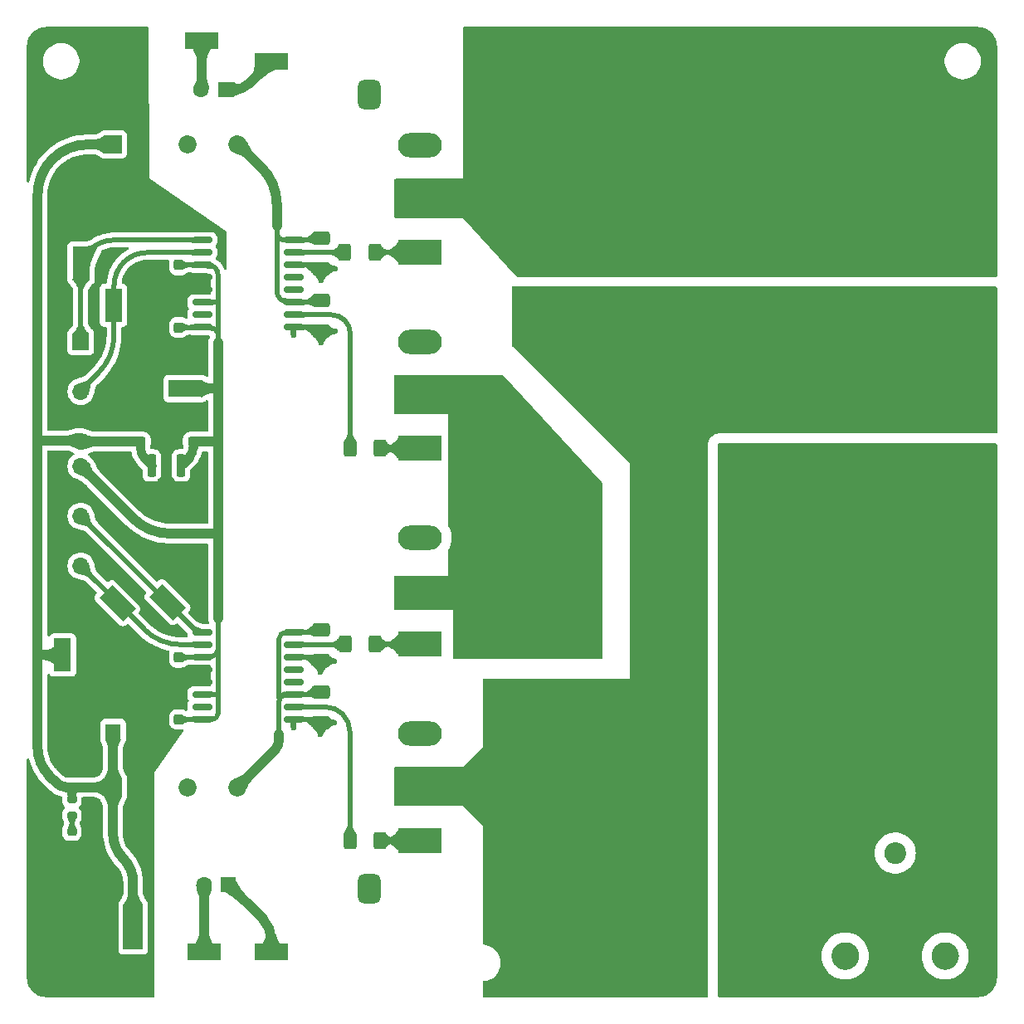
<source format=gbr>
%TF.GenerationSoftware,KiCad,Pcbnew,8.0.3*%
%TF.CreationDate,2025-02-16T14:56:23+13:00*%
%TF.ProjectId,Power-stage-rounded,506f7765-722d-4737-9461-67652d726f75,rev?*%
%TF.SameCoordinates,Original*%
%TF.FileFunction,Copper,L1,Top*%
%TF.FilePolarity,Positive*%
%FSLAX46Y46*%
G04 Gerber Fmt 4.6, Leading zero omitted, Abs format (unit mm)*
G04 Created by KiCad (PCBNEW 8.0.3) date 2025-02-16 14:56:23*
%MOMM*%
%LPD*%
G01*
G04 APERTURE LIST*
G04 Aperture macros list*
%AMRoundRect*
0 Rectangle with rounded corners*
0 $1 Rounding radius*
0 $2 $3 $4 $5 $6 $7 $8 $9 X,Y pos of 4 corners*
0 Add a 4 corners polygon primitive as box body*
4,1,4,$2,$3,$4,$5,$6,$7,$8,$9,$2,$3,0*
0 Add four circle primitives for the rounded corners*
1,1,$1+$1,$2,$3*
1,1,$1+$1,$4,$5*
1,1,$1+$1,$6,$7*
1,1,$1+$1,$8,$9*
0 Add four rect primitives between the rounded corners*
20,1,$1+$1,$2,$3,$4,$5,0*
20,1,$1+$1,$4,$5,$6,$7,0*
20,1,$1+$1,$6,$7,$8,$9,0*
20,1,$1+$1,$8,$9,$2,$3,0*%
%AMRotRect*
0 Rectangle, with rotation*
0 The origin of the aperture is its center*
0 $1 length*
0 $2 width*
0 $3 Rotation angle, in degrees counterclockwise*
0 Add horizontal line*
21,1,$1,$2,0,0,$3*%
%AMFreePoly0*
4,1,9,5.362500,-0.866500,1.237500,-0.866500,1.237500,-0.450000,-1.237500,-0.450000,-1.237500,0.450000,1.237500,0.450000,1.237500,0.866500,5.362500,0.866500,5.362500,-0.866500,5.362500,-0.866500,$1*%
G04 Aperture macros list end*
%TA.AperFunction,ComponentPad*%
%ADD10RoundRect,0.650000X0.650000X-0.650000X0.650000X0.650000X-0.650000X0.650000X-0.650000X-0.650000X0*%
%TD*%
%TA.AperFunction,ComponentPad*%
%ADD11C,2.600000*%
%TD*%
%TA.AperFunction,SMDPad,CuDef*%
%ADD12RotRect,3.400000X1.800000X135.000000*%
%TD*%
%TA.AperFunction,SMDPad,CuDef*%
%ADD13R,1.800000X3.400000*%
%TD*%
%TA.AperFunction,SMDPad,CuDef*%
%ADD14R,3.400000X1.800000*%
%TD*%
%TA.AperFunction,ComponentPad*%
%ADD15R,1.600000X1.600000*%
%TD*%
%TA.AperFunction,ComponentPad*%
%ADD16C,1.600000*%
%TD*%
%TA.AperFunction,ComponentPad*%
%ADD17R,1.700000X1.700000*%
%TD*%
%TA.AperFunction,ComponentPad*%
%ADD18O,1.700000X1.700000*%
%TD*%
%TA.AperFunction,ComponentPad*%
%ADD19R,2.000000X4.600000*%
%TD*%
%TA.AperFunction,ComponentPad*%
%ADD20O,2.000000X4.200000*%
%TD*%
%TA.AperFunction,SMDPad,CuDef*%
%ADD21RoundRect,0.200000X-0.275000X0.200000X-0.275000X-0.200000X0.275000X-0.200000X0.275000X0.200000X0*%
%TD*%
%TA.AperFunction,SMDPad,CuDef*%
%ADD22RoundRect,0.218750X0.256250X-0.218750X0.256250X0.218750X-0.256250X0.218750X-0.256250X-0.218750X0*%
%TD*%
%TA.AperFunction,SMDPad,CuDef*%
%ADD23RoundRect,0.225000X-0.225000X0.925000X-0.225000X-0.925000X0.225000X-0.925000X0.225000X0.925000X0*%
%TD*%
%TA.AperFunction,SMDPad,CuDef*%
%ADD24FreePoly0,270.000000*%
%TD*%
%TA.AperFunction,SMDPad,CuDef*%
%ADD25RoundRect,0.250000X-0.650000X0.412500X-0.650000X-0.412500X0.650000X-0.412500X0.650000X0.412500X0*%
%TD*%
%TA.AperFunction,SMDPad,CuDef*%
%ADD26RoundRect,0.237500X-0.237500X0.300000X-0.237500X-0.300000X0.237500X-0.300000X0.237500X0.300000X0*%
%TD*%
%TA.AperFunction,ComponentPad*%
%ADD27C,2.400000*%
%TD*%
%TA.AperFunction,SMDPad,CuDef*%
%ADD28RoundRect,0.250000X-0.400000X-0.625000X0.400000X-0.625000X0.400000X0.625000X-0.400000X0.625000X0*%
%TD*%
%TA.AperFunction,ComponentPad*%
%ADD29C,2.200000*%
%TD*%
%TA.AperFunction,SMDPad,CuDef*%
%ADD30RoundRect,0.237500X0.300000X0.237500X-0.300000X0.237500X-0.300000X-0.237500X0.300000X-0.237500X0*%
%TD*%
%TA.AperFunction,ComponentPad*%
%ADD31R,1.850000X1.850000*%
%TD*%
%TA.AperFunction,ComponentPad*%
%ADD32C,1.850000*%
%TD*%
%TA.AperFunction,SMDPad,CuDef*%
%ADD33RoundRect,0.150000X-0.875000X-0.150000X0.875000X-0.150000X0.875000X0.150000X-0.875000X0.150000X0*%
%TD*%
%TA.AperFunction,SMDPad,CuDef*%
%ADD34RoundRect,0.237500X-0.300000X-0.237500X0.300000X-0.237500X0.300000X0.237500X-0.300000X0.237500X0*%
%TD*%
%TA.AperFunction,ComponentPad*%
%ADD35R,4.500000X2.500000*%
%TD*%
%TA.AperFunction,ComponentPad*%
%ADD36O,4.500000X2.500000*%
%TD*%
%TA.AperFunction,SMDPad,CuDef*%
%ADD37RoundRect,0.237500X0.237500X-0.300000X0.237500X0.300000X-0.237500X0.300000X-0.237500X-0.300000X0*%
%TD*%
%TA.AperFunction,ComponentPad*%
%ADD38C,2.800000*%
%TD*%
%TA.AperFunction,ComponentPad*%
%ADD39RoundRect,0.575000X0.575000X-0.925000X0.575000X0.925000X-0.575000X0.925000X-0.575000X-0.925000X0*%
%TD*%
%TA.AperFunction,ComponentPad*%
%ADD40R,3.000000X3.000000*%
%TD*%
%TA.AperFunction,ComponentPad*%
%ADD41C,3.000000*%
%TD*%
%TA.AperFunction,ViaPad*%
%ADD42C,0.600000*%
%TD*%
%TA.AperFunction,ViaPad*%
%ADD43C,5.000000*%
%TD*%
%TA.AperFunction,Conductor*%
%ADD44C,1.000000*%
%TD*%
%TA.AperFunction,Conductor*%
%ADD45C,0.500000*%
%TD*%
%TA.AperFunction,Conductor*%
%ADD46C,0.900000*%
%TD*%
G04 APERTURE END LIST*
D10*
%TO.P,TP11,1,1*%
%TO.N,GND*%
X116600000Y-50980000D03*
D11*
X116600000Y-45900000D03*
%TD*%
D12*
%TO.P,TP10,1,1*%
%TO.N,/PWMA_2*%
X121000000Y-102200000D03*
%TD*%
%TO.P,TP9,1,1*%
%TO.N,/PWMB_2*%
X115900000Y-102300000D03*
%TD*%
D13*
%TO.P,TP8,1,1*%
%TO.N,/PWMB_1*%
X115500000Y-71900000D03*
%TD*%
%TO.P,TP7,1,1*%
%TO.N,/PWMA_1*%
X112200000Y-67600000D03*
%TD*%
D14*
%TO.P,TP6,1,1*%
%TO.N,+5V*%
X122800000Y-80400000D03*
%TD*%
%TO.P,TP5,1,1*%
%TO.N,ISO_12V_2*%
X131600000Y-137900000D03*
%TD*%
%TO.P,TP4,1,1*%
%TO.N,ISO_12V_1*%
X131600000Y-47000000D03*
%TD*%
D15*
%TO.P,C35,1*%
%TO.N,+12V*%
X115450000Y-115400000D03*
D16*
%TO.P,C35,2*%
%TO.N,GND*%
X117950000Y-115400000D03*
%TD*%
D17*
%TO.P,J4,1,Pin_1*%
%TO.N,/PWMA_1*%
X112150000Y-75620000D03*
D18*
%TO.P,J4,2,Pin_2*%
%TO.N,GND*%
X112150000Y-78160000D03*
%TO.P,J4,3,Pin_3*%
%TO.N,/PWMB_1*%
X112150000Y-80700000D03*
%TO.P,J4,4,Pin_4*%
%TO.N,GND*%
X112150000Y-83240000D03*
%TO.P,J4,5,Pin_5*%
%TO.N,+12V*%
X112150000Y-85780000D03*
%TO.P,J4,6,Pin_6*%
%TO.N,+5V*%
X112150000Y-88320000D03*
%TO.P,J4,7,Pin_7*%
%TO.N,GND*%
X112150000Y-90860000D03*
%TO.P,J4,8,Pin_8*%
%TO.N,/PWMA_2*%
X112150000Y-93400000D03*
%TO.P,J4,9,Pin_9*%
%TO.N,GND*%
X112150000Y-95940000D03*
%TO.P,J4,10,Pin_10*%
%TO.N,/PWMB_2*%
X112150000Y-98480000D03*
%TD*%
D19*
%TO.P,J5,1*%
%TO.N,+12V*%
X117500000Y-135350000D03*
D20*
%TO.P,J5,2*%
%TO.N,GND*%
X111200000Y-135350000D03*
%TD*%
D21*
%TO.P,R13,1*%
%TO.N,+12V*%
X111250000Y-122300000D03*
%TO.P,R13,2*%
%TO.N,Net-(D1-A)*%
X111250000Y-123950000D03*
%TD*%
D22*
%TO.P,D1,1,K*%
%TO.N,GND*%
X111250000Y-127187500D03*
%TO.P,D1,2,A*%
%TO.N,Net-(D1-A)*%
X111250000Y-125612500D03*
%TD*%
D23*
%TO.P,U5,1,OUT*%
%TO.N,+5V*%
X122387500Y-88250000D03*
D24*
%TO.P,U5,2,GND*%
%TO.N,GND*%
X120887500Y-88337500D03*
D23*
%TO.P,U5,3,IN*%
%TO.N,+12V*%
X119387500Y-88250000D03*
%TD*%
D25*
%TO.P,C14,1*%
%TO.N,ISO_12V_2*%
X136650000Y-111337500D03*
%TO.P,C14,2*%
%TO.N,GND2*%
X136650000Y-114462500D03*
%TD*%
D26*
%TO.P,C23,1*%
%TO.N,+5V*%
X122150000Y-107837500D03*
%TO.P,C23,2*%
%TO.N,GND*%
X122150000Y-109562500D03*
%TD*%
D27*
%TO.P,C27,1*%
%TO.N,/out*%
X180050000Y-120550000D03*
%TO.P,C27,2*%
%TO.N,/Neutral*%
X165050000Y-120550000D03*
%TD*%
D28*
%TO.P,R4,1*%
%TO.N,/SW4*%
X139600000Y-126500000D03*
%TO.P,R4,2*%
%TO.N,Net-(Q4-G)*%
X142700000Y-126500000D03*
%TD*%
D27*
%TO.P,C32,1*%
%TO.N,/out*%
X185350000Y-95100000D03*
%TO.P,C32,2*%
%TO.N,/Neutral*%
X185350000Y-80100000D03*
%TD*%
D29*
%TO.P,C16,1*%
%TO.N,/out*%
X195250000Y-100800000D03*
%TO.P,C16,2*%
%TO.N,/Neutral*%
X195250000Y-127800000D03*
%TD*%
D15*
%TO.P,C1,1*%
%TO.N,ISO_12V_2*%
X127232380Y-131021190D03*
D16*
%TO.P,C1,2*%
%TO.N,GND2*%
X124732380Y-131021190D03*
%TD*%
D27*
%TO.P,C11,1*%
%TO.N,/Line*%
X171650000Y-58400000D03*
%TO.P,C11,2*%
%TO.N,/Neutral*%
X171650000Y-73400000D03*
%TD*%
D14*
%TO.P,TP3,1,1*%
%TO.N,GND2*%
X124700000Y-137900000D03*
%TD*%
D30*
%TO.P,C26,1*%
%TO.N,+5V*%
X123612500Y-85800000D03*
%TO.P,C26,2*%
%TO.N,GND*%
X121887500Y-85800000D03*
%TD*%
D31*
%TO.P,U3,1,+Vin*%
%TO.N,+12V*%
X115440000Y-55500000D03*
D32*
%TO.P,U3,2,-Vin*%
%TO.N,GND*%
X117980000Y-55500000D03*
%TO.P,U3,5,-Vout*%
%TO.N,GND1*%
X123060000Y-55500000D03*
%TO.P,U3,7,+Vout*%
%TO.N,ISO_12V_1*%
X128140000Y-55500000D03*
%TD*%
D25*
%TO.P,C9,1*%
%TO.N,ISO_12V_1*%
X136650000Y-71392500D03*
%TO.P,C9,2*%
%TO.N,GND1*%
X136650000Y-74517500D03*
%TD*%
D33*
%TO.P,U2,1,INA*%
%TO.N,/PWMA_2*%
X124550000Y-105255000D03*
%TO.P,U2,2,INB*%
%TO.N,/PWMB_2*%
X124550000Y-106525000D03*
%TO.P,U2,3,VCCI*%
%TO.N,+5V*%
X124550000Y-107795000D03*
%TO.P,U2,4,GND*%
%TO.N,GND*%
X124550000Y-109065000D03*
%TO.P,U2,5,DIS*%
X124550000Y-110335000D03*
%TO.P,U2,6,DT*%
%TO.N,+5V*%
X124550000Y-111605000D03*
%TO.P,U2,7,NC*%
%TO.N,unconnected-(U2-NC-Pad7)*%
X124550000Y-112875000D03*
%TO.P,U2,8,VCCI*%
%TO.N,+5V*%
X124550000Y-114145000D03*
%TO.P,U2,9,VSSB*%
%TO.N,GND2*%
X133850000Y-114145000D03*
%TO.P,U2,10,OUTB*%
%TO.N,/SW4*%
X133850000Y-112875000D03*
%TO.P,U2,11,VDDB*%
%TO.N,ISO_12V_2*%
X133850000Y-111605000D03*
%TO.P,U2,12,NC*%
%TO.N,unconnected-(U2-NC-Pad12)*%
X133850000Y-110335000D03*
%TO.P,U2,13,NC*%
%TO.N,unconnected-(U2-NC-Pad13)*%
X133850000Y-109065000D03*
%TO.P,U2,14,VSSA*%
%TO.N,GND2*%
X133850000Y-107795000D03*
%TO.P,U2,15,OUTA*%
%TO.N,/SW3*%
X133850000Y-106525000D03*
%TO.P,U2,16,VDDA*%
%TO.N,ISO_12V_2*%
X133850000Y-105255000D03*
%TD*%
D14*
%TO.P,TP2,1,1*%
%TO.N,GND1*%
X124500000Y-44900000D03*
%TD*%
D34*
%TO.P,C25,1*%
%TO.N,+12V*%
X118250000Y-85800000D03*
%TO.P,C25,2*%
%TO.N,GND*%
X119975000Y-85800000D03*
%TD*%
D27*
%TO.P,C17,1*%
%TO.N,/out*%
X180050000Y-127100000D03*
%TO.P,C17,2*%
%TO.N,/Neutral*%
X165050000Y-127100000D03*
%TD*%
%TO.P,C18,1*%
%TO.N,/out*%
X180050000Y-140200000D03*
%TO.P,C18,2*%
%TO.N,/Neutral*%
X165050000Y-140200000D03*
%TD*%
D25*
%TO.P,C12,1*%
%TO.N,ISO_12V_2*%
X136650000Y-105037500D03*
%TO.P,C12,2*%
%TO.N,GND2*%
X136650000Y-108162500D03*
%TD*%
D35*
%TO.P,Q2,1,G*%
%TO.N,Net-(Q2-G)*%
X146750000Y-86500000D03*
D36*
%TO.P,Q2,2,D*%
%TO.N,/SW-Node*%
X146750000Y-81050000D03*
%TO.P,Q2,3,S*%
%TO.N,GND1*%
X146750000Y-75600000D03*
%TD*%
D27*
%TO.P,C29,1*%
%TO.N,/Line*%
X165100000Y-58400000D03*
%TO.P,C29,2*%
%TO.N,/Neutral*%
X165100000Y-73400000D03*
%TD*%
D35*
%TO.P,Q3,1,G*%
%TO.N,Net-(Q3-G)*%
X146750000Y-106500000D03*
D36*
%TO.P,Q3,2,D*%
%TO.N,/SW-Node*%
X146750000Y-101050000D03*
%TO.P,Q3,3,S*%
%TO.N,GND2*%
X146750000Y-95600000D03*
%TD*%
D27*
%TO.P,C28,1*%
%TO.N,/out*%
X180050000Y-133650000D03*
%TO.P,C28,2*%
%TO.N,/Neutral*%
X165050000Y-133650000D03*
%TD*%
D37*
%TO.P,C4,1*%
%TO.N,+5V*%
X122150000Y-74162500D03*
%TO.P,C4,2*%
%TO.N,GND*%
X122150000Y-72437500D03*
%TD*%
D35*
%TO.P,Q4,1,G*%
%TO.N,Net-(Q4-G)*%
X146750000Y-126500000D03*
D36*
%TO.P,Q4,2,D*%
%TO.N,/Neutral*%
X146750000Y-121050000D03*
%TO.P,Q4,3,S*%
%TO.N,GND2*%
X146750000Y-115600000D03*
%TD*%
D13*
%TO.P,TP1,1,1*%
%TO.N,+12V*%
X110300000Y-107600000D03*
%TD*%
D27*
%TO.P,C33,1*%
%TO.N,/out*%
X191900000Y-95100000D03*
%TO.P,C33,2*%
%TO.N,/Neutral*%
X191900000Y-80100000D03*
%TD*%
D37*
%TO.P,C24,1*%
%TO.N,+5V*%
X122150000Y-114162500D03*
%TO.P,C24,2*%
%TO.N,GND*%
X122150000Y-112437500D03*
%TD*%
D38*
%TO.P,C15,1*%
%TO.N,/out*%
X200350000Y-100800000D03*
X190150000Y-100800000D03*
%TO.P,C15,2*%
%TO.N,/Neutral*%
X200350000Y-138300000D03*
X190150000Y-138300000D03*
%TD*%
D27*
%TO.P,C31,1*%
%TO.N,/out*%
X178800000Y-95100000D03*
%TO.P,C31,2*%
%TO.N,/Neutral*%
X178800000Y-80100000D03*
%TD*%
D39*
%TO.P,HS1,1*%
%TO.N,N/C*%
X141550000Y-131400000D03*
X141550000Y-50400000D03*
%TD*%
D31*
%TO.P,U4,1,+Vin*%
%TO.N,+12V*%
X115440000Y-121071190D03*
D32*
%TO.P,U4,2,-Vin*%
%TO.N,GND*%
X117980000Y-121071190D03*
%TO.P,U4,5,-Vout*%
%TO.N,GND2*%
X123060000Y-121071190D03*
%TO.P,U4,7,+Vout*%
%TO.N,ISO_12V_2*%
X128140000Y-121071190D03*
%TD*%
D27*
%TO.P,C30,1*%
%TO.N,/Line*%
X158550000Y-58400000D03*
%TO.P,C30,2*%
%TO.N,/Neutral*%
X158550000Y-73400000D03*
%TD*%
D28*
%TO.P,R2,1*%
%TO.N,/SW2*%
X139600000Y-86500000D03*
%TO.P,R2,2*%
%TO.N,Net-(Q2-G)*%
X142700000Y-86500000D03*
%TD*%
%TO.P,R1,1*%
%TO.N,/SW1*%
X139050000Y-66500000D03*
%TO.P,R1,2*%
%TO.N,Net-(Q1-G)*%
X142150000Y-66500000D03*
%TD*%
D27*
%TO.P,C10,1*%
%TO.N,/Line*%
X178200000Y-58400000D03*
%TO.P,C10,2*%
%TO.N,/Neutral*%
X178200000Y-73400000D03*
%TD*%
D40*
%TO.P,J6,1,Pin_1*%
%TO.N,/Neutral*%
X200082500Y-83067500D03*
D41*
%TO.P,J6,2,Pin_2*%
%TO.N,/out*%
X200082500Y-88067500D03*
%TD*%
D26*
%TO.P,C3,1*%
%TO.N,+5V*%
X122150000Y-67800000D03*
%TO.P,C3,2*%
%TO.N,GND*%
X122150000Y-69525000D03*
%TD*%
D15*
%TO.P,C34,1*%
%TO.N,ISO_12V_1*%
X126932380Y-49900000D03*
D16*
%TO.P,C34,2*%
%TO.N,GND1*%
X124432380Y-49900000D03*
%TD*%
D35*
%TO.P,Q1,1,G*%
%TO.N,Net-(Q1-G)*%
X146750000Y-66500000D03*
D36*
%TO.P,Q1,2,D*%
%TO.N,/Line*%
X146750000Y-61050000D03*
%TO.P,Q1,3,S*%
%TO.N,GND1*%
X146750000Y-55600000D03*
%TD*%
D28*
%TO.P,R3,1*%
%TO.N,/SW3*%
X139100000Y-106500000D03*
%TO.P,R3,2*%
%TO.N,Net-(Q3-G)*%
X142200000Y-106500000D03*
%TD*%
D27*
%TO.P,C2,1*%
%TO.N,/Line*%
X188050000Y-45850000D03*
%TO.P,C2,2*%
%TO.N,/Neutral*%
X188050000Y-73350000D03*
%TD*%
D25*
%TO.P,C13,1*%
%TO.N,ISO_12V_1*%
X136650000Y-65037500D03*
%TO.P,C13,2*%
%TO.N,GND1*%
X136650000Y-68162500D03*
%TD*%
D40*
%TO.P,J3,1,Pin_1*%
%TO.N,/Line*%
X200082500Y-67067500D03*
D41*
%TO.P,J3,2,Pin_2*%
%TO.N,/Neutral*%
X200082500Y-72067500D03*
%TD*%
D33*
%TO.P,U1,1,INA*%
%TO.N,/PWMA_1*%
X124550000Y-65255000D03*
%TO.P,U1,2,INB*%
%TO.N,/PWMB_1*%
X124550000Y-66525000D03*
%TO.P,U1,3,VCCI*%
%TO.N,+5V*%
X124550000Y-67795000D03*
%TO.P,U1,4,GND*%
%TO.N,GND*%
X124550000Y-69065000D03*
%TO.P,U1,5,DIS*%
X124550000Y-70335000D03*
%TO.P,U1,6,DT*%
%TO.N,+5V*%
X124550000Y-71605000D03*
%TO.P,U1,7,NC*%
%TO.N,unconnected-(U1-NC-Pad7)*%
X124550000Y-72875000D03*
%TO.P,U1,8,VCCI*%
%TO.N,+5V*%
X124550000Y-74145000D03*
%TO.P,U1,9,VSSB*%
%TO.N,GND1*%
X133850000Y-74145000D03*
%TO.P,U1,10,OUTB*%
%TO.N,/SW2*%
X133850000Y-72875000D03*
%TO.P,U1,11,VDDB*%
%TO.N,ISO_12V_1*%
X133850000Y-71605000D03*
%TO.P,U1,12,NC*%
%TO.N,unconnected-(U1-NC-Pad12)*%
X133850000Y-70335000D03*
%TO.P,U1,13,NC*%
%TO.N,unconnected-(U1-NC-Pad13)*%
X133850000Y-69065000D03*
%TO.P,U1,14,VSSA*%
%TO.N,GND1*%
X133850000Y-67795000D03*
%TO.P,U1,15,OUTA*%
%TO.N,/SW1*%
X133850000Y-66525000D03*
%TO.P,U1,16,VDDA*%
%TO.N,ISO_12V_1*%
X133850000Y-65255000D03*
%TD*%
D42*
%TO.N,GND*%
X111250000Y-128300000D03*
X122150000Y-111400000D03*
X122150000Y-70600000D03*
X120887500Y-90700000D03*
X122150000Y-71400000D03*
X123150000Y-70300000D03*
X123050000Y-109100000D03*
X123050000Y-110300000D03*
X122150000Y-110700000D03*
X123150000Y-69100000D03*
X120887500Y-85800000D03*
%TO.N,GND1*%
X138100000Y-74555000D03*
X138100000Y-68155000D03*
X133850000Y-75000000D03*
X136650000Y-69405000D03*
X136650000Y-75755000D03*
%TO.N,GND2*%
X138050000Y-114500000D03*
X136600000Y-109300000D03*
X133850000Y-115050000D03*
X136600000Y-115700000D03*
X138050000Y-108200000D03*
D43*
%TO.N,/SW-Node*%
X158150000Y-104000000D03*
%TO.N,/out*%
X182150000Y-104000000D03*
%TD*%
D44*
%TO.N,ISO_12V_1*%
X130610274Y-57860274D02*
X128285355Y-55535355D01*
D45*
X132900000Y-65255000D02*
G75*
G02*
X132179931Y-64723431I2000J756200D01*
G01*
X132503214Y-71253214D02*
G75*
G03*
X133352500Y-71604992I849286J849314D01*
G01*
X132150000Y-63800000D02*
X132150000Y-70401489D01*
X132502500Y-71252500D02*
X132503214Y-71253214D01*
X133352500Y-71605000D02*
X133850000Y-71605000D01*
X133312500Y-65255000D02*
X132900000Y-65255000D01*
X132150000Y-63800000D02*
X132150000Y-64505000D01*
X132179979Y-64723416D02*
X132179979Y-63829979D01*
X132150000Y-70401489D02*
G75*
G03*
X132502497Y-71252503I1203500J-11D01*
G01*
X132179979Y-63829979D02*
X132150000Y-63800000D01*
D44*
X132150000Y-61577500D02*
G75*
G03*
X130610284Y-57860264I-5257000J0D01*
G01*
X128285355Y-55535355D02*
G75*
G03*
X128200000Y-55499997I-85355J-85345D01*
G01*
X132150000Y-63800000D02*
X132150000Y-61577500D01*
D45*
%TO.N,+5V*%
X126137744Y-74782745D02*
G75*
G03*
X125350000Y-74145036I-791444J-172255D01*
G01*
X126150000Y-76500000D02*
X126137744Y-76487744D01*
X125350000Y-74145000D02*
X124550000Y-74145000D01*
X126150000Y-71603535D02*
X126150000Y-76500000D01*
X126137744Y-76487744D02*
X126137744Y-74782745D01*
D44*
X126150000Y-75750000D02*
X126150000Y-80229289D01*
D45*
X126150000Y-103800000D02*
X126148676Y-103801324D01*
X126150000Y-103800000D02*
X126150000Y-105647500D01*
D44*
X126150000Y-101352500D02*
X126150000Y-103800000D01*
D45*
X126148676Y-107073663D02*
G75*
G02*
X125350000Y-107795023I-800576J83563D01*
G01*
X126148676Y-103801324D02*
X126148676Y-107073663D01*
X124580052Y-107795000D02*
G75*
G03*
X124528735Y-107816235I-52J-72500D01*
G01*
X124528750Y-107816250D02*
G75*
G02*
X124477447Y-107837520I-51350J51350D01*
G01*
X125350000Y-107795000D02*
X124580052Y-107795000D01*
X124477447Y-107837500D02*
X122250000Y-107837500D01*
D44*
X126150000Y-94858578D02*
G75*
G03*
X126147183Y-94925931I2337900J-131522D01*
G01*
X117456207Y-93606207D02*
X112177071Y-88327071D01*
X121303963Y-95200000D02*
G75*
G02*
X117456215Y-93606199I37J5441600D01*
G01*
X126147184Y-94925931D02*
X126147184Y-94952816D01*
X126147184Y-94952816D02*
X125900000Y-95200000D01*
X125900000Y-95200000D02*
X121303963Y-95200000D01*
X126150000Y-94650000D02*
X126150000Y-94858578D01*
X112160000Y-88320000D02*
X112150000Y-88320000D01*
X112177071Y-88327071D02*
X112160000Y-88320000D01*
%TO.N,ISO_12V_2*%
X130712160Y-134500970D02*
G75*
G02*
X131599989Y-136644405I-2143460J-2143430D01*
G01*
D45*
X136491250Y-105146250D02*
G75*
G02*
X136228704Y-105255002I-262550J262550D01*
G01*
X132375000Y-115657322D02*
G75*
G03*
X132387507Y-115687493I42700J22D01*
G01*
X133091984Y-105255000D02*
G75*
G03*
X132585004Y-105465004I16J-717000D01*
G01*
X136466250Y-111471250D02*
G75*
G02*
X136143348Y-111605020I-322950J322950D01*
G01*
D44*
X132375000Y-116280595D02*
G75*
G02*
X131982133Y-117229052I-1341300J-5D01*
G01*
D45*
X133112500Y-111605000D02*
G75*
G03*
X132375000Y-112342500I0J-737500D01*
G01*
X132585000Y-105465000D02*
G75*
G03*
X132374994Y-105971984I507000J-507000D01*
G01*
X134377500Y-105255000D02*
X133322500Y-105255000D01*
D44*
%TO.N,ISO_12V_1*%
X129324947Y-49275051D02*
G75*
G02*
X127816190Y-49899993I-1508747J1508751D01*
G01*
D45*
X136543750Y-71498750D02*
G75*
G02*
X136287239Y-71605016I-256550J256550D01*
G01*
X133312500Y-65255000D02*
X133312500Y-65255000D01*
X136541250Y-65146250D02*
G75*
G02*
X136278704Y-65255002I-262550J262550D01*
G01*
D44*
X131600000Y-46900000D02*
G75*
G02*
X131529285Y-47070706I-241400J0D01*
G01*
D45*
X133312500Y-65255000D02*
X133987499Y-65255000D01*
X133987499Y-65255000D02*
X133312500Y-65255000D01*
X134512499Y-71605000D02*
X133487500Y-71605000D01*
%TO.N,/PWMB_1*%
X112185355Y-80564644D02*
G75*
G03*
X112149996Y-80650000I85345J-85356D01*
G01*
X118921535Y-66525000D02*
G75*
G03*
X116537489Y-67512489I-35J-3371500D01*
G01*
X115550000Y-74946036D02*
G75*
G02*
X113956200Y-78793785I-5441600J36D01*
G01*
X116537500Y-67512500D02*
G75*
G03*
X115550015Y-69896535I2384000J-2384000D01*
G01*
%TO.N,/PWMA_1*%
X115487479Y-65255000D02*
G75*
G03*
X113127531Y-66232531I21J-3337500D01*
G01*
%TO.N,/PWMA_2*%
X112220710Y-93470710D02*
G75*
G03*
X112149964Y-93500000I-29310J-29290D01*
G01*
X123812313Y-105062313D02*
G75*
G03*
X124277500Y-105254992I465187J465213D01*
G01*
%TO.N,/PWMB_2*%
X112150000Y-98490000D02*
G75*
G03*
X112157080Y-98507062I24100J0D01*
G01*
X118628203Y-104978203D02*
G75*
G03*
X122362500Y-106524998I3734297J3734303D01*
G01*
%TO.N,/SW4*%
X138862500Y-113612500D02*
G75*
G03*
X137082017Y-112874993I-1780500J-1780500D01*
G01*
X138862500Y-113612500D02*
G75*
G02*
X139600007Y-115392982I-1780500J-1780500D01*
G01*
%TO.N,/SW3*%
X139087500Y-106512500D02*
G75*
G02*
X139057322Y-106525009I-30200J30200D01*
G01*
%TO.N,/SW2*%
X139087500Y-73437500D02*
G75*
G02*
X139650002Y-74795495I-1358000J-1358000D01*
G01*
X139087500Y-73437500D02*
G75*
G03*
X137729504Y-72874998I-1358000J-1358000D01*
G01*
X139650000Y-86414644D02*
G75*
G02*
X139624987Y-86474987I-85400J44D01*
G01*
%TO.N,/SW1*%
X139037500Y-66512500D02*
G75*
G02*
X139007322Y-66525009I-30200J30200D01*
G01*
%TO.N,GND2*%
X136441250Y-114303750D02*
G75*
G03*
X136057993Y-114145003I-383250J-383250D01*
G01*
D44*
X124732380Y-137844723D02*
G75*
G02*
X124716179Y-137883799I-55280J23D01*
G01*
D45*
X136600000Y-108189016D02*
G75*
G03*
X136581255Y-108143745I-64000J16D01*
G01*
X136618750Y-108181250D02*
G75*
G03*
X136600040Y-108189016I-7750J-7750D01*
G01*
X136416250Y-107978750D02*
G75*
G03*
X135972638Y-107794984I-443650J-443650D01*
G01*
X136618750Y-108181250D02*
G75*
G03*
X136664016Y-108199993I45250J45250D01*
G01*
X136600000Y-114489016D02*
G75*
G03*
X136581255Y-114443745I-64000J16D01*
G01*
X136618750Y-114481250D02*
G75*
G03*
X136600040Y-114489016I-7750J-7750D01*
G01*
X136618750Y-114481250D02*
G75*
G03*
X136664016Y-114499993I45250J45250D01*
G01*
X136581250Y-108143750D02*
X136618750Y-108181250D01*
X136581250Y-114443750D02*
X136618750Y-114481250D01*
%TO.N,GND1*%
X136650000Y-68167803D02*
G75*
G03*
X136646251Y-68158749I-12800J3D01*
G01*
X136653750Y-68158750D02*
G75*
G03*
X136650001Y-68167803I9050J-9050D01*
G01*
X136646250Y-68158750D02*
G75*
G03*
X136653750Y-68158750I3750J3751D01*
G01*
X136463750Y-74331250D02*
G75*
G03*
X136014102Y-74144999I-449650J-449650D01*
G01*
X136466250Y-67978750D02*
G75*
G03*
X136022638Y-67794984I-443650J-443650D01*
G01*
X136650000Y-74544016D02*
G75*
G03*
X136631255Y-74498745I-64000J16D01*
G01*
X136668750Y-74536250D02*
G75*
G03*
X136650040Y-74544016I-7750J-7750D01*
G01*
D44*
X124500000Y-49784565D02*
G75*
G02*
X124466200Y-49866200I-115400J-35D01*
G01*
D45*
X136662803Y-68155000D02*
G75*
G03*
X136653749Y-68158749I-3J-12800D01*
G01*
X136668750Y-74536250D02*
G75*
G03*
X136714016Y-74554993I45250J45250D01*
G01*
X136631250Y-74498750D02*
X136668750Y-74536250D01*
%TO.N,+5V*%
X126147500Y-71602500D02*
G75*
G02*
X126141464Y-71604985I-6000J6000D01*
G01*
X124562374Y-114145000D02*
G75*
G03*
X124541257Y-114153757I26J-29900D01*
G01*
X124553535Y-67795000D02*
G75*
G03*
X124547490Y-67797490I-35J-8500D01*
G01*
X124547500Y-67797500D02*
G75*
G02*
X124541464Y-67799985I-6000J6000D01*
G01*
X125862499Y-68082500D02*
G75*
G02*
X126150005Y-68776588I-694099J-694100D01*
G01*
X126150000Y-113556048D02*
G75*
G02*
X125977486Y-113972486I-589000J48D01*
G01*
D44*
X126150000Y-94650000D02*
X126150000Y-94650000D01*
D45*
X124341250Y-74153750D02*
G75*
G02*
X124320125Y-74162511I-21150J21150D01*
G01*
X126147500Y-111602500D02*
G75*
G03*
X126149985Y-111596464I-6000J6000D01*
G01*
X126150000Y-111603535D02*
G75*
G03*
X126147439Y-111602439I-1500J35D01*
G01*
X126147500Y-111602500D02*
G75*
G02*
X126141464Y-111604985I-6000J6000D01*
G01*
D44*
X126100000Y-80350000D02*
G75*
G03*
X126149996Y-80229289I-120700J120700D01*
G01*
X126150000Y-80370710D02*
G75*
G03*
X126099982Y-80349982I-29300J10D01*
G01*
D45*
X125862499Y-68082500D02*
G75*
G03*
X125168411Y-67794995I-694099J-694100D01*
G01*
X126147500Y-71602500D02*
G75*
G03*
X126149985Y-71596464I-6000J6000D01*
G01*
X126150000Y-71603535D02*
G75*
G03*
X126147439Y-71602439I-1500J35D01*
G01*
D46*
X123612500Y-86412500D02*
G75*
G02*
X123179396Y-87458101I-1478700J0D01*
G01*
D44*
X126100000Y-80350000D02*
G75*
G02*
X125979289Y-80399996I-120700J120700D01*
G01*
D45*
X125977500Y-113972500D02*
G75*
G02*
X125561048Y-114145020I-416500J416500D01*
G01*
X124541250Y-114153750D02*
G75*
G02*
X124520125Y-114162511I-21150J21150D01*
G01*
D44*
X126150000Y-83600000D02*
X126150000Y-86000000D01*
X126150000Y-86000000D02*
X126150000Y-88400000D01*
X126150000Y-94650000D02*
X126150000Y-93950000D01*
X126150000Y-93950000D02*
X126150000Y-94650000D01*
D45*
X126150000Y-111596464D02*
X126150000Y-111603535D01*
X126150000Y-105647500D02*
X126150000Y-101352500D01*
D44*
X126150000Y-80229289D02*
X126150000Y-80370710D01*
D45*
X126150000Y-71596464D02*
X126150000Y-71603535D01*
D44*
%TO.N,+12V*%
X112110000Y-85740000D02*
G75*
G03*
X112013431Y-85699987I-96600J-96600D01*
G01*
X107750000Y-85050000D02*
X107750000Y-85050000D01*
X107750000Y-85358578D02*
G75*
G03*
X107849994Y-85600006I341400J-22D01*
G01*
X115440000Y-125833360D02*
G75*
G03*
X116469988Y-128320012I3516600J-40D01*
G01*
X107920710Y-107600000D02*
G75*
G03*
X107799997Y-107649997I-10J-170700D01*
G01*
X115445000Y-115405000D02*
G75*
G03*
X115439988Y-115417071I12100J-12100D01*
G01*
X107800000Y-107650000D02*
G75*
G03*
X107750004Y-107770710I120700J-120700D01*
G01*
X107750000Y-107629289D02*
G75*
G03*
X107800018Y-107650018I29300J-11D01*
G01*
D46*
X118250000Y-86456250D02*
G75*
G03*
X118714019Y-87576557I1584300J-50D01*
G01*
D44*
X109250000Y-57000000D02*
G75*
G03*
X107750008Y-60621320I3621300J-3621300D01*
G01*
X109722095Y-120672095D02*
G75*
G03*
X110685595Y-121071195I963505J963495D01*
G01*
D45*
X111250000Y-121635595D02*
G75*
G03*
X110685595Y-121071200I-564400J-5D01*
G01*
D44*
X111814405Y-121071190D02*
G75*
G03*
X111249990Y-121635595I-5J-564410D01*
G01*
X107850000Y-85600000D02*
G75*
G03*
X108091421Y-85699991I241400J241400D01*
G01*
X107750000Y-117023315D02*
G75*
G03*
X108935597Y-119885593I4047900J15D01*
G01*
X116470000Y-128320000D02*
G75*
G02*
X117499983Y-130806639I-2486600J-2486600D01*
G01*
X112871320Y-55500000D02*
G75*
G03*
X109249994Y-56999994I-20J-5121300D01*
G01*
X107750000Y-85050000D02*
X107750000Y-84150000D01*
X107750000Y-84150000D02*
X107750000Y-85050000D01*
X107750000Y-108450000D02*
X107750000Y-109550000D01*
X107750000Y-107770710D02*
X107750000Y-107629289D01*
X107750000Y-109550000D02*
X107750000Y-110650000D01*
X110685595Y-121071190D02*
X111814405Y-121071190D01*
X107750000Y-86050000D02*
X107750000Y-88950000D01*
%TO.N,GND*%
X117950000Y-121019976D02*
G75*
G03*
X117964991Y-121056199I51200J-24D01*
G01*
%TO.N,+5V*%
X126150000Y-83600000D02*
X126150000Y-80370710D01*
X125979289Y-80400000D02*
X122800000Y-80400000D01*
%TO.N,ISO_12V_1*%
X131600000Y-46900000D02*
X131600000Y-46800000D01*
X129324947Y-49275051D02*
X131529289Y-47070710D01*
X127816190Y-49900000D02*
X126932380Y-49900000D01*
%TO.N,GND1*%
X124500000Y-49784565D02*
X124500000Y-44900000D01*
X124466190Y-49866190D02*
X124432380Y-49900000D01*
%TO.N,GND2*%
X124732380Y-137844723D02*
X124732380Y-131021190D01*
X124716190Y-137883810D02*
X124700000Y-137900000D01*
%TO.N,ISO_12V_2*%
X131600000Y-136644405D02*
X131600000Y-137900000D01*
X130712160Y-134500970D02*
X127232380Y-131021190D01*
%TO.N,+12V*%
X107750000Y-108450000D02*
X107750000Y-107770710D01*
X107920710Y-107600000D02*
X110300000Y-107600000D01*
X107750000Y-107629289D02*
X107750000Y-88950000D01*
D45*
%TO.N,ISO_12V_2*%
X133112500Y-111605000D02*
X133850000Y-111605000D01*
X132375000Y-115657322D02*
X132375000Y-112342500D01*
X132387500Y-115687500D02*
X132400000Y-115700000D01*
D44*
X132375000Y-116280595D02*
X132375000Y-115725000D01*
X131982135Y-117229054D02*
X128140000Y-121071190D01*
D45*
%TO.N,/PWMA_1*%
X115487479Y-65255000D02*
X124550000Y-65255000D01*
X112150000Y-67210050D02*
X112150000Y-75620000D01*
X113127525Y-66232525D02*
X112150000Y-67210050D01*
%TO.N,/PWMB_1*%
X118921535Y-66525000D02*
X124550000Y-66525000D01*
X112185355Y-80564644D02*
X113956207Y-78793792D01*
X115550000Y-74946036D02*
X115550000Y-69896535D01*
X112150000Y-80650000D02*
X112150000Y-80700000D01*
D44*
%TO.N,+12V*%
X107750000Y-85050000D02*
X107750000Y-85358578D01*
X112013431Y-85700000D02*
X108091421Y-85700000D01*
X112110000Y-85740000D02*
X112150000Y-85780000D01*
D45*
%TO.N,/PWMA_2*%
X124277500Y-105255000D02*
X124550000Y-105255000D01*
X112220710Y-93470710D02*
X123812313Y-105062313D01*
%TO.N,/PWMB_2*%
X122362500Y-106525000D02*
X124550000Y-106525000D01*
X112157071Y-98507071D02*
X118628203Y-104978203D01*
X112150000Y-98490000D02*
X112150000Y-98480000D01*
%TO.N,/PWMA_2*%
X112150000Y-93500000D02*
X112150000Y-93600000D01*
D44*
%TO.N,GND*%
X117950000Y-121019976D02*
X117950000Y-115400000D01*
X117965000Y-121056190D02*
X117980000Y-121071190D01*
%TO.N,+12V*%
X115440000Y-115417071D02*
X115440000Y-121071190D01*
X115445000Y-115405000D02*
X115450000Y-115400000D01*
%TO.N,+5V*%
X126150000Y-94650000D02*
X126150000Y-101352500D01*
X126150000Y-88400000D02*
X126150000Y-93950000D01*
X123612500Y-85800000D02*
X126137500Y-85800000D01*
%TO.N,+12V*%
X118250000Y-85800000D02*
X112202500Y-85800000D01*
X107750000Y-85050000D02*
X107750000Y-86050000D01*
X107750000Y-84150000D02*
X107750000Y-60621320D01*
D45*
%TO.N,Net-(D1-A)*%
X111250000Y-125612500D02*
X111250000Y-123950000D01*
D44*
%TO.N,+12V*%
X111814405Y-121071190D02*
X115440000Y-121071190D01*
D45*
X111250000Y-121635595D02*
X111250000Y-122300000D01*
D46*
%TO.N,GND*%
X120887500Y-85800000D02*
X120887500Y-88337500D01*
D45*
X124515000Y-110300000D02*
X124550000Y-110335000D01*
D46*
X120887500Y-85800000D02*
X121887500Y-85800000D01*
D45*
X124515000Y-69100000D02*
X124550000Y-69065000D01*
X124515000Y-70300000D02*
X124550000Y-70335000D01*
D46*
X120887500Y-85800000D02*
X119975000Y-85800000D01*
D45*
X124515000Y-109100000D02*
X124550000Y-109065000D01*
D46*
%TO.N,+12V*%
X118714038Y-87576538D02*
X119387500Y-88250000D01*
D44*
X117500000Y-130806639D02*
X117500000Y-135350000D01*
X109722095Y-120672095D02*
X108935595Y-119885595D01*
X107750000Y-110650000D02*
X107750000Y-117023315D01*
D46*
X118250000Y-86456250D02*
X118250000Y-85800000D01*
D44*
X112871320Y-55500000D02*
X115440000Y-55500000D01*
X115440000Y-125833360D02*
X115440000Y-121071190D01*
D46*
%TO.N,+5V*%
X123179397Y-87458102D02*
X122387500Y-88250000D01*
D45*
X124562374Y-114145000D02*
X125561048Y-114145000D01*
D46*
X123612500Y-85800000D02*
X123612500Y-86412500D01*
D45*
X124553535Y-67795000D02*
X125168411Y-67795000D01*
X126141464Y-111605000D02*
X124550000Y-111605000D01*
X126141464Y-71605000D02*
X124550000Y-71605000D01*
X124320125Y-74162500D02*
X122150000Y-74162500D01*
X124520125Y-114162500D02*
X122250000Y-114162500D01*
X126150000Y-111596464D02*
X126150000Y-105647500D01*
X124341250Y-74153750D02*
X124350000Y-74145000D01*
X124541464Y-67800000D02*
X122150000Y-67800000D01*
X126150000Y-113556048D02*
X126150000Y-111603535D01*
X126150000Y-68776588D02*
X126150000Y-71596464D01*
%TO.N,GND1*%
X136022638Y-67795000D02*
X134000000Y-67795000D01*
X136014102Y-74145000D02*
X134000000Y-74145000D01*
X136650000Y-75755000D02*
X136650000Y-74544016D01*
X133850000Y-75000000D02*
X133850000Y-74145000D01*
X138100000Y-74555000D02*
X136714016Y-74555000D01*
X136463750Y-74331250D02*
X136631250Y-74498750D01*
X138100000Y-68155000D02*
X136662803Y-68155000D01*
X136650000Y-68167803D02*
X136650000Y-69405000D01*
X136646250Y-68158750D02*
X136466250Y-67978750D01*
%TO.N,GND2*%
X136600000Y-115700000D02*
X136600000Y-114489016D01*
X136664016Y-108200000D02*
X138050000Y-108200000D01*
X135972638Y-107795000D02*
X133850000Y-107795000D01*
X136057993Y-114145000D02*
X133850000Y-114145000D01*
X136600000Y-108189016D02*
X136600000Y-109300000D01*
X136441250Y-114303750D02*
X136581250Y-114443750D01*
X138050000Y-114500000D02*
X136664016Y-114500000D01*
X133850000Y-115050000D02*
X133850000Y-114145000D01*
X136581250Y-108143750D02*
X136416250Y-107978750D01*
%TO.N,Net-(Q1-G)*%
X142150000Y-66500000D02*
X146750000Y-66500000D01*
%TO.N,Net-(Q2-G)*%
X142700000Y-86500000D02*
X146750000Y-86500000D01*
%TO.N,Net-(Q3-G)*%
X142200000Y-106500000D02*
X146750000Y-106500000D01*
%TO.N,Net-(Q4-G)*%
X142700000Y-126500000D02*
X146750000Y-126500000D01*
%TO.N,/SW1*%
X139037500Y-66512500D02*
X139050000Y-66500000D01*
X139007322Y-66525000D02*
X133650000Y-66525000D01*
%TO.N,/SW2*%
X139650000Y-74795495D02*
X139650000Y-86414644D01*
X139625000Y-86475000D02*
X139600000Y-86500000D01*
X137729504Y-72875000D02*
X133650000Y-72875000D01*
%TO.N,/SW3*%
X139087500Y-106512500D02*
X139100000Y-106500000D01*
X139057322Y-106525000D02*
X133850000Y-106525000D01*
%TO.N,/SW4*%
X139600000Y-115392982D02*
X139600000Y-126500000D01*
X137082017Y-112875000D02*
X133850000Y-112875000D01*
%TO.N,ISO_12V_1*%
X133987499Y-65255000D02*
X136278704Y-65255000D01*
X136543750Y-71498750D02*
X136650000Y-71392500D01*
X136287239Y-71605000D02*
X134512499Y-71605000D01*
X128200000Y-55500000D02*
X128150000Y-55500000D01*
X136541250Y-65146250D02*
X136650000Y-65037500D01*
X133487500Y-71605000D02*
X132975001Y-71605000D01*
X133312500Y-65255000D02*
X132975001Y-65255000D01*
%TO.N,ISO_12V_2*%
X136143348Y-111605000D02*
X133850000Y-111605000D01*
X136466250Y-111471250D02*
X136600000Y-111337500D01*
X134377500Y-105255000D02*
X136228704Y-105255000D01*
X136491250Y-105146250D02*
X136600000Y-105037500D01*
X133850000Y-111605000D02*
X132770000Y-111605000D01*
X133322500Y-105255000D02*
X133091984Y-105255000D01*
X132375000Y-105971984D02*
X132375000Y-112000000D01*
%TD*%
%TA.AperFunction,Conductor*%
%TO.N,/Line*%
G36*
X203654043Y-43500765D02*
G01*
X203902895Y-43517075D01*
X203918953Y-43519190D01*
X204111353Y-43557461D01*
X204159535Y-43567045D01*
X204175202Y-43571243D01*
X204332093Y-43624500D01*
X204407481Y-43650091D01*
X204422458Y-43656294D01*
X204631799Y-43759529D01*
X204642460Y-43764787D01*
X204656508Y-43772897D01*
X204860464Y-43909177D01*
X204873328Y-43919048D01*
X205057749Y-44080781D01*
X205069218Y-44092250D01*
X205230951Y-44276671D01*
X205240825Y-44289539D01*
X205377102Y-44493492D01*
X205385212Y-44507539D01*
X205493702Y-44727534D01*
X205499909Y-44742520D01*
X205578756Y-44974797D01*
X205582954Y-44990464D01*
X205630807Y-45231035D01*
X205632925Y-45247116D01*
X205649235Y-45495956D01*
X205649500Y-45504066D01*
X205649500Y-68876000D01*
X205629815Y-68943039D01*
X205577011Y-68988794D01*
X205525500Y-69000000D01*
X156704548Y-69000000D01*
X156637509Y-68980315D01*
X156613141Y-68959790D01*
X151150000Y-63000000D01*
X144274000Y-63000000D01*
X144206961Y-62980315D01*
X144161206Y-62927511D01*
X144150000Y-62876000D01*
X144150000Y-59124000D01*
X144169685Y-59056961D01*
X144222489Y-59011206D01*
X144274000Y-59000000D01*
X151150000Y-59000000D01*
X151150000Y-46878711D01*
X200299500Y-46878711D01*
X200299500Y-47121288D01*
X200331161Y-47361785D01*
X200393947Y-47596104D01*
X200486773Y-47820205D01*
X200486776Y-47820212D01*
X200608064Y-48030289D01*
X200608066Y-48030292D01*
X200608067Y-48030293D01*
X200755733Y-48222736D01*
X200755739Y-48222743D01*
X200927256Y-48394260D01*
X200927262Y-48394265D01*
X201119711Y-48541936D01*
X201329788Y-48663224D01*
X201553900Y-48756054D01*
X201788211Y-48818838D01*
X201968586Y-48842584D01*
X202028711Y-48850500D01*
X202028712Y-48850500D01*
X202271289Y-48850500D01*
X202319388Y-48844167D01*
X202511789Y-48818838D01*
X202746100Y-48756054D01*
X202970212Y-48663224D01*
X203180289Y-48541936D01*
X203372738Y-48394265D01*
X203544265Y-48222738D01*
X203691936Y-48030289D01*
X203813224Y-47820212D01*
X203906054Y-47596100D01*
X203968838Y-47361789D01*
X204000500Y-47121288D01*
X204000500Y-46878712D01*
X203968838Y-46638211D01*
X203906054Y-46403900D01*
X203813224Y-46179788D01*
X203691936Y-45969711D01*
X203544265Y-45777262D01*
X203544260Y-45777256D01*
X203372743Y-45605739D01*
X203372736Y-45605733D01*
X203180293Y-45458067D01*
X203180292Y-45458066D01*
X203180289Y-45458064D01*
X202970212Y-45336776D01*
X202970205Y-45336773D01*
X202746104Y-45243947D01*
X202511785Y-45181161D01*
X202271289Y-45149500D01*
X202271288Y-45149500D01*
X202028712Y-45149500D01*
X202028711Y-45149500D01*
X201788214Y-45181161D01*
X201553895Y-45243947D01*
X201329794Y-45336773D01*
X201329785Y-45336777D01*
X201119706Y-45458067D01*
X200927263Y-45605733D01*
X200927256Y-45605739D01*
X200755739Y-45777256D01*
X200755733Y-45777263D01*
X200608067Y-45969706D01*
X200486777Y-46179785D01*
X200486773Y-46179794D01*
X200393947Y-46403895D01*
X200331161Y-46638214D01*
X200299500Y-46878711D01*
X151150000Y-46878711D01*
X151150000Y-43624500D01*
X151169685Y-43557461D01*
X151222489Y-43511706D01*
X151274000Y-43500500D01*
X203584108Y-43500500D01*
X203645933Y-43500500D01*
X203654043Y-43500765D01*
G37*
%TD.AperFunction*%
%TD*%
%TA.AperFunction,Conductor*%
%TO.N,/out*%
G36*
X205592539Y-86019685D02*
G01*
X205638294Y-86072489D01*
X205649500Y-86124000D01*
X205649500Y-140495933D01*
X205649235Y-140504043D01*
X205632925Y-140752883D01*
X205630807Y-140768964D01*
X205582954Y-141009535D01*
X205578756Y-141025202D01*
X205499909Y-141257479D01*
X205493702Y-141272465D01*
X205385212Y-141492460D01*
X205377102Y-141506507D01*
X205240825Y-141710460D01*
X205230951Y-141723328D01*
X205069218Y-141907749D01*
X205057749Y-141919218D01*
X204873328Y-142080951D01*
X204860460Y-142090825D01*
X204656507Y-142227102D01*
X204642460Y-142235212D01*
X204422465Y-142343702D01*
X204407479Y-142349909D01*
X204175202Y-142428756D01*
X204159535Y-142432954D01*
X203918964Y-142480807D01*
X203902883Y-142482925D01*
X203654043Y-142499235D01*
X203645933Y-142499500D01*
X177274000Y-142499500D01*
X177206961Y-142479815D01*
X177161206Y-142427011D01*
X177150000Y-142375500D01*
X177150000Y-138299994D01*
X187744754Y-138299994D01*
X187744754Y-138300005D01*
X187763718Y-138601446D01*
X187763719Y-138601453D01*
X187820320Y-138898164D01*
X187913659Y-139185431D01*
X187913661Y-139185436D01*
X188042265Y-139458732D01*
X188042268Y-139458738D01*
X188204111Y-139713763D01*
X188396652Y-139946505D01*
X188616836Y-140153272D01*
X188616846Y-140153280D01*
X188861193Y-140330808D01*
X188861198Y-140330810D01*
X188861205Y-140330816D01*
X189125896Y-140476332D01*
X189125901Y-140476334D01*
X189125903Y-140476335D01*
X189125904Y-140476336D01*
X189406734Y-140587524D01*
X189406737Y-140587525D01*
X189504259Y-140612564D01*
X189699302Y-140662642D01*
X189846039Y-140681179D01*
X189998963Y-140700499D01*
X189998969Y-140700499D01*
X189998973Y-140700500D01*
X189998975Y-140700500D01*
X190301025Y-140700500D01*
X190301027Y-140700500D01*
X190301032Y-140700499D01*
X190301036Y-140700499D01*
X190380591Y-140690448D01*
X190600698Y-140662642D01*
X190893262Y-140587525D01*
X190893265Y-140587524D01*
X191174095Y-140476336D01*
X191174096Y-140476335D01*
X191174094Y-140476335D01*
X191174104Y-140476332D01*
X191438795Y-140330816D01*
X191683162Y-140153274D01*
X191903349Y-139946504D01*
X192095885Y-139713768D01*
X192257733Y-139458736D01*
X192386341Y-139185430D01*
X192479681Y-138898160D01*
X192536280Y-138601457D01*
X192555246Y-138300000D01*
X192555246Y-138299994D01*
X197944754Y-138299994D01*
X197944754Y-138300005D01*
X197963718Y-138601446D01*
X197963719Y-138601453D01*
X198020320Y-138898164D01*
X198113659Y-139185431D01*
X198113661Y-139185436D01*
X198242265Y-139458732D01*
X198242268Y-139458738D01*
X198404111Y-139713763D01*
X198596652Y-139946505D01*
X198816836Y-140153272D01*
X198816846Y-140153280D01*
X199061193Y-140330808D01*
X199061198Y-140330810D01*
X199061205Y-140330816D01*
X199325896Y-140476332D01*
X199325901Y-140476334D01*
X199325903Y-140476335D01*
X199325904Y-140476336D01*
X199606734Y-140587524D01*
X199606737Y-140587525D01*
X199704259Y-140612564D01*
X199899302Y-140662642D01*
X200046039Y-140681179D01*
X200198963Y-140700499D01*
X200198969Y-140700499D01*
X200198973Y-140700500D01*
X200198975Y-140700500D01*
X200501025Y-140700500D01*
X200501027Y-140700500D01*
X200501032Y-140700499D01*
X200501036Y-140700499D01*
X200580591Y-140690448D01*
X200800698Y-140662642D01*
X201093262Y-140587525D01*
X201093265Y-140587524D01*
X201374095Y-140476336D01*
X201374096Y-140476335D01*
X201374094Y-140476335D01*
X201374104Y-140476332D01*
X201638795Y-140330816D01*
X201883162Y-140153274D01*
X202103349Y-139946504D01*
X202295885Y-139713768D01*
X202457733Y-139458736D01*
X202586341Y-139185430D01*
X202679681Y-138898160D01*
X202736280Y-138601457D01*
X202755246Y-138300000D01*
X202736280Y-137998543D01*
X202679681Y-137701840D01*
X202586341Y-137414570D01*
X202457733Y-137141264D01*
X202295885Y-136886232D01*
X202103349Y-136653496D01*
X201883162Y-136446726D01*
X201883159Y-136446724D01*
X201883153Y-136446719D01*
X201638806Y-136269191D01*
X201638799Y-136269186D01*
X201638795Y-136269184D01*
X201374104Y-136123668D01*
X201374101Y-136123666D01*
X201374096Y-136123664D01*
X201374095Y-136123663D01*
X201093265Y-136012475D01*
X201093262Y-136012474D01*
X200800695Y-135937357D01*
X200501036Y-135899500D01*
X200501027Y-135899500D01*
X200198973Y-135899500D01*
X200198963Y-135899500D01*
X199899304Y-135937357D01*
X199606737Y-136012474D01*
X199606734Y-136012475D01*
X199325904Y-136123663D01*
X199325903Y-136123664D01*
X199061205Y-136269184D01*
X199061193Y-136269191D01*
X198816846Y-136446719D01*
X198816836Y-136446727D01*
X198596652Y-136653494D01*
X198404111Y-136886236D01*
X198242268Y-137141261D01*
X198242265Y-137141267D01*
X198113661Y-137414563D01*
X198113659Y-137414568D01*
X198020320Y-137701835D01*
X197963719Y-137998546D01*
X197963718Y-137998553D01*
X197944754Y-138299994D01*
X192555246Y-138299994D01*
X192536280Y-137998543D01*
X192479681Y-137701840D01*
X192386341Y-137414570D01*
X192257733Y-137141264D01*
X192095885Y-136886232D01*
X191903349Y-136653496D01*
X191683162Y-136446726D01*
X191683159Y-136446724D01*
X191683153Y-136446719D01*
X191438806Y-136269191D01*
X191438799Y-136269186D01*
X191438795Y-136269184D01*
X191174104Y-136123668D01*
X191174101Y-136123666D01*
X191174096Y-136123664D01*
X191174095Y-136123663D01*
X190893265Y-136012475D01*
X190893262Y-136012474D01*
X190600695Y-135937357D01*
X190301036Y-135899500D01*
X190301027Y-135899500D01*
X189998973Y-135899500D01*
X189998963Y-135899500D01*
X189699304Y-135937357D01*
X189406737Y-136012474D01*
X189406734Y-136012475D01*
X189125904Y-136123663D01*
X189125903Y-136123664D01*
X188861205Y-136269184D01*
X188861193Y-136269191D01*
X188616846Y-136446719D01*
X188616836Y-136446727D01*
X188396652Y-136653494D01*
X188204111Y-136886236D01*
X188042268Y-137141261D01*
X188042265Y-137141267D01*
X187913661Y-137414563D01*
X187913659Y-137414568D01*
X187820320Y-137701835D01*
X187763719Y-137998546D01*
X187763718Y-137998553D01*
X187744754Y-138299994D01*
X177150000Y-138299994D01*
X177150000Y-127800000D01*
X193144592Y-127800000D01*
X193164201Y-128086680D01*
X193222666Y-128368034D01*
X193222667Y-128368037D01*
X193318894Y-128638793D01*
X193318893Y-128638793D01*
X193451098Y-128893935D01*
X193616812Y-129128700D01*
X193701923Y-129219831D01*
X193812947Y-129338708D01*
X194035853Y-129520055D01*
X194281382Y-129669365D01*
X194468237Y-129750526D01*
X194544942Y-129783844D01*
X194821642Y-129861371D01*
X195071920Y-129895771D01*
X195106321Y-129900500D01*
X195106322Y-129900500D01*
X195393679Y-129900500D01*
X195424370Y-129896281D01*
X195678358Y-129861371D01*
X195955058Y-129783844D01*
X196068015Y-129734779D01*
X196218617Y-129669365D01*
X196218620Y-129669363D01*
X196218625Y-129669361D01*
X196464147Y-129520055D01*
X196687053Y-129338708D01*
X196883189Y-129128698D01*
X197048901Y-128893936D01*
X197181104Y-128638797D01*
X197277334Y-128368032D01*
X197335798Y-128086686D01*
X197355408Y-127800000D01*
X197335798Y-127513314D01*
X197277334Y-127231968D01*
X197181105Y-126961206D01*
X197181106Y-126961206D01*
X197048901Y-126706064D01*
X196883187Y-126471299D01*
X196804554Y-126387105D01*
X196687053Y-126261292D01*
X196464147Y-126079945D01*
X196464146Y-126079944D01*
X196218617Y-125930634D01*
X195955063Y-125816158D01*
X195955061Y-125816157D01*
X195955058Y-125816156D01*
X195825578Y-125779877D01*
X195678364Y-125738630D01*
X195678359Y-125738629D01*
X195678358Y-125738629D01*
X195536018Y-125719064D01*
X195393679Y-125699500D01*
X195393678Y-125699500D01*
X195106322Y-125699500D01*
X195106321Y-125699500D01*
X194821642Y-125738629D01*
X194821635Y-125738630D01*
X194613861Y-125796845D01*
X194544942Y-125816156D01*
X194544939Y-125816156D01*
X194544936Y-125816158D01*
X194544935Y-125816158D01*
X194281382Y-125930634D01*
X194035853Y-126079944D01*
X193812950Y-126261289D01*
X193616812Y-126471299D01*
X193451098Y-126706064D01*
X193318894Y-126961206D01*
X193222667Y-127231962D01*
X193222666Y-127231965D01*
X193164201Y-127513319D01*
X193144592Y-127800000D01*
X177150000Y-127800000D01*
X177150000Y-86124000D01*
X177169685Y-86056961D01*
X177222489Y-86011206D01*
X177274000Y-86000000D01*
X205525500Y-86000000D01*
X205592539Y-86019685D01*
G37*
%TD.AperFunction*%
%TD*%
%TA.AperFunction,Conductor*%
%TO.N,/Neutral*%
G36*
X156320790Y-69931461D02*
G01*
X156354219Y-69945083D01*
X156354226Y-69945085D01*
X156354225Y-69945085D01*
X156369235Y-69949492D01*
X156421258Y-69964768D01*
X156502142Y-69984917D01*
X156637079Y-69998639D01*
X156704547Y-70005500D01*
X205525500Y-70005500D01*
X205592539Y-70025185D01*
X205638294Y-70077989D01*
X205649500Y-70129500D01*
X205649500Y-84870500D01*
X205629815Y-84937539D01*
X205577011Y-84983294D01*
X205525500Y-84994500D01*
X177274000Y-84994500D01*
X177273347Y-84994503D01*
X177262420Y-84994566D01*
X177262406Y-84994567D01*
X177060254Y-85017481D01*
X177008753Y-85028685D01*
X176917058Y-85053217D01*
X176730475Y-85134306D01*
X176730468Y-85134310D01*
X176564033Y-85251294D01*
X176564020Y-85251305D01*
X176511225Y-85297052D01*
X176394819Y-85416169D01*
X176281693Y-85585261D01*
X176281690Y-85585268D01*
X176204916Y-85773671D01*
X176204914Y-85773677D01*
X176185233Y-85840706D01*
X176165082Y-85921597D01*
X176144500Y-86123998D01*
X176144500Y-142375500D01*
X176124815Y-142442539D01*
X176072011Y-142488294D01*
X176020500Y-142499500D01*
X153274000Y-142499500D01*
X153206961Y-142479815D01*
X153161206Y-142427011D01*
X153150000Y-142375500D01*
X153150000Y-140974500D01*
X153169685Y-140907461D01*
X153222489Y-140861706D01*
X153267314Y-140851954D01*
X153267237Y-140850766D01*
X153271282Y-140850500D01*
X153271288Y-140850500D01*
X153511789Y-140818838D01*
X153746100Y-140756054D01*
X153970212Y-140663224D01*
X154180289Y-140541936D01*
X154372738Y-140394265D01*
X154544265Y-140222738D01*
X154691936Y-140030289D01*
X154813224Y-139820212D01*
X154906054Y-139596100D01*
X154968838Y-139361789D01*
X155000500Y-139121288D01*
X155000500Y-138878712D01*
X154968838Y-138638211D01*
X154906054Y-138403900D01*
X154813224Y-138179788D01*
X154691936Y-137969711D01*
X154550549Y-137785451D01*
X154544266Y-137777263D01*
X154544260Y-137777256D01*
X154372743Y-137605739D01*
X154372736Y-137605733D01*
X154180293Y-137458067D01*
X154180292Y-137458066D01*
X154180289Y-137458064D01*
X153972031Y-137337826D01*
X153970214Y-137336777D01*
X153970205Y-137336773D01*
X153746104Y-137243947D01*
X153511785Y-137181161D01*
X153271282Y-137149499D01*
X153267237Y-137149234D01*
X153267347Y-137147546D01*
X153206961Y-137129815D01*
X153161206Y-137077011D01*
X153150000Y-137025500D01*
X153150000Y-125000000D01*
X151150000Y-123000000D01*
X144274000Y-123000000D01*
X144206961Y-122980315D01*
X144161206Y-122927511D01*
X144150000Y-122876000D01*
X144150000Y-119124000D01*
X144169685Y-119056961D01*
X144222489Y-119011206D01*
X144274000Y-119000000D01*
X151150000Y-119000000D01*
X153150000Y-117000000D01*
X153150000Y-110124000D01*
X153169685Y-110056961D01*
X153222489Y-110011206D01*
X153274000Y-110000000D01*
X168150000Y-110000000D01*
X168150000Y-88000000D01*
X156186319Y-76036319D01*
X156152834Y-75974996D01*
X156150000Y-75948638D01*
X156150000Y-70046294D01*
X156169685Y-69979255D01*
X156222489Y-69933500D01*
X156291647Y-69923556D01*
X156320790Y-69931461D01*
G37*
%TD.AperFunction*%
%TA.AperFunction,Conductor*%
G36*
X190245512Y-136905977D02*
G01*
X190404175Y-136926021D01*
X190419461Y-136928938D01*
X190574389Y-136968716D01*
X190589180Y-136973522D01*
X190720463Y-137025500D01*
X190737868Y-137032391D01*
X190751957Y-137039020D01*
X190892133Y-137116083D01*
X190905273Y-137124422D01*
X191034653Y-137218422D01*
X191046640Y-137228338D01*
X191163235Y-137337829D01*
X191173885Y-137349168D01*
X191275842Y-137472413D01*
X191284991Y-137485006D01*
X191370683Y-137620035D01*
X191378185Y-137633682D01*
X191446281Y-137778395D01*
X191452010Y-137792866D01*
X191501434Y-137944974D01*
X191505305Y-137960050D01*
X191535275Y-138117157D01*
X191537226Y-138132605D01*
X191547268Y-138292207D01*
X191547268Y-138307780D01*
X191537226Y-138467392D01*
X191535275Y-138482841D01*
X191505305Y-138639948D01*
X191501432Y-138655032D01*
X191452013Y-138807126D01*
X191446281Y-138821603D01*
X191378185Y-138966316D01*
X191370683Y-138979963D01*
X191284991Y-139114992D01*
X191275838Y-139127590D01*
X191173890Y-139250824D01*
X191163230Y-139262175D01*
X191046650Y-139371651D01*
X191034651Y-139381577D01*
X190905268Y-139475579D01*
X190892120Y-139483923D01*
X190751968Y-139560972D01*
X190737878Y-139567602D01*
X190589186Y-139626473D01*
X190574376Y-139631285D01*
X190419467Y-139671058D01*
X190404173Y-139673976D01*
X190256167Y-139692675D01*
X190256131Y-139692679D01*
X190245503Y-139694022D01*
X190229961Y-139695000D01*
X190070033Y-139695000D01*
X190054491Y-139694022D01*
X190043829Y-139692675D01*
X189971189Y-139683497D01*
X189971126Y-139683490D01*
X189959299Y-139681995D01*
X189895827Y-139673976D01*
X189880535Y-139671059D01*
X189746758Y-139636713D01*
X189746758Y-139636712D01*
X189746750Y-139636711D01*
X189725619Y-139631285D01*
X189710819Y-139626477D01*
X189613274Y-139587856D01*
X189562125Y-139567605D01*
X189548035Y-139560975D01*
X189407869Y-139483918D01*
X189394722Y-139475574D01*
X189265350Y-139381580D01*
X189253355Y-139371657D01*
X189136769Y-139262175D01*
X189136765Y-139262171D01*
X189126106Y-139250820D01*
X189024160Y-139127590D01*
X189015006Y-139114991D01*
X188929315Y-138979963D01*
X188929312Y-138979957D01*
X188921813Y-138966316D01*
X188853714Y-138821599D01*
X188847989Y-138807139D01*
X188798564Y-138655028D01*
X188794696Y-138639962D01*
X188764719Y-138482820D01*
X188762771Y-138467392D01*
X188752730Y-138307772D01*
X188752730Y-138292225D01*
X188762771Y-138132603D01*
X188764719Y-138117179D01*
X188794697Y-137960031D01*
X188798563Y-137944973D01*
X188847990Y-137792853D01*
X188853716Y-137778395D01*
X188921818Y-137633670D01*
X188929307Y-137620047D01*
X189015014Y-137484994D01*
X189024151Y-137472419D01*
X189126109Y-137349173D01*
X189136765Y-137337826D01*
X189253364Y-137228331D01*
X189265336Y-137218428D01*
X189394728Y-137124419D01*
X189407859Y-137116086D01*
X189548042Y-137039020D01*
X189562130Y-137032391D01*
X189710822Y-136973520D01*
X189725603Y-136968717D01*
X189880539Y-136928937D01*
X189895819Y-136926022D01*
X190054486Y-136905977D01*
X190070027Y-136905000D01*
X190229972Y-136905000D01*
X190245512Y-136905977D01*
G37*
%TD.AperFunction*%
%TA.AperFunction,Conductor*%
G36*
X200445512Y-136905977D02*
G01*
X200604175Y-136926021D01*
X200619461Y-136928938D01*
X200774389Y-136968716D01*
X200789180Y-136973522D01*
X200920463Y-137025500D01*
X200937868Y-137032391D01*
X200951957Y-137039020D01*
X201092133Y-137116083D01*
X201105273Y-137124422D01*
X201234653Y-137218422D01*
X201246640Y-137228338D01*
X201363235Y-137337829D01*
X201373885Y-137349168D01*
X201475842Y-137472413D01*
X201484991Y-137485006D01*
X201570683Y-137620035D01*
X201578185Y-137633682D01*
X201646281Y-137778395D01*
X201652010Y-137792866D01*
X201701434Y-137944974D01*
X201705305Y-137960050D01*
X201735275Y-138117157D01*
X201737226Y-138132606D01*
X201747267Y-138292213D01*
X201747267Y-138307785D01*
X201737226Y-138467392D01*
X201735275Y-138482841D01*
X201705305Y-138639948D01*
X201701432Y-138655032D01*
X201652013Y-138807126D01*
X201646281Y-138821603D01*
X201578185Y-138966316D01*
X201570683Y-138979963D01*
X201484991Y-139114992D01*
X201475838Y-139127590D01*
X201373890Y-139250824D01*
X201363230Y-139262175D01*
X201246650Y-139371651D01*
X201234651Y-139381577D01*
X201105268Y-139475579D01*
X201092120Y-139483923D01*
X200951968Y-139560972D01*
X200937878Y-139567602D01*
X200789186Y-139626473D01*
X200774376Y-139631285D01*
X200619467Y-139671058D01*
X200604173Y-139673976D01*
X200456167Y-139692675D01*
X200456131Y-139692679D01*
X200445503Y-139694022D01*
X200429961Y-139695000D01*
X200270033Y-139695000D01*
X200254491Y-139694022D01*
X200243829Y-139692675D01*
X200171189Y-139683497D01*
X200171126Y-139683490D01*
X200159299Y-139681995D01*
X200095827Y-139673976D01*
X200080535Y-139671059D01*
X199946758Y-139636713D01*
X199946758Y-139636712D01*
X199946750Y-139636711D01*
X199925619Y-139631285D01*
X199910819Y-139626477D01*
X199813274Y-139587856D01*
X199762125Y-139567605D01*
X199748035Y-139560975D01*
X199607869Y-139483918D01*
X199594722Y-139475574D01*
X199465350Y-139381580D01*
X199453355Y-139371657D01*
X199336769Y-139262175D01*
X199336765Y-139262171D01*
X199326106Y-139250820D01*
X199224160Y-139127590D01*
X199215006Y-139114991D01*
X199129315Y-138979963D01*
X199129312Y-138979957D01*
X199121813Y-138966316D01*
X199053714Y-138821599D01*
X199047989Y-138807139D01*
X198998564Y-138655028D01*
X198994696Y-138639962D01*
X198964719Y-138482820D01*
X198962771Y-138467392D01*
X198952730Y-138307772D01*
X198952730Y-138292225D01*
X198962771Y-138132603D01*
X198964719Y-138117179D01*
X198994697Y-137960031D01*
X198998563Y-137944973D01*
X199047990Y-137792853D01*
X199053716Y-137778395D01*
X199121818Y-137633670D01*
X199129307Y-137620047D01*
X199215014Y-137484994D01*
X199224151Y-137472419D01*
X199326109Y-137349173D01*
X199336765Y-137337826D01*
X199453364Y-137228331D01*
X199465336Y-137218428D01*
X199594728Y-137124419D01*
X199607859Y-137116086D01*
X199748042Y-137039020D01*
X199762130Y-137032391D01*
X199910822Y-136973520D01*
X199925603Y-136968717D01*
X200080539Y-136928937D01*
X200095819Y-136926022D01*
X200254486Y-136905977D01*
X200270027Y-136905000D01*
X200429972Y-136905000D01*
X200445512Y-136905977D01*
G37*
%TD.AperFunction*%
%TA.AperFunction,Conductor*%
G36*
X195333302Y-126706155D02*
G01*
X195352366Y-126708775D01*
X195399103Y-126715199D01*
X195399103Y-126715198D01*
X195434251Y-126720029D01*
X195464919Y-126724244D01*
X195481464Y-126727682D01*
X195514143Y-126736839D01*
X195514145Y-126736840D01*
X195609387Y-126763527D01*
X195625332Y-126769193D01*
X195747160Y-126822109D01*
X195762187Y-126829896D01*
X195875689Y-126898918D01*
X195889516Y-126908678D01*
X195992560Y-126992510D01*
X196004928Y-127004061D01*
X196069703Y-127073417D01*
X196095597Y-127101141D01*
X196106281Y-127114273D01*
X196182883Y-127222797D01*
X196191675Y-127237255D01*
X196252789Y-127355198D01*
X196259532Y-127370721D01*
X196304018Y-127495890D01*
X196308581Y-127512173D01*
X196335610Y-127642245D01*
X196337913Y-127659003D01*
X196346979Y-127791537D01*
X196346979Y-127808461D01*
X196337913Y-127940995D01*
X196335609Y-127957755D01*
X196308581Y-128087820D01*
X196304018Y-128104108D01*
X196259536Y-128229266D01*
X196252794Y-128244788D01*
X196191673Y-128362747D01*
X196182880Y-128377207D01*
X196106279Y-128485727D01*
X196095597Y-128498856D01*
X196004933Y-128595933D01*
X195992565Y-128607484D01*
X195889521Y-128691316D01*
X195875695Y-128701076D01*
X195762189Y-128770101D01*
X195747162Y-128777887D01*
X195665941Y-128813166D01*
X195665858Y-128813203D01*
X195625334Y-128830805D01*
X195609385Y-128836473D01*
X195481471Y-128872312D01*
X195464905Y-128875755D01*
X195333297Y-128893845D01*
X195316412Y-128895000D01*
X195183589Y-128895000D01*
X195166705Y-128893845D01*
X195145231Y-128890893D01*
X195035092Y-128875754D01*
X195018524Y-128872311D01*
X194890619Y-128836475D01*
X194874677Y-128830810D01*
X194868832Y-128828271D01*
X194868823Y-128828267D01*
X194752832Y-128777885D01*
X194737812Y-128770102D01*
X194624307Y-128701078D01*
X194610481Y-128691319D01*
X194507433Y-128607484D01*
X194495063Y-128595931D01*
X194435332Y-128531974D01*
X194435320Y-128531962D01*
X194404403Y-128498859D01*
X194393720Y-128485728D01*
X194317112Y-128377197D01*
X194308323Y-128362744D01*
X194247205Y-128244794D01*
X194240465Y-128229275D01*
X194195985Y-128104121D01*
X194191418Y-128087824D01*
X194164388Y-127957745D01*
X194162084Y-127940980D01*
X194161156Y-127927418D01*
X194153019Y-127808449D01*
X194153019Y-127791548D01*
X194162084Y-127659017D01*
X194164388Y-127642252D01*
X194191418Y-127512173D01*
X194195985Y-127495876D01*
X194240465Y-127370721D01*
X194247200Y-127355214D01*
X194308328Y-127237241D01*
X194317107Y-127222805D01*
X194393726Y-127114261D01*
X194404392Y-127101151D01*
X194495076Y-127004053D01*
X194507421Y-126992523D01*
X194610488Y-126908671D01*
X194624308Y-126898918D01*
X194737812Y-126829894D01*
X194752831Y-126822112D01*
X194874670Y-126769191D01*
X194890604Y-126763527D01*
X195018535Y-126727682D01*
X195035086Y-126724243D01*
X195166695Y-126706155D01*
X195183579Y-126705000D01*
X195316418Y-126705000D01*
X195333302Y-126706155D01*
G37*
%TD.AperFunction*%
%TD*%
%TA.AperFunction,Conductor*%
%TO.N,/SW-Node*%
G36*
X155162915Y-79019685D02*
G01*
X155186799Y-79039685D01*
X165316925Y-89964331D01*
X165348074Y-90026873D01*
X165350000Y-90048643D01*
X165350000Y-107876000D01*
X165330315Y-107943039D01*
X165277511Y-107988794D01*
X165226000Y-108000000D01*
X150274000Y-108000000D01*
X150206961Y-107980315D01*
X150161206Y-107927511D01*
X150150000Y-107876000D01*
X150150000Y-103000000D01*
X144274000Y-103000000D01*
X144206961Y-102980315D01*
X144161206Y-102927511D01*
X144150000Y-102876000D01*
X144150000Y-99624000D01*
X144169685Y-99556961D01*
X144222489Y-99511206D01*
X144274000Y-99500000D01*
X149650000Y-99500000D01*
X149650000Y-96843329D01*
X149666612Y-96781331D01*
X149772743Y-96597507D01*
X149885639Y-96324952D01*
X149961993Y-96039993D01*
X150000500Y-95747506D01*
X150000500Y-95452494D01*
X149961993Y-95160007D01*
X149885639Y-94875048D01*
X149772743Y-94602493D01*
X149666613Y-94418669D01*
X149650000Y-94356669D01*
X149650000Y-83000000D01*
X144274000Y-83000000D01*
X144206961Y-82980315D01*
X144161206Y-82927511D01*
X144150000Y-82876000D01*
X144150000Y-79124000D01*
X144169685Y-79056961D01*
X144222489Y-79011206D01*
X144274000Y-79000000D01*
X155095876Y-79000000D01*
X155162915Y-79019685D01*
G37*
%TD.AperFunction*%
%TD*%
%TA.AperFunction,Conductor*%
%TO.N,GND*%
G36*
X110447262Y-86702049D02*
G01*
X110469621Y-86705618D01*
X110636149Y-86708191D01*
X110641363Y-86708383D01*
X110766207Y-86715658D01*
X110773805Y-86716336D01*
X110859515Y-86726658D01*
X110859516Y-86726658D01*
X110861630Y-86726912D01*
X110871309Y-86728469D01*
X110934336Y-86741187D01*
X110944706Y-86743749D01*
X110972929Y-86752029D01*
X111000539Y-86760128D01*
X111009325Y-86763066D01*
X111075998Y-86788167D01*
X111081512Y-86790395D01*
X111171679Y-86829381D01*
X111173695Y-86830276D01*
X111261271Y-86870071D01*
X111261687Y-86870430D01*
X111294335Y-86885089D01*
X111294335Y-86885090D01*
X111430484Y-86946223D01*
X111483578Y-86991641D01*
X111503688Y-87058554D01*
X111484431Y-87125717D01*
X111450815Y-87160918D01*
X111278594Y-87281508D01*
X111111505Y-87448597D01*
X110975965Y-87642169D01*
X110975964Y-87642171D01*
X110876098Y-87856335D01*
X110876094Y-87856344D01*
X110814938Y-88084586D01*
X110814936Y-88084596D01*
X110794341Y-88319999D01*
X110794341Y-88320000D01*
X110814936Y-88555403D01*
X110814938Y-88555413D01*
X110876094Y-88783655D01*
X110876096Y-88783659D01*
X110876097Y-88783663D01*
X110892545Y-88818935D01*
X110975965Y-88997830D01*
X110975967Y-88997834D01*
X111084281Y-89152521D01*
X111111505Y-89191401D01*
X111278599Y-89358495D01*
X111375384Y-89426265D01*
X111472165Y-89494032D01*
X111472167Y-89494033D01*
X111472170Y-89494035D01*
X111609571Y-89558106D01*
X111620239Y-89563730D01*
X111642829Y-89577085D01*
X111808189Y-89645274D01*
X111949218Y-89704040D01*
X111951165Y-89704872D01*
X112057481Y-89751553D01*
X112061943Y-89753620D01*
X112138828Y-89791115D01*
X112145612Y-89794689D01*
X112202663Y-89827041D01*
X112210603Y-89831949D01*
X112253839Y-89860987D01*
X112262006Y-89866472D01*
X112269313Y-89871776D01*
X112297262Y-89893659D01*
X112297266Y-89893662D01*
X112329118Y-89918601D01*
X112334564Y-89923122D01*
X112412578Y-89991734D01*
X112416005Y-89994863D01*
X112517812Y-90091392D01*
X112519607Y-90093130D01*
X112638743Y-90210868D01*
X112642942Y-90215018D01*
X112682247Y-90250011D01*
X112684939Y-90251974D01*
X112699573Y-90264493D01*
X116683191Y-94248112D01*
X116683192Y-94248113D01*
X116748748Y-94313669D01*
X116818426Y-94383347D01*
X116822580Y-94387501D01*
X116822744Y-94387649D01*
X116911417Y-94476322D01*
X116911441Y-94476345D01*
X116911446Y-94476350D01*
X116998127Y-94551459D01*
X117259215Y-94777694D01*
X117627576Y-95053445D01*
X117627581Y-95053448D01*
X118014689Y-95302227D01*
X118418557Y-95522756D01*
X118837129Y-95713913D01*
X119268270Y-95874722D01*
X119568919Y-95963001D01*
X119709788Y-96004365D01*
X120159419Y-96102178D01*
X120159423Y-96102178D01*
X120159425Y-96102179D01*
X120614896Y-96167668D01*
X121041048Y-96198149D01*
X121073878Y-96200498D01*
X121073879Y-96200498D01*
X121199297Y-96200498D01*
X121199309Y-96200500D01*
X121205422Y-96200500D01*
X121303956Y-96200500D01*
X121396666Y-96200500D01*
X125025500Y-96200500D01*
X125092539Y-96220185D01*
X125138294Y-96272989D01*
X125149500Y-96324500D01*
X125149500Y-101253959D01*
X125149500Y-103898541D01*
X125149500Y-103898543D01*
X125149499Y-103898543D01*
X125187947Y-104091829D01*
X125187950Y-104091839D01*
X125265699Y-104279543D01*
X125264072Y-104280216D01*
X125276610Y-104340462D01*
X125251603Y-104405704D01*
X125195294Y-104447068D01*
X125153011Y-104454500D01*
X124745492Y-104454500D01*
X124701207Y-104446322D01*
X124610969Y-104411819D01*
X124610205Y-104411524D01*
X124570655Y-104396089D01*
X124570642Y-104396083D01*
X124570642Y-104396084D01*
X124519418Y-104376093D01*
X124518630Y-104375782D01*
X124427696Y-104339575D01*
X124426913Y-104339260D01*
X124336044Y-104302361D01*
X124335268Y-104302043D01*
X124244460Y-104264451D01*
X124243689Y-104264128D01*
X124152438Y-104225630D01*
X124151730Y-104225329D01*
X124060878Y-104186281D01*
X124060122Y-104185953D01*
X123969856Y-104146443D01*
X123931896Y-104120529D01*
X123149352Y-103337985D01*
X123115867Y-103276662D01*
X123120851Y-103206970D01*
X123149350Y-103162624D01*
X123226234Y-103085741D01*
X123263855Y-103039059D01*
X123323643Y-102908143D01*
X123344124Y-102765685D01*
X123323643Y-102623228D01*
X123288203Y-102545627D01*
X123263856Y-102492314D01*
X123263853Y-102492309D01*
X123226239Y-102445634D01*
X123226233Y-102445627D01*
X120754379Y-99973774D01*
X120754367Y-99973763D01*
X120707689Y-99936145D01*
X120576774Y-99876357D01*
X120576770Y-99876356D01*
X120434315Y-99855876D01*
X120291858Y-99876356D01*
X120291854Y-99876357D01*
X120160943Y-99936143D01*
X120160938Y-99936146D01*
X120114258Y-99973764D01*
X120114251Y-99973770D01*
X120037374Y-100050646D01*
X119976051Y-100084131D01*
X119906359Y-100079145D01*
X119862013Y-100050645D01*
X113915632Y-94104264D01*
X113901368Y-94087175D01*
X113891585Y-94073047D01*
X113787767Y-93961260D01*
X113787763Y-93961256D01*
X113783581Y-93956753D01*
X113776095Y-93947896D01*
X113717572Y-93871676D01*
X113709366Y-93859571D01*
X113679291Y-93809006D01*
X113672008Y-93794731D01*
X113667122Y-93783400D01*
X113654199Y-93753428D01*
X113649385Y-93740260D01*
X113632519Y-93684539D01*
X113630305Y-93676187D01*
X113614527Y-93607005D01*
X113609944Y-93586911D01*
X113609532Y-93585035D01*
X113604807Y-93562620D01*
X113584075Y-93464293D01*
X113582768Y-93458275D01*
X113582696Y-93457953D01*
X113580860Y-93450041D01*
X113580837Y-93449945D01*
X113546924Y-93308952D01*
X113546909Y-93308893D01*
X113543381Y-93295086D01*
X113543210Y-93294454D01*
X113539355Y-93280952D01*
X113490641Y-93118905D01*
X113485521Y-93102850D01*
X113485269Y-93102103D01*
X113479497Y-93085908D01*
X113427521Y-92947559D01*
X113424041Y-92936717D01*
X113423904Y-92936342D01*
X113423903Y-92936337D01*
X113422838Y-92934055D01*
X113419146Y-92925268D01*
X113412766Y-92908285D01*
X113412754Y-92908252D01*
X113409536Y-92899909D01*
X113409397Y-92899558D01*
X113383342Y-92843909D01*
X113383340Y-92843906D01*
X113383339Y-92843904D01*
X113380097Y-92838491D01*
X113380229Y-92838411D01*
X113371187Y-92823288D01*
X113363360Y-92806505D01*
X113324035Y-92722171D01*
X113324032Y-92722167D01*
X113324032Y-92722166D01*
X113188494Y-92528597D01*
X113021402Y-92361506D01*
X113021395Y-92361501D01*
X112827834Y-92225967D01*
X112827830Y-92225965D01*
X112827828Y-92225964D01*
X112613663Y-92126097D01*
X112613659Y-92126096D01*
X112613655Y-92126094D01*
X112385413Y-92064938D01*
X112385403Y-92064936D01*
X112150001Y-92044341D01*
X112149999Y-92044341D01*
X111914596Y-92064936D01*
X111914586Y-92064938D01*
X111686344Y-92126094D01*
X111686335Y-92126098D01*
X111472171Y-92225964D01*
X111472169Y-92225965D01*
X111278597Y-92361505D01*
X111111505Y-92528597D01*
X110975965Y-92722169D01*
X110975964Y-92722171D01*
X110876098Y-92936335D01*
X110876094Y-92936344D01*
X110814938Y-93164586D01*
X110814936Y-93164596D01*
X110794341Y-93399999D01*
X110794341Y-93400000D01*
X110814936Y-93635403D01*
X110814938Y-93635413D01*
X110876094Y-93863655D01*
X110876096Y-93863659D01*
X110876097Y-93863663D01*
X110961374Y-94046540D01*
X110975965Y-94077830D01*
X110975967Y-94077834D01*
X111053313Y-94188294D01*
X111111505Y-94271401D01*
X111278599Y-94438495D01*
X111375384Y-94506265D01*
X111472165Y-94574032D01*
X111472167Y-94574033D01*
X111472170Y-94574035D01*
X111631040Y-94648117D01*
X111638308Y-94651802D01*
X111658252Y-94662754D01*
X111675281Y-94669151D01*
X111684050Y-94672836D01*
X111686337Y-94673903D01*
X111686341Y-94673904D01*
X111686721Y-94674042D01*
X111697553Y-94677518D01*
X111835908Y-94729497D01*
X111852103Y-94735269D01*
X111852850Y-94735521D01*
X111868905Y-94740641D01*
X112030952Y-94789355D01*
X112044454Y-94793210D01*
X112045086Y-94793381D01*
X112058893Y-94796909D01*
X112058952Y-94796924D01*
X112199945Y-94830837D01*
X112200041Y-94830860D01*
X112207953Y-94832696D01*
X112208275Y-94832768D01*
X112214293Y-94834075D01*
X112214365Y-94834090D01*
X112214378Y-94834093D01*
X112269598Y-94845736D01*
X112269602Y-94845738D01*
X112312620Y-94854806D01*
X112312620Y-94854807D01*
X112334996Y-94859524D01*
X112336875Y-94859936D01*
X112390951Y-94872270D01*
X112390956Y-94872271D01*
X112426195Y-94880307D01*
X112434514Y-94882512D01*
X112490264Y-94899387D01*
X112503438Y-94904203D01*
X112544735Y-94922010D01*
X112559017Y-94929298D01*
X112609563Y-94959361D01*
X112621668Y-94967566D01*
X112697894Y-95026094D01*
X112706752Y-95033580D01*
X112734768Y-95059599D01*
X112823049Y-95141587D01*
X112861606Y-95174337D01*
X112861480Y-95174484D01*
X112871625Y-95182993D01*
X118800647Y-101112015D01*
X118834132Y-101173338D01*
X118829148Y-101243030D01*
X118800649Y-101287376D01*
X118773758Y-101314267D01*
X118736145Y-101360939D01*
X118676357Y-101491854D01*
X118676356Y-101491858D01*
X118655876Y-101634314D01*
X118676356Y-101776770D01*
X118676357Y-101776774D01*
X118736143Y-101907685D01*
X118736146Y-101907690D01*
X118773760Y-101954365D01*
X118773766Y-101954372D01*
X121245620Y-104426225D01*
X121245632Y-104426236D01*
X121292310Y-104463854D01*
X121292311Y-104463854D01*
X121292312Y-104463855D01*
X121317140Y-104475194D01*
X121423225Y-104523642D01*
X121423226Y-104523642D01*
X121423228Y-104523643D01*
X121565685Y-104544124D01*
X121708143Y-104523643D01*
X121839059Y-104463855D01*
X121839060Y-104463853D01*
X121839062Y-104463853D01*
X121857020Y-104449381D01*
X121885741Y-104426236D01*
X121912623Y-104399353D01*
X121973945Y-104365868D01*
X122043637Y-104370851D01*
X122087986Y-104399353D01*
X122934282Y-105245649D01*
X122937525Y-105249371D01*
X122937699Y-105249211D01*
X122941828Y-105253679D01*
X122941832Y-105253682D01*
X122941834Y-105253685D01*
X122943453Y-105255124D01*
X122943483Y-105255151D01*
X122948775Y-105260142D01*
X122988181Y-105299548D01*
X123021666Y-105360871D01*
X123024500Y-105387229D01*
X123024500Y-105470701D01*
X123027401Y-105507567D01*
X123027402Y-105507573D01*
X123058876Y-105615905D01*
X123058677Y-105685775D01*
X123020735Y-105744445D01*
X122957096Y-105773288D01*
X122939800Y-105774500D01*
X122365206Y-105774500D01*
X122359797Y-105774382D01*
X121973039Y-105757496D01*
X121962263Y-105756553D01*
X121581142Y-105706377D01*
X121570489Y-105704499D01*
X121195179Y-105621295D01*
X121184730Y-105618495D01*
X120818109Y-105502900D01*
X120807943Y-105499200D01*
X120452786Y-105352089D01*
X120442982Y-105347517D01*
X120102009Y-105170018D01*
X120092641Y-105164610D01*
X119768419Y-104958058D01*
X119759558Y-104951853D01*
X119454581Y-104717836D01*
X119446294Y-104710882D01*
X119160915Y-104449381D01*
X119157007Y-104445640D01*
X118099352Y-103387984D01*
X118065867Y-103326661D01*
X118070851Y-103256969D01*
X118099353Y-103212621D01*
X118126234Y-103185741D01*
X118163855Y-103139059D01*
X118223643Y-103008143D01*
X118244124Y-102865685D01*
X118223643Y-102723228D01*
X118177974Y-102623229D01*
X118163856Y-102592314D01*
X118163853Y-102592309D01*
X118126239Y-102545634D01*
X118126233Y-102545627D01*
X115654379Y-100073774D01*
X115654367Y-100073763D01*
X115607689Y-100036145D01*
X115476774Y-99976357D01*
X115476770Y-99976356D01*
X115334315Y-99955876D01*
X115191858Y-99976356D01*
X115191854Y-99976357D01*
X115060943Y-100036143D01*
X115060938Y-100036146D01*
X115014258Y-100073764D01*
X115014250Y-100073771D01*
X114987372Y-100100648D01*
X114926048Y-100134131D01*
X114856356Y-100129144D01*
X114812013Y-100100645D01*
X113904143Y-99192775D01*
X113889749Y-99175497D01*
X113880270Y-99161754D01*
X113880269Y-99161752D01*
X113773306Y-99046145D01*
X113765488Y-99036816D01*
X113709279Y-98962628D01*
X113700818Y-98949901D01*
X113697204Y-98943663D01*
X113672821Y-98901572D01*
X113665488Y-98886700D01*
X113649033Y-98846807D01*
X113644356Y-98833312D01*
X113628475Y-98777232D01*
X113626438Y-98768960D01*
X113607303Y-98677811D01*
X113606967Y-98676150D01*
X113582999Y-98553614D01*
X113581421Y-98545868D01*
X113581353Y-98545550D01*
X113581340Y-98545488D01*
X113579546Y-98537357D01*
X113566231Y-98479274D01*
X113547014Y-98395435D01*
X113543486Y-98381016D01*
X113543322Y-98380389D01*
X113539119Y-98365207D01*
X113539115Y-98365193D01*
X113491311Y-98202464D01*
X113485864Y-98185088D01*
X113485599Y-98184293D01*
X113479594Y-98167294D01*
X113427717Y-98028384D01*
X113424105Y-98017093D01*
X113423903Y-98016337D01*
X113422534Y-98013402D01*
X113418753Y-98004382D01*
X113413087Y-97989209D01*
X113409828Y-97980717D01*
X113409681Y-97980344D01*
X113383320Y-97923918D01*
X113383313Y-97923909D01*
X113380060Y-97918470D01*
X113380200Y-97918385D01*
X113371235Y-97903391D01*
X113324035Y-97802171D01*
X113324034Y-97802169D01*
X113188494Y-97608597D01*
X113021402Y-97441506D01*
X113021395Y-97441501D01*
X112827834Y-97305967D01*
X112827830Y-97305965D01*
X112827828Y-97305964D01*
X112613663Y-97206097D01*
X112613659Y-97206096D01*
X112613655Y-97206094D01*
X112385413Y-97144938D01*
X112385403Y-97144936D01*
X112150001Y-97124341D01*
X112149999Y-97124341D01*
X111914596Y-97144936D01*
X111914586Y-97144938D01*
X111686344Y-97206094D01*
X111686335Y-97206098D01*
X111472171Y-97305964D01*
X111472169Y-97305965D01*
X111278597Y-97441505D01*
X111111505Y-97608597D01*
X110975965Y-97802169D01*
X110975964Y-97802171D01*
X110876098Y-98016335D01*
X110876094Y-98016344D01*
X110814938Y-98244586D01*
X110814936Y-98244596D01*
X110794341Y-98479999D01*
X110794341Y-98480000D01*
X110814936Y-98715403D01*
X110814938Y-98715413D01*
X110876094Y-98943655D01*
X110876096Y-98943659D01*
X110876097Y-98943663D01*
X110975965Y-99157830D01*
X110975967Y-99157834D01*
X111084281Y-99312521D01*
X111111505Y-99351401D01*
X111278599Y-99518495D01*
X111375384Y-99586265D01*
X111472165Y-99654032D01*
X111472167Y-99654033D01*
X111472170Y-99654035D01*
X111629596Y-99727444D01*
X111637058Y-99731235D01*
X111657427Y-99742465D01*
X111670550Y-99747420D01*
X111676099Y-99749516D01*
X111684681Y-99753131D01*
X111686337Y-99753903D01*
X111686338Y-99753903D01*
X111686342Y-99753905D01*
X111687878Y-99754464D01*
X111696835Y-99757346D01*
X111834008Y-99809145D01*
X111849473Y-99814700D01*
X111850177Y-99814940D01*
X111865141Y-99819783D01*
X111960580Y-99849038D01*
X111982888Y-99855876D01*
X112025985Y-99869087D01*
X112025999Y-99869091D01*
X112037818Y-99872557D01*
X112038020Y-99872613D01*
X112038345Y-99872705D01*
X112038371Y-99872712D01*
X112038400Y-99872720D01*
X112051964Y-99876316D01*
X112191854Y-99911338D01*
X112197771Y-99912782D01*
X112197808Y-99912791D01*
X112197977Y-99912831D01*
X112198053Y-99912849D01*
X112204359Y-99914304D01*
X112323098Y-99940913D01*
X112325194Y-99941403D01*
X112410546Y-99962223D01*
X112410547Y-99962223D01*
X112412421Y-99962680D01*
X112420770Y-99965029D01*
X112475876Y-99982647D01*
X112488738Y-99987563D01*
X112530858Y-100006413D01*
X112544624Y-100013644D01*
X112596589Y-100045254D01*
X112608203Y-100053258D01*
X112685667Y-100113421D01*
X112694130Y-100120625D01*
X112713129Y-100138327D01*
X112810452Y-100229008D01*
X112849293Y-100262081D01*
X112849188Y-100262203D01*
X112859459Y-100270827D01*
X113750647Y-101162015D01*
X113784132Y-101223338D01*
X113779148Y-101293030D01*
X113750648Y-101337377D01*
X113673758Y-101414267D01*
X113636145Y-101460939D01*
X113576357Y-101591854D01*
X113576356Y-101591858D01*
X113555876Y-101734314D01*
X113576356Y-101876770D01*
X113576357Y-101876774D01*
X113636143Y-102007685D01*
X113636146Y-102007690D01*
X113673760Y-102054365D01*
X113673766Y-102054372D01*
X116145620Y-104526225D01*
X116145632Y-104526236D01*
X116192310Y-104563854D01*
X116323225Y-104623642D01*
X116323226Y-104623642D01*
X116323228Y-104623643D01*
X116465685Y-104644124D01*
X116608143Y-104623643D01*
X116739059Y-104563855D01*
X116739060Y-104563853D01*
X116739062Y-104563853D01*
X116749856Y-104555154D01*
X116785741Y-104526236D01*
X116862623Y-104449352D01*
X116923946Y-104415868D01*
X116993638Y-104420852D01*
X117037986Y-104449353D01*
X118061199Y-105472566D01*
X118061203Y-105472574D01*
X118249819Y-105661191D01*
X118249832Y-105661203D01*
X118249842Y-105661213D01*
X118401374Y-105792516D01*
X118575449Y-105943353D01*
X118920347Y-106201540D01*
X118920352Y-106201543D01*
X119282796Y-106434471D01*
X119369185Y-106481643D01*
X119660937Y-106640952D01*
X119660944Y-106640956D01*
X120052823Y-106819920D01*
X120052827Y-106819921D01*
X120052837Y-106819926D01*
X120456511Y-106970488D01*
X120869896Y-107091869D01*
X120869903Y-107091870D01*
X120869909Y-107091872D01*
X120907467Y-107100042D01*
X121120236Y-107146326D01*
X121181559Y-107179810D01*
X121215044Y-107241133D01*
X121211584Y-107306495D01*
X121184826Y-107387244D01*
X121184825Y-107387248D01*
X121174500Y-107488315D01*
X121174500Y-108186669D01*
X121174501Y-108186687D01*
X121184825Y-108287752D01*
X121205936Y-108351459D01*
X121239092Y-108451516D01*
X121329660Y-108598350D01*
X121451650Y-108720340D01*
X121598484Y-108810908D01*
X121762247Y-108865174D01*
X121863323Y-108875500D01*
X122436676Y-108875499D01*
X122436684Y-108875498D01*
X122436687Y-108875498D01*
X122492030Y-108869844D01*
X122537753Y-108865174D01*
X122701516Y-108810908D01*
X122848350Y-108720340D01*
X122849032Y-108719657D01*
X122867056Y-108704752D01*
X122869511Y-108703084D01*
X122873182Y-108700592D01*
X122877582Y-108697740D01*
X122909601Y-108677951D01*
X122914392Y-108675138D01*
X122944396Y-108658416D01*
X122949609Y-108655671D01*
X122975326Y-108642904D01*
X122975325Y-108642903D01*
X122977674Y-108641738D01*
X122983244Y-108639143D01*
X123009301Y-108627789D01*
X123015276Y-108625370D01*
X123024114Y-108622056D01*
X123039418Y-108616318D01*
X123045729Y-108614145D01*
X123068054Y-108607133D01*
X123074718Y-108605244D01*
X123095466Y-108599988D01*
X123102416Y-108598440D01*
X123121735Y-108594720D01*
X123128972Y-108593548D01*
X123155843Y-108590010D01*
X123159661Y-108589425D01*
X123178413Y-108588000D01*
X123221230Y-108588000D01*
X123231699Y-108588443D01*
X123266823Y-108591419D01*
X123266823Y-108591418D01*
X123266824Y-108591419D01*
X123294199Y-108589821D01*
X123296238Y-108589719D01*
X123330918Y-108588274D01*
X123332882Y-108588209D01*
X123336496Y-108588118D01*
X123339697Y-108588039D01*
X123342787Y-108588000D01*
X123467204Y-108588000D01*
X123470301Y-108588039D01*
X123473538Y-108588119D01*
X123477038Y-108588207D01*
X123479070Y-108588274D01*
X123513829Y-108589722D01*
X123515841Y-108589823D01*
X123550390Y-108591839D01*
X123552328Y-108591968D01*
X123587078Y-108594574D01*
X123589007Y-108594735D01*
X123626362Y-108598160D01*
X123732625Y-108596683D01*
X123735157Y-108596379D01*
X123749899Y-108595500D01*
X125275500Y-108595500D01*
X125342539Y-108615185D01*
X125388294Y-108667989D01*
X125399500Y-108719500D01*
X125399500Y-110680500D01*
X125379815Y-110747539D01*
X125327011Y-110793294D01*
X125275500Y-110804500D01*
X123609298Y-110804500D01*
X123572432Y-110807401D01*
X123572426Y-110807402D01*
X123414606Y-110853254D01*
X123414603Y-110853255D01*
X123273137Y-110936917D01*
X123273129Y-110936923D01*
X123156923Y-111053129D01*
X123156917Y-111053137D01*
X123073255Y-111194603D01*
X123073254Y-111194606D01*
X123027402Y-111352426D01*
X123027401Y-111352432D01*
X123024500Y-111389298D01*
X123024500Y-111820701D01*
X123027401Y-111857567D01*
X123027402Y-111857573D01*
X123073254Y-112015393D01*
X123073255Y-112015396D01*
X123156917Y-112156862D01*
X123161702Y-112163031D01*
X123159256Y-112164927D01*
X123185857Y-112213642D01*
X123180873Y-112283334D01*
X123160069Y-112315703D01*
X123161702Y-112316969D01*
X123156917Y-112323137D01*
X123073255Y-112464603D01*
X123073254Y-112464606D01*
X123027402Y-112622426D01*
X123027401Y-112622432D01*
X123024500Y-112659298D01*
X123024500Y-113090701D01*
X123027401Y-113127567D01*
X123027402Y-113127570D01*
X123030517Y-113138293D01*
X123030314Y-113208162D01*
X122992370Y-113266831D01*
X122928731Y-113295671D01*
X122859601Y-113285528D01*
X122846348Y-113278425D01*
X122701516Y-113189092D01*
X122537753Y-113134826D01*
X122537751Y-113134825D01*
X122436678Y-113124500D01*
X121863330Y-113124500D01*
X121863312Y-113124501D01*
X121762247Y-113134825D01*
X121598484Y-113189092D01*
X121598481Y-113189093D01*
X121451648Y-113279661D01*
X121329661Y-113401648D01*
X121239093Y-113548481D01*
X121239091Y-113548486D01*
X121212091Y-113629966D01*
X121184826Y-113712247D01*
X121184826Y-113712248D01*
X121184825Y-113712248D01*
X121174500Y-113813315D01*
X121174500Y-114511669D01*
X121174501Y-114511687D01*
X121184825Y-114612752D01*
X121204506Y-114672144D01*
X121239092Y-114776516D01*
X121329660Y-114923350D01*
X121451650Y-115045340D01*
X121598484Y-115135908D01*
X121762247Y-115190174D01*
X121863323Y-115200500D01*
X122436676Y-115200499D01*
X122533058Y-115190653D01*
X122601749Y-115203422D01*
X122652633Y-115251303D01*
X122669554Y-115319093D01*
X122647138Y-115385269D01*
X122646712Y-115385872D01*
X119650001Y-119599997D01*
X119650000Y-119600001D01*
X119650000Y-142375500D01*
X119630315Y-142442539D01*
X119577511Y-142488294D01*
X119526000Y-142499500D01*
X108654067Y-142499500D01*
X108645957Y-142499235D01*
X108397116Y-142482925D01*
X108381035Y-142480807D01*
X108140464Y-142432954D01*
X108124797Y-142428756D01*
X107892520Y-142349909D01*
X107877534Y-142343702D01*
X107657539Y-142235212D01*
X107643492Y-142227102D01*
X107439539Y-142090825D01*
X107426671Y-142080951D01*
X107242250Y-141919218D01*
X107230781Y-141907749D01*
X107069048Y-141723328D01*
X107059174Y-141710460D01*
X106922897Y-141506507D01*
X106914787Y-141492460D01*
X106808855Y-141277652D01*
X106806294Y-141272458D01*
X106800090Y-141257479D01*
X106721243Y-141025202D01*
X106717045Y-141009535D01*
X106709186Y-140970026D01*
X106669190Y-140768953D01*
X106667075Y-140752895D01*
X106650765Y-140504043D01*
X106650500Y-140495933D01*
X106650500Y-118256133D01*
X106670185Y-118189094D01*
X106722989Y-118143339D01*
X106792147Y-118133395D01*
X106855703Y-118162420D01*
X106893477Y-118221198D01*
X106895068Y-118227164D01*
X106935292Y-118394707D01*
X107057880Y-118771991D01*
X107057884Y-118772003D01*
X107193641Y-119099746D01*
X107209692Y-119138497D01*
X107389791Y-119491961D01*
X107389796Y-119491969D01*
X107389798Y-119491973D01*
X107389801Y-119491980D01*
X107554377Y-119760542D01*
X107597067Y-119830205D01*
X107633147Y-119879865D01*
X107830236Y-120151135D01*
X107830257Y-120151162D01*
X108087867Y-120452785D01*
X108087880Y-120452799D01*
X108158454Y-120523374D01*
X108169546Y-120534466D01*
X108169548Y-120534470D01*
X108298008Y-120662930D01*
X108298030Y-120662950D01*
X108976228Y-121341148D01*
X109014631Y-121379552D01*
X109014631Y-121379551D01*
X109073214Y-121438136D01*
X109073217Y-121438138D01*
X109088613Y-121453534D01*
X109088677Y-121453592D01*
X109108473Y-121473388D01*
X109315984Y-121638873D01*
X109540718Y-121780085D01*
X109779850Y-121895246D01*
X110030373Y-121982909D01*
X110178093Y-122016625D01*
X110239071Y-122050733D01*
X110271929Y-122112395D01*
X110274500Y-122137516D01*
X110274500Y-122556613D01*
X110280913Y-122627192D01*
X110280913Y-122627194D01*
X110280914Y-122627196D01*
X110324215Y-122766156D01*
X110331522Y-122789606D01*
X110419530Y-122935188D01*
X110521661Y-123037319D01*
X110555146Y-123098642D01*
X110550162Y-123168334D01*
X110521661Y-123212681D01*
X110419531Y-123314810D01*
X110419530Y-123314811D01*
X110331522Y-123460393D01*
X110280913Y-123622807D01*
X110274500Y-123693386D01*
X110274500Y-124206613D01*
X110280913Y-124277192D01*
X110280913Y-124277194D01*
X110280914Y-124277196D01*
X110331522Y-124439606D01*
X110413679Y-124575509D01*
X110424140Y-124597405D01*
X110432966Y-124621757D01*
X110433652Y-124623699D01*
X110445394Y-124657857D01*
X110445991Y-124659638D01*
X110458162Y-124696870D01*
X110458688Y-124698518D01*
X110460950Y-124705779D01*
X110462096Y-124775639D01*
X110460618Y-124780592D01*
X110445144Y-124828752D01*
X110444574Y-124830482D01*
X110428923Y-124876843D01*
X110428269Y-124878729D01*
X110413071Y-124921465D01*
X110412319Y-124923522D01*
X110397697Y-124962447D01*
X110396826Y-124964700D01*
X110382849Y-124999814D01*
X110381828Y-125002300D01*
X110368715Y-125033273D01*
X110367520Y-125036002D01*
X110365792Y-125039825D01*
X110358339Y-125053847D01*
X110337456Y-125087705D01*
X110337451Y-125087713D01*
X110284564Y-125247315D01*
X110284564Y-125247316D01*
X110284563Y-125247316D01*
X110274500Y-125345818D01*
X110274500Y-125879181D01*
X110284563Y-125977683D01*
X110337450Y-126137284D01*
X110337455Y-126137295D01*
X110425716Y-126280387D01*
X110425719Y-126280391D01*
X110544608Y-126399280D01*
X110544612Y-126399283D01*
X110687704Y-126487544D01*
X110687707Y-126487545D01*
X110687713Y-126487549D01*
X110847315Y-126540436D01*
X110945826Y-126550500D01*
X110945831Y-126550500D01*
X111554169Y-126550500D01*
X111554174Y-126550500D01*
X111652685Y-126540436D01*
X111812287Y-126487549D01*
X111955391Y-126399281D01*
X112074281Y-126280391D01*
X112162549Y-126137287D01*
X112215436Y-125977685D01*
X112225500Y-125879174D01*
X112225500Y-125345826D01*
X112215436Y-125247315D01*
X112162549Y-125087713D01*
X112162546Y-125087708D01*
X112162545Y-125087705D01*
X112141655Y-125053839D01*
X112134195Y-125039804D01*
X112132513Y-125036082D01*
X112131324Y-125033365D01*
X112118134Y-125002213D01*
X112117133Y-124999777D01*
X112103194Y-124964757D01*
X112102323Y-124962506D01*
X112087676Y-124923514D01*
X112086924Y-124921457D01*
X112080805Y-124904250D01*
X112071691Y-124878621D01*
X112071114Y-124876957D01*
X112055373Y-124830331D01*
X112054867Y-124828794D01*
X112039378Y-124780589D01*
X112037613Y-124710744D01*
X112039047Y-124705779D01*
X112041320Y-124698487D01*
X112041838Y-124696864D01*
X112054024Y-124659583D01*
X112054574Y-124657945D01*
X112066357Y-124623666D01*
X112067017Y-124621797D01*
X112075861Y-124597400D01*
X112086321Y-124575509D01*
X112168478Y-124439606D01*
X112219086Y-124277196D01*
X112225500Y-124206616D01*
X112225500Y-123693384D01*
X112219086Y-123622804D01*
X112168478Y-123460394D01*
X112080472Y-123314815D01*
X112080470Y-123314813D01*
X112080469Y-123314811D01*
X111978339Y-123212681D01*
X111944854Y-123151358D01*
X111949838Y-123081666D01*
X111978339Y-123037319D01*
X112080468Y-122935189D01*
X112080469Y-122935188D01*
X112080472Y-122935185D01*
X112168478Y-122789606D01*
X112219086Y-122627196D01*
X112225500Y-122556616D01*
X112225500Y-122195690D01*
X112245185Y-122128651D01*
X112297989Y-122082896D01*
X112349500Y-122071690D01*
X113509777Y-122071690D01*
X113528080Y-122073048D01*
X113587115Y-122081862D01*
X113595195Y-122083346D01*
X113647298Y-122094718D01*
X113655067Y-122096680D01*
X113709083Y-122112191D01*
X113716439Y-122114553D01*
X113772721Y-122134595D01*
X113779609Y-122137283D01*
X113800346Y-122146096D01*
X113800347Y-122146097D01*
X113800348Y-122146097D01*
X113838297Y-122162225D01*
X113844706Y-122165167D01*
X113905928Y-122195404D01*
X113911805Y-122198505D01*
X113975677Y-122234456D01*
X113981042Y-122237658D01*
X114017937Y-122260967D01*
X114047303Y-122279519D01*
X114052204Y-122282781D01*
X114116351Y-122327727D01*
X114151263Y-122365049D01*
X114161433Y-122381844D01*
X114163781Y-122385892D01*
X114195464Y-122442969D01*
X114197402Y-122446601D01*
X114230911Y-122511994D01*
X114232525Y-122515261D01*
X114267494Y-122588746D01*
X114268825Y-122591640D01*
X114299211Y-122660053D01*
X114305037Y-122673171D01*
X114306182Y-122675835D01*
X114343301Y-122764973D01*
X114344279Y-122767393D01*
X114359767Y-122806910D01*
X114359772Y-122806925D01*
X114382164Y-122864056D01*
X114383004Y-122866260D01*
X114421542Y-122970374D01*
X114422265Y-122972379D01*
X114432512Y-123001595D01*
X114439500Y-123042635D01*
X114439500Y-125937489D01*
X114439515Y-125937812D01*
X114439515Y-126030577D01*
X114473889Y-126423522D01*
X114542376Y-126811949D01*
X114542381Y-126811970D01*
X114644464Y-127192966D01*
X114644471Y-127192987D01*
X114779371Y-127563630D01*
X114779379Y-127563649D01*
X114946063Y-127921107D01*
X114946080Y-127921142D01*
X115143285Y-128262714D01*
X115143291Y-128262723D01*
X115369538Y-128585840D01*
X115547494Y-128797919D01*
X115623083Y-128888002D01*
X115623091Y-128888010D01*
X115696982Y-128961902D01*
X115760060Y-129024980D01*
X115764827Y-129030021D01*
X115806246Y-129076369D01*
X115945915Y-129232659D01*
X115954585Y-129243531D01*
X116109803Y-129462291D01*
X116117201Y-129474065D01*
X116246951Y-129708831D01*
X116252984Y-129721360D01*
X116355627Y-129969168D01*
X116360220Y-129982293D01*
X116434476Y-130240047D01*
X116437570Y-130253604D01*
X116482498Y-130518045D01*
X116484055Y-130531864D01*
X116499304Y-130803455D01*
X116499499Y-130810406D01*
X116499499Y-130905450D01*
X116499500Y-130905471D01*
X116499500Y-131922803D01*
X116491649Y-131966225D01*
X116478627Y-132001057D01*
X116477766Y-132003293D01*
X116432513Y-132117558D01*
X116431507Y-132120020D01*
X116387011Y-132225696D01*
X116385831Y-132228408D01*
X116342358Y-132325136D01*
X116340961Y-132328136D01*
X116298730Y-132415768D01*
X116297063Y-132419100D01*
X116256364Y-132497444D01*
X116254361Y-132501144D01*
X116215533Y-132570064D01*
X116213104Y-132574187D01*
X116176772Y-132633228D01*
X116173801Y-132637825D01*
X116140553Y-132686865D01*
X116136895Y-132691977D01*
X116100631Y-132740029D01*
X116063151Y-132797396D01*
X116063129Y-132797433D01*
X116063075Y-132797512D01*
X116062014Y-132799137D01*
X116061989Y-132799121D01*
X116056377Y-132807436D01*
X116056206Y-132807663D01*
X116056204Y-132807668D01*
X116033893Y-132867484D01*
X116032421Y-132871244D01*
X116015148Y-132913314D01*
X116013060Y-132921242D01*
X116012336Y-132921051D01*
X116009269Y-132933507D01*
X116005908Y-132942517D01*
X115999501Y-133002116D01*
X115999501Y-133002123D01*
X115999500Y-133002135D01*
X115999500Y-133029576D01*
X115998525Y-133045093D01*
X115997143Y-133056048D01*
X115997141Y-133056074D01*
X115997295Y-133064995D01*
X115997296Y-133065014D01*
X115999189Y-133091678D01*
X115999500Y-133100456D01*
X115999500Y-137697870D01*
X115999501Y-137697876D01*
X116005908Y-137757483D01*
X116056202Y-137892328D01*
X116056206Y-137892335D01*
X116142452Y-138007544D01*
X116142455Y-138007547D01*
X116257664Y-138093793D01*
X116257671Y-138093797D01*
X116392517Y-138144091D01*
X116392516Y-138144091D01*
X116399444Y-138144835D01*
X116452127Y-138150500D01*
X118547872Y-138150499D01*
X118607483Y-138144091D01*
X118742331Y-138093796D01*
X118857546Y-138007546D01*
X118943796Y-137892331D01*
X118994091Y-137757483D01*
X119000500Y-137697873D01*
X119000499Y-133097482D01*
X119001951Y-133078563D01*
X119001991Y-133078297D01*
X119003379Y-133069314D01*
X119001261Y-133050303D01*
X119000499Y-133036573D01*
X119000499Y-133002129D01*
X119000498Y-133002123D01*
X119000497Y-133002116D01*
X118994091Y-132942517D01*
X118988156Y-132926607D01*
X118985723Y-132919230D01*
X118985703Y-132919237D01*
X118968819Y-132866042D01*
X118968819Y-132866041D01*
X118963157Y-132855768D01*
X118955574Y-132839249D01*
X118943796Y-132807669D01*
X118921862Y-132778370D01*
X118912529Y-132763909D01*
X118899371Y-132740034D01*
X118899369Y-132740032D01*
X118899369Y-132740031D01*
X118863106Y-132691983D01*
X118859446Y-132686869D01*
X118826196Y-132637827D01*
X118823225Y-132633230D01*
X118820725Y-132629167D01*
X118786872Y-132574156D01*
X118784457Y-132570055D01*
X118745661Y-132501191D01*
X118743657Y-132497489D01*
X118702932Y-132419092D01*
X118701266Y-132415763D01*
X118659018Y-132328098D01*
X118657621Y-132325097D01*
X118656089Y-132321689D01*
X118614148Y-132228370D01*
X118612972Y-132225667D01*
X118568502Y-132120051D01*
X118567497Y-132117591D01*
X118567484Y-132117558D01*
X118522222Y-132003273D01*
X118521368Y-132001051D01*
X118508350Y-131966226D01*
X118500500Y-131922808D01*
X118500500Y-130702210D01*
X118500484Y-130701884D01*
X118500485Y-130609427D01*
X118466110Y-130216482D01*
X118424213Y-129978859D01*
X118397623Y-129828049D01*
X118397621Y-129828044D01*
X118397619Y-129828028D01*
X118295532Y-129447022D01*
X118160626Y-129076364D01*
X118160624Y-129076361D01*
X118160620Y-129076350D01*
X117993935Y-128718892D01*
X117993927Y-128718875D01*
X117993927Y-128718874D01*
X117796706Y-128377273D01*
X117570462Y-128054161D01*
X117570461Y-128054159D01*
X117426628Y-127882746D01*
X117316917Y-127751998D01*
X117179930Y-127615010D01*
X117175164Y-127609969D01*
X116994084Y-127407340D01*
X116985414Y-127396468D01*
X116830196Y-127177708D01*
X116822798Y-127165934D01*
X116693048Y-126931167D01*
X116687015Y-126918638D01*
X116584372Y-126670831D01*
X116579779Y-126657706D01*
X116505521Y-126399945D01*
X116502429Y-126386394D01*
X116457499Y-126121944D01*
X116455945Y-126108145D01*
X116440694Y-125836539D01*
X116440500Y-125829591D01*
X116440501Y-125740661D01*
X116440500Y-125740655D01*
X116440500Y-123042625D01*
X116447485Y-123001595D01*
X116457782Y-122972233D01*
X116458432Y-122970432D01*
X116497011Y-122866210D01*
X116497805Y-122864126D01*
X116535758Y-122767291D01*
X116536660Y-122765061D01*
X116573860Y-122675725D01*
X116574960Y-122673171D01*
X116611169Y-122591644D01*
X116612467Y-122588823D01*
X116647495Y-122515212D01*
X116649085Y-122511994D01*
X116682602Y-122446584D01*
X116684526Y-122442980D01*
X116716215Y-122385892D01*
X116716238Y-122385850D01*
X116718539Y-122381884D01*
X116747879Y-122333428D01*
X116750713Y-122328968D01*
X116780411Y-122284382D01*
X116782629Y-122281023D01*
X116786573Y-122272574D01*
X116799669Y-122250712D01*
X116808795Y-122238522D01*
X116808796Y-122238521D01*
X116832185Y-122175808D01*
X116836002Y-122166705D01*
X116843498Y-122150649D01*
X116844876Y-122146096D01*
X116845459Y-122144172D01*
X116846397Y-122140278D01*
X116850758Y-122126012D01*
X116859091Y-122103673D01*
X116865500Y-122044063D01*
X116865499Y-120098318D01*
X116859091Y-120038707D01*
X116849306Y-120012474D01*
X116845295Y-119999628D01*
X116843736Y-119993485D01*
X116842316Y-119987884D01*
X116834620Y-119971736D01*
X116830383Y-119961737D01*
X116808798Y-119903863D01*
X116808794Y-119903856D01*
X116798214Y-119889724D01*
X116785538Y-119868753D01*
X116782729Y-119862859D01*
X116780414Y-119858001D01*
X116780412Y-119857999D01*
X116780412Y-119857997D01*
X116750727Y-119813428D01*
X116747861Y-119808917D01*
X116741120Y-119797784D01*
X116718566Y-119760537D01*
X116716222Y-119756497D01*
X116684526Y-119699397D01*
X116682588Y-119695764D01*
X116649095Y-119630403D01*
X116647481Y-119627135D01*
X116634567Y-119599997D01*
X116612480Y-119553581D01*
X116611154Y-119550698D01*
X116574946Y-119469175D01*
X116573836Y-119466593D01*
X116536691Y-119377393D01*
X116535752Y-119375069D01*
X116497791Y-119278214D01*
X116496993Y-119276117D01*
X116458410Y-119171882D01*
X116457741Y-119170028D01*
X116447486Y-119140784D01*
X116440500Y-119099751D01*
X116440500Y-117110071D01*
X116445866Y-117073988D01*
X116452975Y-117050621D01*
X116453323Y-117049504D01*
X116481310Y-116961647D01*
X116481840Y-116960027D01*
X116509380Y-116877633D01*
X116509959Y-116875941D01*
X116537165Y-116798560D01*
X116537803Y-116796796D01*
X116564437Y-116724976D01*
X116565212Y-116722945D01*
X116591214Y-116656665D01*
X116592162Y-116654321D01*
X116594577Y-116648521D01*
X116617432Y-116593633D01*
X116618460Y-116591243D01*
X116642833Y-116536304D01*
X116644111Y-116533522D01*
X116667288Y-116484701D01*
X116668846Y-116481539D01*
X116672612Y-116474162D01*
X116673461Y-116472498D01*
X116684633Y-116454569D01*
X116693796Y-116442331D01*
X116744091Y-116307483D01*
X116750500Y-116247873D01*
X116750499Y-114552128D01*
X116744091Y-114492517D01*
X116727236Y-114447327D01*
X116693797Y-114357671D01*
X116693793Y-114357664D01*
X116607547Y-114242455D01*
X116607544Y-114242452D01*
X116492335Y-114156206D01*
X116492328Y-114156202D01*
X116357482Y-114105908D01*
X116357483Y-114105908D01*
X116297883Y-114099501D01*
X116297881Y-114099500D01*
X116297873Y-114099500D01*
X116297864Y-114099500D01*
X114602129Y-114099500D01*
X114602123Y-114099501D01*
X114542516Y-114105908D01*
X114407671Y-114156202D01*
X114407664Y-114156206D01*
X114292455Y-114242452D01*
X114292452Y-114242455D01*
X114206206Y-114357664D01*
X114206202Y-114357671D01*
X114155908Y-114492517D01*
X114149501Y-114552116D01*
X114149501Y-114552123D01*
X114149500Y-114552135D01*
X114149500Y-116211145D01*
X114149067Y-116221500D01*
X114148488Y-116228411D01*
X114148697Y-116231957D01*
X114149018Y-116237373D01*
X114149045Y-116237680D01*
X114149067Y-116238191D01*
X114149115Y-116239002D01*
X114149102Y-116239002D01*
X114149415Y-116246273D01*
X114149500Y-116247867D01*
X114155909Y-116307483D01*
X114185519Y-116386875D01*
X114187461Y-116392487D01*
X114198867Y-116428208D01*
X114220419Y-116472613D01*
X114221883Y-116475740D01*
X114244038Y-116524823D01*
X114245270Y-116527646D01*
X114268510Y-116582742D01*
X114269551Y-116585289D01*
X114293670Y-116646210D01*
X114294558Y-116648521D01*
X114319405Y-116715137D01*
X114320168Y-116717238D01*
X114345540Y-116789198D01*
X114346199Y-116791118D01*
X114372101Y-116868602D01*
X114372673Y-116870357D01*
X114398926Y-116952961D01*
X114399428Y-116954577D01*
X114426088Y-117042605D01*
X114426510Y-117044032D01*
X114434615Y-117072048D01*
X114439500Y-117106505D01*
X114439500Y-119099746D01*
X114432511Y-119140787D01*
X114422290Y-119169928D01*
X114421568Y-119171933D01*
X114383003Y-119276117D01*
X114382164Y-119278319D01*
X114344262Y-119375025D01*
X114343284Y-119377444D01*
X114306183Y-119466541D01*
X114305036Y-119469207D01*
X114268842Y-119550698D01*
X114267487Y-119553645D01*
X114232550Y-119627066D01*
X114230935Y-119630335D01*
X114197382Y-119695813D01*
X114195443Y-119699446D01*
X114163785Y-119756477D01*
X114161437Y-119760526D01*
X114151261Y-119777330D01*
X114116349Y-119814651D01*
X114052229Y-119859579D01*
X114047302Y-119862859D01*
X113981032Y-119904725D01*
X113975647Y-119907939D01*
X113911834Y-119943855D01*
X113905933Y-119946970D01*
X113876036Y-119961737D01*
X113844704Y-119977212D01*
X113838293Y-119980154D01*
X113779606Y-120005096D01*
X113772700Y-120007790D01*
X113716454Y-120027818D01*
X113709083Y-120030187D01*
X113655066Y-120045698D01*
X113647283Y-120047662D01*
X113595220Y-120059025D01*
X113587096Y-120060517D01*
X113566605Y-120063577D01*
X113528080Y-120069330D01*
X113509771Y-120070690D01*
X110693725Y-120070690D01*
X110677540Y-120069629D01*
X110608328Y-120060517D01*
X110608070Y-120060483D01*
X110576802Y-120052104D01*
X110519633Y-120028423D01*
X110491601Y-120012239D01*
X110435982Y-119969561D01*
X110423794Y-119958873D01*
X110364003Y-119899082D01*
X110364002Y-119899081D01*
X110360891Y-119895970D01*
X110360876Y-119895956D01*
X109708612Y-119243692D01*
X109645201Y-119180280D01*
X109641005Y-119175872D01*
X109591145Y-119120860D01*
X109446318Y-118961066D01*
X109438598Y-118951660D01*
X109267701Y-118721233D01*
X109260941Y-118711115D01*
X109113458Y-118465055D01*
X109107734Y-118454347D01*
X108985065Y-118194984D01*
X108980412Y-118183748D01*
X108972781Y-118162420D01*
X108883770Y-117913651D01*
X108880243Y-117902028D01*
X108810533Y-117623734D01*
X108808159Y-117611799D01*
X108766066Y-117328035D01*
X108764873Y-117315925D01*
X108750649Y-117026404D01*
X108750500Y-117020319D01*
X108750500Y-109640102D01*
X108770185Y-109573063D01*
X108822989Y-109527308D01*
X108892147Y-109517364D01*
X108955703Y-109546389D01*
X108973762Y-109565786D01*
X109042454Y-109657546D01*
X109088643Y-109692123D01*
X109157664Y-109743793D01*
X109157671Y-109743797D01*
X109292517Y-109794091D01*
X109292516Y-109794091D01*
X109299444Y-109794835D01*
X109352127Y-109800500D01*
X111247872Y-109800499D01*
X111307483Y-109794091D01*
X111442331Y-109743796D01*
X111557546Y-109657546D01*
X111643796Y-109542331D01*
X111694091Y-109407483D01*
X111700500Y-109347873D01*
X111700499Y-105852128D01*
X111694091Y-105792517D01*
X111680677Y-105756553D01*
X111643797Y-105657671D01*
X111643793Y-105657664D01*
X111557547Y-105542455D01*
X111557544Y-105542452D01*
X111442335Y-105456206D01*
X111442328Y-105456202D01*
X111307482Y-105405908D01*
X111307483Y-105405908D01*
X111247883Y-105399501D01*
X111247881Y-105399500D01*
X111247873Y-105399500D01*
X111247864Y-105399500D01*
X109352129Y-105399500D01*
X109352123Y-105399501D01*
X109292516Y-105405908D01*
X109157671Y-105456202D01*
X109157664Y-105456206D01*
X109042455Y-105542452D01*
X109042452Y-105542455D01*
X108973766Y-105634208D01*
X108917832Y-105676079D01*
X108848141Y-105681063D01*
X108786818Y-105647577D01*
X108753334Y-105586254D01*
X108750500Y-105559897D01*
X108750500Y-86824500D01*
X108770185Y-86757461D01*
X108822989Y-86711706D01*
X108874500Y-86700500D01*
X110427722Y-86700500D01*
X110447262Y-86702049D01*
G37*
%TD.AperFunction*%
%TA.AperFunction,Conductor*%
G36*
X119044990Y-43520185D02*
G01*
X119090745Y-43572989D01*
X119101950Y-43624113D01*
X119149999Y-58999998D01*
X119149999Y-58999999D01*
X119150000Y-59000000D01*
X126995975Y-64363071D01*
X127040211Y-64417152D01*
X127050000Y-64465440D01*
X127050000Y-68169585D01*
X127030315Y-68236624D01*
X126977511Y-68282379D01*
X126908353Y-68292323D01*
X126844797Y-68263298D01*
X126811440Y-68217041D01*
X126725206Y-68008857D01*
X126611679Y-67812224D01*
X126473457Y-67632091D01*
X126473456Y-67632090D01*
X126473449Y-67632082D01*
X126435752Y-67594386D01*
X126393182Y-67551816D01*
X126337405Y-67496039D01*
X126337404Y-67496038D01*
X126333097Y-67491731D01*
X126333037Y-67491676D01*
X126312913Y-67471552D01*
X126312904Y-67471544D01*
X126132782Y-67333330D01*
X126132776Y-67333326D01*
X126132772Y-67333323D01*
X125986817Y-67249055D01*
X125938602Y-67198487D01*
X125925380Y-67129880D01*
X125942086Y-67078547D01*
X125943081Y-67076865D01*
X126026744Y-66935398D01*
X126072598Y-66777569D01*
X126075500Y-66740694D01*
X126075500Y-66309306D01*
X126072598Y-66272431D01*
X126069477Y-66261689D01*
X126026745Y-66114606D01*
X126026744Y-66114603D01*
X126026744Y-66114602D01*
X125943081Y-65973135D01*
X125943078Y-65973132D01*
X125938298Y-65966969D01*
X125940750Y-65965066D01*
X125914155Y-65916421D01*
X125919104Y-65846726D01*
X125939940Y-65814304D01*
X125938298Y-65813031D01*
X125943075Y-65806870D01*
X125943081Y-65806865D01*
X126026744Y-65665398D01*
X126072598Y-65507569D01*
X126075500Y-65470694D01*
X126075500Y-65039306D01*
X126072598Y-65002431D01*
X126061125Y-64962942D01*
X126026745Y-64844606D01*
X126026744Y-64844603D01*
X126026744Y-64844602D01*
X125943081Y-64703135D01*
X125943079Y-64703133D01*
X125943076Y-64703129D01*
X125826870Y-64586923D01*
X125826862Y-64586917D01*
X125687500Y-64504499D01*
X125685398Y-64503256D01*
X125685397Y-64503255D01*
X125685396Y-64503255D01*
X125685393Y-64503254D01*
X125527573Y-64457402D01*
X125527567Y-64457401D01*
X125490701Y-64454500D01*
X125490694Y-64454500D01*
X123740253Y-64454500D01*
X123718609Y-64452314D01*
X123718601Y-64452376D01*
X123716908Y-64452142D01*
X123715462Y-64451996D01*
X123714868Y-64451875D01*
X123714653Y-64451831D01*
X123708724Y-64451399D01*
X123656496Y-64454308D01*
X123649602Y-64454500D01*
X123609298Y-64454500D01*
X123572427Y-64457402D01*
X123554323Y-64462662D01*
X123540439Y-64465844D01*
X123505576Y-64471750D01*
X123503596Y-64472069D01*
X123468735Y-64477396D01*
X123466727Y-64477686D01*
X123431908Y-64482425D01*
X123429891Y-64482683D01*
X123395205Y-64486826D01*
X123393173Y-64487052D01*
X123358485Y-64490616D01*
X123356449Y-64490808D01*
X123321805Y-64493791D01*
X123319759Y-64493950D01*
X123285205Y-64496350D01*
X123283146Y-64496476D01*
X123248612Y-64498298D01*
X123246563Y-64498389D01*
X123218030Y-64499421D01*
X123167352Y-64503517D01*
X123167337Y-64503340D01*
X123154069Y-64504500D01*
X115572488Y-64504500D01*
X115572468Y-64504499D01*
X115538843Y-64504499D01*
X115538819Y-64504492D01*
X115308986Y-64504492D01*
X114953374Y-64535607D01*
X114601832Y-64597595D01*
X114601829Y-64597595D01*
X114359469Y-64662536D01*
X114257026Y-64689987D01*
X114034924Y-64770826D01*
X113921582Y-64812080D01*
X113921579Y-64812081D01*
X113598070Y-64962937D01*
X113598054Y-64962945D01*
X113361665Y-65099425D01*
X113353833Y-65103581D01*
X113349248Y-65105807D01*
X113349244Y-65105809D01*
X113344945Y-65108717D01*
X113337487Y-65113384D01*
X113288917Y-65141427D01*
X113213785Y-65194034D01*
X113206279Y-65198896D01*
X113161901Y-65225420D01*
X113155396Y-65229047D01*
X113071334Y-65272665D01*
X113064173Y-65276094D01*
X112983446Y-65311623D01*
X112975631Y-65314751D01*
X112898100Y-65342763D01*
X112889677Y-65345470D01*
X112815089Y-65366542D01*
X112806131Y-65368717D01*
X112734001Y-65383412D01*
X112724639Y-65384948D01*
X112654237Y-65393744D01*
X112644596Y-65394567D01*
X112575202Y-65397769D01*
X112565442Y-65397835D01*
X112481885Y-65395108D01*
X112465416Y-65394972D01*
X112457187Y-65394905D01*
X112457186Y-65394905D01*
X112457182Y-65394905D01*
X112438283Y-65397936D01*
X112418652Y-65399500D01*
X111252129Y-65399500D01*
X111252123Y-65399501D01*
X111192516Y-65405908D01*
X111057671Y-65456202D01*
X111057664Y-65456206D01*
X110942455Y-65542452D01*
X110942452Y-65542455D01*
X110856206Y-65657664D01*
X110856202Y-65657671D01*
X110805908Y-65792517D01*
X110799501Y-65852116D01*
X110799500Y-65852135D01*
X110799500Y-69347870D01*
X110799501Y-69347876D01*
X110805908Y-69407483D01*
X110856202Y-69542327D01*
X110856203Y-69542330D01*
X110867963Y-69558039D01*
X110877306Y-69572518D01*
X110877770Y-69573361D01*
X110890463Y-69588434D01*
X110894879Y-69593995D01*
X110942454Y-69657546D01*
X110947867Y-69661598D01*
X110968402Y-69680989D01*
X110970449Y-69683420D01*
X110970453Y-69683424D01*
X111007041Y-69716043D01*
X111013356Y-69722086D01*
X111044341Y-69753901D01*
X111049485Y-69759518D01*
X111085797Y-69801711D01*
X111090001Y-69806871D01*
X111130581Y-69859510D01*
X111134035Y-69864218D01*
X111177996Y-69927188D01*
X111180843Y-69931451D01*
X111227585Y-70004723D01*
X111229968Y-70008616D01*
X111278895Y-70091927D01*
X111280894Y-70095462D01*
X111331578Y-70188621D01*
X111333262Y-70191827D01*
X111385357Y-70294623D01*
X111386770Y-70297503D01*
X111387520Y-70299083D01*
X111399500Y-70352257D01*
X111399500Y-73760833D01*
X111384871Y-73819262D01*
X111338662Y-73905759D01*
X111336828Y-73909069D01*
X111286961Y-73995927D01*
X111284791Y-73999563D01*
X111236831Y-74076862D01*
X111234246Y-74080854D01*
X111188628Y-74148447D01*
X111185529Y-74152831D01*
X111142800Y-74210584D01*
X111139068Y-74215379D01*
X111099941Y-74263176D01*
X111095422Y-74268393D01*
X111060754Y-74306235D01*
X111055265Y-74311858D01*
X111026028Y-74339969D01*
X111019362Y-74345930D01*
X110986668Y-74373113D01*
X110968762Y-74388726D01*
X110967977Y-74389443D01*
X110967961Y-74389459D01*
X110962972Y-74394766D01*
X110946952Y-74409086D01*
X110942457Y-74412450D01*
X110942451Y-74412456D01*
X110931406Y-74427211D01*
X110922492Y-74437826D01*
X110915662Y-74445090D01*
X110915662Y-74445091D01*
X110909960Y-74454687D01*
X110902632Y-74465646D01*
X110856205Y-74527667D01*
X110856202Y-74527672D01*
X110805908Y-74662517D01*
X110799501Y-74722116D01*
X110799501Y-74722123D01*
X110799500Y-74722135D01*
X110799500Y-76517870D01*
X110799501Y-76517876D01*
X110805908Y-76577483D01*
X110856202Y-76712328D01*
X110856206Y-76712335D01*
X110942452Y-76827544D01*
X110942455Y-76827547D01*
X111057664Y-76913793D01*
X111057671Y-76913797D01*
X111192517Y-76964091D01*
X111192516Y-76964091D01*
X111199444Y-76964835D01*
X111252127Y-76970500D01*
X113047872Y-76970499D01*
X113107483Y-76964091D01*
X113242331Y-76913796D01*
X113357546Y-76827546D01*
X113443796Y-76712331D01*
X113494091Y-76577483D01*
X113500500Y-76517873D01*
X113500499Y-74722128D01*
X113494091Y-74662517D01*
X113475530Y-74612753D01*
X113443797Y-74527671D01*
X113443795Y-74527668D01*
X113443794Y-74527667D01*
X113420311Y-74496297D01*
X113413096Y-74485528D01*
X113409736Y-74479897D01*
X113409733Y-74479894D01*
X113409732Y-74479892D01*
X113403593Y-74473093D01*
X113396363Y-74464306D01*
X113357548Y-74412457D01*
X113357547Y-74412456D01*
X113357546Y-74412454D01*
X113357544Y-74412452D01*
X113357541Y-74412449D01*
X113340352Y-74399582D01*
X113322631Y-74383418D01*
X113313318Y-74373103D01*
X113313315Y-74373100D01*
X113313311Y-74373096D01*
X113293189Y-74356368D01*
X113280625Y-74345921D01*
X113273989Y-74339987D01*
X113244716Y-74311841D01*
X113239250Y-74306242D01*
X113204574Y-74268391D01*
X113200055Y-74263174D01*
X113160930Y-74215379D01*
X113157198Y-74210584D01*
X113114469Y-74152831D01*
X113111384Y-74148467D01*
X113065734Y-74080829D01*
X113063193Y-74076903D01*
X113015176Y-73999511D01*
X113013026Y-73995907D01*
X113012921Y-73995724D01*
X113012920Y-73995721D01*
X112963157Y-73909047D01*
X112961321Y-73905733D01*
X112915128Y-73819262D01*
X112900500Y-73760835D01*
X112900500Y-70364530D01*
X112916260Y-70304031D01*
X112969905Y-70208059D01*
X112971838Y-70204727D01*
X113027747Y-70111741D01*
X113030009Y-70108125D01*
X113083931Y-70025232D01*
X113086644Y-70021237D01*
X113138080Y-69948644D01*
X113141335Y-69944263D01*
X113189717Y-69882072D01*
X113193672Y-69877246D01*
X113238252Y-69825553D01*
X113243038Y-69820314D01*
X113283076Y-69778931D01*
X113288836Y-69773350D01*
X113289130Y-69773083D01*
X113329144Y-69748713D01*
X113342331Y-69743796D01*
X113342334Y-69743793D01*
X113342337Y-69743792D01*
X113401741Y-69699322D01*
X113457546Y-69657546D01*
X113543796Y-69542331D01*
X113594091Y-69407483D01*
X113600500Y-69347873D01*
X113600499Y-68045251D01*
X113606861Y-68006042D01*
X113659192Y-67849037D01*
X113659692Y-67847569D01*
X113671970Y-67812213D01*
X113737863Y-67622465D01*
X113738346Y-67621101D01*
X113816250Y-67406164D01*
X113816854Y-67404538D01*
X113894345Y-67200078D01*
X113895052Y-67198254D01*
X113910245Y-67160000D01*
X113972116Y-67004216D01*
X113972872Y-67002359D01*
X114049447Y-66818790D01*
X114050268Y-66816875D01*
X114126238Y-66643913D01*
X114127194Y-66641794D01*
X114202466Y-66479501D01*
X114203627Y-66477070D01*
X114271529Y-66338855D01*
X114318756Y-66287367D01*
X114322812Y-66285023D01*
X114358944Y-66265053D01*
X114371454Y-66259029D01*
X114626640Y-66153326D01*
X114639725Y-66148747D01*
X114905154Y-66072277D01*
X114918675Y-66069192D01*
X115190977Y-66022924D01*
X115204775Y-66021370D01*
X115483870Y-66005694D01*
X115490823Y-66005500D01*
X115566364Y-66005500D01*
X116954168Y-66005500D01*
X117021207Y-66025185D01*
X117066962Y-66077989D01*
X117076906Y-66147147D01*
X117047881Y-66210703D01*
X117016168Y-66236886D01*
X116973209Y-66261689D01*
X116704658Y-66416734D01*
X116409809Y-66623189D01*
X116134089Y-66854544D01*
X116134067Y-66854565D01*
X116062595Y-66926035D01*
X116062593Y-66926039D01*
X116043145Y-66945487D01*
X116043100Y-66945511D01*
X115879548Y-67109063D01*
X115648178Y-67384798D01*
X115441733Y-67679633D01*
X115441717Y-67679659D01*
X115261753Y-67991368D01*
X115261741Y-67991392D01*
X115109637Y-68317582D01*
X115109629Y-68317601D01*
X114986529Y-68655824D01*
X114986524Y-68655839D01*
X114893365Y-69003522D01*
X114893362Y-69003537D01*
X114830867Y-69357984D01*
X114830866Y-69357993D01*
X114810893Y-69586306D01*
X114785441Y-69651375D01*
X114728851Y-69692354D01*
X114687366Y-69699500D01*
X114552130Y-69699500D01*
X114552123Y-69699501D01*
X114492516Y-69705908D01*
X114357671Y-69756202D01*
X114357664Y-69756206D01*
X114242455Y-69842452D01*
X114242452Y-69842455D01*
X114156206Y-69957664D01*
X114156202Y-69957671D01*
X114105908Y-70092517D01*
X114099501Y-70152116D01*
X114099501Y-70152123D01*
X114099500Y-70152135D01*
X114099500Y-73647870D01*
X114099501Y-73647876D01*
X114105908Y-73707483D01*
X114156202Y-73842328D01*
X114156206Y-73842335D01*
X114242452Y-73957544D01*
X114242455Y-73957547D01*
X114357664Y-74043793D01*
X114357671Y-74043797D01*
X114402618Y-74060561D01*
X114492517Y-74094091D01*
X114552127Y-74100500D01*
X114675500Y-74100499D01*
X114742539Y-74120183D01*
X114788294Y-74172987D01*
X114799500Y-74224499D01*
X114799500Y-74943605D01*
X114799404Y-74948474D01*
X114785228Y-75309218D01*
X114784464Y-75318924D01*
X114742314Y-75675030D01*
X114740791Y-75684647D01*
X114670830Y-76036357D01*
X114668557Y-76045824D01*
X114571222Y-76390945D01*
X114568213Y-76400205D01*
X114444091Y-76736646D01*
X114440366Y-76745641D01*
X114290233Y-77071305D01*
X114285812Y-77079980D01*
X114110602Y-77392839D01*
X114105515Y-77401141D01*
X113906286Y-77699308D01*
X113900563Y-77707184D01*
X113678558Y-77988797D01*
X113672235Y-77996201D01*
X113426984Y-78261511D01*
X113423609Y-78265021D01*
X112792088Y-78896541D01*
X112775850Y-78910210D01*
X112760033Y-78921359D01*
X112643435Y-79031462D01*
X112636565Y-79037486D01*
X112554098Y-79104591D01*
X112544520Y-79111649D01*
X112486809Y-79150045D01*
X112475046Y-79156968D01*
X112429602Y-79180450D01*
X112417932Y-79185736D01*
X112365154Y-79206424D01*
X112356719Y-79209384D01*
X112335474Y-79215990D01*
X112335461Y-79215993D01*
X112335462Y-79215994D01*
X112278014Y-79233856D01*
X112274652Y-79234848D01*
X112238150Y-79245066D01*
X112163990Y-79265823D01*
X112158857Y-79267289D01*
X112024048Y-79306564D01*
X112014596Y-79309417D01*
X112014229Y-79309532D01*
X112006119Y-79312142D01*
X111849870Y-79363875D01*
X111837780Y-79368049D01*
X111837229Y-79368247D01*
X111826446Y-79372264D01*
X111694045Y-79423311D01*
X111691376Y-79424181D01*
X111691402Y-79424253D01*
X111685340Y-79426459D01*
X111680091Y-79428691D01*
X111654037Y-79438737D01*
X111646581Y-79441680D01*
X111646428Y-79441742D01*
X111646395Y-79441756D01*
X111593876Y-79466556D01*
X111588547Y-79469761D01*
X111588489Y-79469664D01*
X111572841Y-79479021D01*
X111472168Y-79525966D01*
X111278597Y-79661505D01*
X111111505Y-79828597D01*
X110975965Y-80022169D01*
X110975964Y-80022171D01*
X110876098Y-80236335D01*
X110876094Y-80236344D01*
X110814938Y-80464586D01*
X110814936Y-80464596D01*
X110794341Y-80699999D01*
X110794341Y-80700000D01*
X110814936Y-80935403D01*
X110814938Y-80935413D01*
X110876094Y-81163655D01*
X110876096Y-81163659D01*
X110876097Y-81163663D01*
X110886974Y-81186988D01*
X110975965Y-81377830D01*
X110975967Y-81377834D01*
X110996728Y-81407483D01*
X111111505Y-81571401D01*
X111278599Y-81738495D01*
X111370586Y-81802905D01*
X111472165Y-81874032D01*
X111472167Y-81874033D01*
X111472170Y-81874035D01*
X111686337Y-81973903D01*
X111914592Y-82035063D01*
X112102918Y-82051539D01*
X112149999Y-82055659D01*
X112150000Y-82055659D01*
X112150001Y-82055659D01*
X112189234Y-82052226D01*
X112385408Y-82035063D01*
X112613663Y-81973903D01*
X112827830Y-81874035D01*
X113021401Y-81738495D01*
X113188495Y-81571401D01*
X113324035Y-81377830D01*
X113402530Y-81209493D01*
X113405613Y-81203342D01*
X113414392Y-81186982D01*
X113417435Y-81178633D01*
X113421552Y-81168702D01*
X113423903Y-81163663D01*
X113425288Y-81158491D01*
X113428563Y-81148114D01*
X113480013Y-81007013D01*
X113487266Y-80985651D01*
X113487578Y-80984660D01*
X113493814Y-80963211D01*
X113537966Y-80797784D01*
X113542682Y-80778618D01*
X113542882Y-80777731D01*
X113546812Y-80758584D01*
X113573712Y-80613315D01*
X113575722Y-80601709D01*
X113575810Y-80601163D01*
X113577597Y-80589160D01*
X113595325Y-80459404D01*
X113609219Y-80360186D01*
X113610621Y-80352133D01*
X113622625Y-80294531D01*
X113626642Y-80279844D01*
X113638430Y-80245252D01*
X113645765Y-80228083D01*
X113666237Y-80188683D01*
X113675535Y-80173552D01*
X113722896Y-80107613D01*
X113731954Y-80096434D01*
X113834958Y-79983444D01*
X113862228Y-79950882D01*
X113862228Y-79950881D01*
X113865913Y-79946482D01*
X113866208Y-79946729D01*
X113874069Y-79937296D01*
X114539159Y-79272208D01*
X114539159Y-79272207D01*
X114543606Y-79267761D01*
X114543761Y-79267588D01*
X114643260Y-79168091D01*
X114932903Y-78833824D01*
X114932902Y-78833824D01*
X114932910Y-78833816D01*
X115197960Y-78479750D01*
X115197959Y-78479750D01*
X115197963Y-78479746D01*
X115437087Y-78107662D01*
X115649058Y-77719466D01*
X115832796Y-77317138D01*
X115987365Y-76902728D01*
X116111976Y-76478346D01*
X116130990Y-76390945D01*
X116205994Y-76046162D01*
X116207404Y-76036357D01*
X116268943Y-75608361D01*
X116300499Y-75167190D01*
X116300500Y-74946041D01*
X116300501Y-74867160D01*
X116300500Y-74867155D01*
X116300500Y-74224499D01*
X116320185Y-74157460D01*
X116372989Y-74111705D01*
X116424500Y-74100499D01*
X116447871Y-74100499D01*
X116447872Y-74100499D01*
X116507483Y-74094091D01*
X116642331Y-74043796D01*
X116757546Y-73957546D01*
X116843796Y-73842331D01*
X116894091Y-73707483D01*
X116900500Y-73647873D01*
X116900499Y-70152128D01*
X116894091Y-70092517D01*
X116843796Y-69957669D01*
X116843795Y-69957668D01*
X116843793Y-69957664D01*
X116757547Y-69842455D01*
X116757544Y-69842452D01*
X116642335Y-69756206D01*
X116642328Y-69756202D01*
X116507482Y-69705908D01*
X116507483Y-69705908D01*
X116447883Y-69699501D01*
X116447881Y-69699500D01*
X116447873Y-69699500D01*
X116447865Y-69699500D01*
X116447438Y-69699500D01*
X116447342Y-69699471D01*
X116444548Y-69699322D01*
X116444583Y-69698661D01*
X116380399Y-69679815D01*
X116334644Y-69627011D01*
X116324700Y-69557853D01*
X116325190Y-69554730D01*
X116358615Y-69357993D01*
X116365044Y-69320149D01*
X116368134Y-69306610D01*
X116445653Y-69037530D01*
X116450239Y-69024425D01*
X116557391Y-68765734D01*
X116563422Y-68753210D01*
X116593240Y-68699258D01*
X116698871Y-68508131D01*
X116706252Y-68496384D01*
X116868292Y-68268008D01*
X116876950Y-68257150D01*
X117063450Y-68048456D01*
X117073252Y-68038654D01*
X117282173Y-67851951D01*
X117293005Y-67843313D01*
X117521395Y-67681261D01*
X117533143Y-67673880D01*
X117778220Y-67538433D01*
X117790734Y-67532406D01*
X118049430Y-67425253D01*
X118062536Y-67420667D01*
X118331614Y-67343148D01*
X118345152Y-67340058D01*
X118621212Y-67293157D01*
X118635004Y-67291603D01*
X118918322Y-67275694D01*
X118925271Y-67275500D01*
X119000408Y-67275501D01*
X119000413Y-67275500D01*
X121055098Y-67275500D01*
X121122137Y-67295185D01*
X121167892Y-67347989D01*
X121178456Y-67412104D01*
X121174500Y-67450818D01*
X121174500Y-68149169D01*
X121174501Y-68149187D01*
X121184825Y-68250252D01*
X121207141Y-68317596D01*
X121239092Y-68414016D01*
X121329660Y-68560850D01*
X121451650Y-68682840D01*
X121598484Y-68773408D01*
X121762247Y-68827674D01*
X121863323Y-68838000D01*
X122436676Y-68837999D01*
X122436684Y-68837998D01*
X122436687Y-68837998D01*
X122492030Y-68832344D01*
X122537753Y-68827674D01*
X122701516Y-68773408D01*
X122848350Y-68682840D01*
X122849032Y-68682157D01*
X122867056Y-68667252D01*
X122869511Y-68665584D01*
X122873182Y-68663092D01*
X122877582Y-68660240D01*
X122909601Y-68640451D01*
X122914392Y-68637638D01*
X122944396Y-68620916D01*
X122949609Y-68618171D01*
X122975326Y-68605404D01*
X122975325Y-68605403D01*
X122977674Y-68604238D01*
X122983244Y-68601643D01*
X123009301Y-68590289D01*
X123015276Y-68587870D01*
X123024114Y-68584556D01*
X123039418Y-68578818D01*
X123045729Y-68576645D01*
X123068054Y-68569633D01*
X123074718Y-68567744D01*
X123095466Y-68562488D01*
X123102416Y-68560940D01*
X123121735Y-68557220D01*
X123128972Y-68556048D01*
X123155843Y-68552510D01*
X123159661Y-68551925D01*
X123178413Y-68550500D01*
X123183084Y-68550500D01*
X123203790Y-68552240D01*
X123223790Y-68555628D01*
X123236083Y-68555934D01*
X123252064Y-68556334D01*
X123254129Y-68556402D01*
X123259028Y-68556605D01*
X123288837Y-68557847D01*
X123290696Y-68557940D01*
X123325487Y-68559970D01*
X123327344Y-68560094D01*
X123361833Y-68562680D01*
X123363811Y-68562846D01*
X123396822Y-68565869D01*
X123396822Y-68565870D01*
X123398713Y-68566043D01*
X123400719Y-68566244D01*
X123404810Y-68566686D01*
X123404810Y-68566687D01*
X123434720Y-68569926D01*
X123436650Y-68570151D01*
X123472173Y-68574580D01*
X123474171Y-68574846D01*
X123509052Y-68579787D01*
X123510953Y-68580072D01*
X123543608Y-68585242D01*
X123558812Y-68588641D01*
X123572430Y-68592598D01*
X123578890Y-68593106D01*
X123609306Y-68595500D01*
X123646934Y-68595500D01*
X123652812Y-68595639D01*
X123654555Y-68595721D01*
X123711603Y-68598430D01*
X123717411Y-68597974D01*
X123717428Y-68597970D01*
X123721278Y-68597424D01*
X123721306Y-68597626D01*
X123742063Y-68595500D01*
X124459252Y-68595500D01*
X124487488Y-68598758D01*
X124488290Y-68598945D01*
X124491102Y-68599603D01*
X124491106Y-68599604D01*
X124590522Y-68608269D01*
X124590857Y-68608299D01*
X124700016Y-68618540D01*
X124700740Y-68618610D01*
X124809680Y-68629553D01*
X124810004Y-68629587D01*
X124919221Y-68641283D01*
X124919439Y-68641307D01*
X124953170Y-68645145D01*
X124953175Y-68645145D01*
X124956647Y-68645540D01*
X124956651Y-68645540D01*
X125028865Y-68653752D01*
X125029509Y-68653828D01*
X125138127Y-68666902D01*
X125138720Y-68666976D01*
X125248002Y-68680858D01*
X125248804Y-68680962D01*
X125257782Y-68682162D01*
X125291929Y-68686726D01*
X125355769Y-68715119D01*
X125394125Y-68773519D01*
X125399500Y-68809633D01*
X125399500Y-70680500D01*
X125379815Y-70747539D01*
X125327011Y-70793294D01*
X125275500Y-70804500D01*
X123609298Y-70804500D01*
X123572432Y-70807401D01*
X123572426Y-70807402D01*
X123414606Y-70853254D01*
X123414603Y-70853255D01*
X123273137Y-70936917D01*
X123273129Y-70936923D01*
X123156923Y-71053129D01*
X123156917Y-71053137D01*
X123073255Y-71194603D01*
X123073254Y-71194606D01*
X123027402Y-71352426D01*
X123027401Y-71352432D01*
X123024500Y-71389298D01*
X123024500Y-71820701D01*
X123027401Y-71857567D01*
X123027402Y-71857573D01*
X123073254Y-72015393D01*
X123073255Y-72015396D01*
X123156917Y-72156862D01*
X123161702Y-72163031D01*
X123159256Y-72164927D01*
X123185857Y-72213642D01*
X123180873Y-72283334D01*
X123160069Y-72315703D01*
X123161702Y-72316969D01*
X123156917Y-72323137D01*
X123073255Y-72464603D01*
X123073254Y-72464606D01*
X123027402Y-72622426D01*
X123027401Y-72622432D01*
X123024500Y-72659298D01*
X123024500Y-73090701D01*
X123027401Y-73127567D01*
X123027402Y-73127570D01*
X123030517Y-73138293D01*
X123030314Y-73208162D01*
X122992370Y-73266831D01*
X122928731Y-73295671D01*
X122859601Y-73285528D01*
X122846348Y-73278425D01*
X122701516Y-73189092D01*
X122537753Y-73134826D01*
X122537751Y-73134825D01*
X122436678Y-73124500D01*
X121863330Y-73124500D01*
X121863312Y-73124501D01*
X121762247Y-73134825D01*
X121598484Y-73189092D01*
X121598481Y-73189093D01*
X121451648Y-73279661D01*
X121329661Y-73401648D01*
X121239093Y-73548481D01*
X121239092Y-73548484D01*
X121184826Y-73712247D01*
X121184826Y-73712248D01*
X121184825Y-73712248D01*
X121174500Y-73813315D01*
X121174500Y-74511669D01*
X121174501Y-74511687D01*
X121184825Y-74612752D01*
X121201316Y-74662516D01*
X121239092Y-74776516D01*
X121329660Y-74923350D01*
X121451650Y-75045340D01*
X121598484Y-75135908D01*
X121762247Y-75190174D01*
X121863323Y-75200500D01*
X122436676Y-75200499D01*
X122436684Y-75200498D01*
X122436687Y-75200498D01*
X122492030Y-75194844D01*
X122537753Y-75190174D01*
X122701516Y-75135908D01*
X122848350Y-75045340D01*
X122849032Y-75044657D01*
X122867056Y-75029752D01*
X122869511Y-75028084D01*
X122873182Y-75025592D01*
X122877582Y-75022740D01*
X122909600Y-75002951D01*
X122914391Y-75000139D01*
X122944396Y-74983416D01*
X122949623Y-74980664D01*
X122977655Y-74966747D01*
X122983262Y-74964135D01*
X123005783Y-74954322D01*
X123009312Y-74952784D01*
X123015256Y-74950376D01*
X123039434Y-74941312D01*
X123045728Y-74939146D01*
X123068039Y-74932138D01*
X123074722Y-74930243D01*
X123095466Y-74924988D01*
X123102416Y-74923440D01*
X123121735Y-74919720D01*
X123128972Y-74918548D01*
X123155843Y-74915010D01*
X123159661Y-74914425D01*
X123178413Y-74913000D01*
X123194218Y-74913000D01*
X123211521Y-74914213D01*
X123221671Y-74915643D01*
X123238146Y-74917965D01*
X123266343Y-74917885D01*
X123268219Y-74917896D01*
X123302824Y-74918377D01*
X123304700Y-74918418D01*
X123339308Y-74919475D01*
X123341279Y-74919552D01*
X123370063Y-74920913D01*
X123370080Y-74920913D01*
X123370688Y-74920941D01*
X123371478Y-74920979D01*
X123371487Y-74920979D01*
X123375969Y-74921190D01*
X123377927Y-74921299D01*
X123379719Y-74921414D01*
X123379719Y-74921413D01*
X123412736Y-74923526D01*
X123414700Y-74923667D01*
X123449388Y-74926462D01*
X123451205Y-74926623D01*
X123485948Y-74930002D01*
X123487836Y-74930202D01*
X123522698Y-74934171D01*
X123524632Y-74934408D01*
X123534554Y-74935703D01*
X123534554Y-74935704D01*
X123550829Y-74937828D01*
X123569370Y-74941708D01*
X123572431Y-74942598D01*
X123572430Y-74942598D01*
X123578908Y-74943107D01*
X123593716Y-74944272D01*
X123594827Y-74944400D01*
X123594830Y-74944370D01*
X123598557Y-74944694D01*
X123598561Y-74944695D01*
X123598565Y-74944695D01*
X123600379Y-74944853D01*
X123602524Y-74944966D01*
X123609306Y-74945500D01*
X123626503Y-74945500D01*
X123629870Y-74945545D01*
X123718542Y-74947956D01*
X123724037Y-74947450D01*
X123724045Y-74947448D01*
X123727538Y-74946916D01*
X123746227Y-74945500D01*
X124488367Y-74945500D01*
X124510414Y-74947475D01*
X124513461Y-74948026D01*
X124527699Y-74950599D01*
X124536226Y-74950905D01*
X124630542Y-74954296D01*
X124631081Y-74954317D01*
X124744833Y-74959139D01*
X124745118Y-74959152D01*
X124858177Y-74964669D01*
X124858692Y-74964696D01*
X124971671Y-74970934D01*
X124972010Y-74970954D01*
X125002304Y-74972822D01*
X125085383Y-74977941D01*
X125085818Y-74977969D01*
X125198930Y-74985666D01*
X125199653Y-74985717D01*
X125233167Y-74988213D01*
X125298559Y-75012822D01*
X125340266Y-75068878D01*
X125345047Y-75138584D01*
X125327061Y-75180761D01*
X125263370Y-75276081D01*
X125263364Y-75276092D01*
X125187950Y-75458160D01*
X125187947Y-75458170D01*
X125149500Y-75651456D01*
X125149500Y-79101399D01*
X125129815Y-79168438D01*
X125077011Y-79214193D01*
X125007853Y-79224137D01*
X124960848Y-79207211D01*
X124956272Y-79204415D01*
X124951354Y-79201248D01*
X124943076Y-79195638D01*
X124907284Y-79171378D01*
X124907277Y-79171374D01*
X124905321Y-79170048D01*
X124905320Y-79170047D01*
X124896338Y-79163960D01*
X124885135Y-79156367D01*
X124880678Y-79153199D01*
X124807788Y-79098936D01*
X124807787Y-79098935D01*
X124763847Y-79071712D01*
X124754848Y-79065573D01*
X124742330Y-79056203D01*
X124742331Y-79056203D01*
X124737681Y-79054469D01*
X124732769Y-79052516D01*
X124731039Y-79051785D01*
X124725635Y-79049930D01*
X124722565Y-79048831D01*
X124607482Y-79005908D01*
X124607483Y-79005908D01*
X124547883Y-78999501D01*
X124547881Y-78999500D01*
X124547873Y-78999500D01*
X124547865Y-78999500D01*
X124461331Y-78999500D01*
X124455261Y-78999351D01*
X124455207Y-78999348D01*
X124455022Y-78999339D01*
X124455017Y-78999339D01*
X124455015Y-78999339D01*
X124455012Y-78999339D01*
X124450593Y-78999439D01*
X124450591Y-78999354D01*
X124447487Y-78999500D01*
X121052129Y-78999500D01*
X121052123Y-78999501D01*
X120992516Y-79005908D01*
X120857671Y-79056202D01*
X120857664Y-79056206D01*
X120742455Y-79142452D01*
X120742452Y-79142455D01*
X120656206Y-79257664D01*
X120656202Y-79257671D01*
X120605908Y-79392517D01*
X120599501Y-79452116D01*
X120599500Y-79452135D01*
X120599500Y-81347870D01*
X120599501Y-81347876D01*
X120605908Y-81407483D01*
X120656202Y-81542328D01*
X120656206Y-81542335D01*
X120742452Y-81657544D01*
X120742455Y-81657547D01*
X120857664Y-81743793D01*
X120857671Y-81743797D01*
X120992517Y-81794091D01*
X120992516Y-81794091D01*
X120999444Y-81794835D01*
X121052127Y-81800500D01*
X124453371Y-81800499D01*
X124475219Y-81802439D01*
X124476323Y-81802636D01*
X124477824Y-81802905D01*
X124494348Y-81801173D01*
X124507267Y-81800499D01*
X124547871Y-81800499D01*
X124547872Y-81800499D01*
X124607483Y-81794091D01*
X124607487Y-81794090D01*
X124628192Y-81786367D01*
X124634763Y-81784123D01*
X124681321Y-81769683D01*
X124692132Y-81763816D01*
X124707932Y-81756625D01*
X124742331Y-81743796D01*
X124770135Y-81722980D01*
X124785296Y-81713266D01*
X124807785Y-81701065D01*
X124880704Y-81646778D01*
X124885127Y-81643636D01*
X124951399Y-81598719D01*
X124956261Y-81595589D01*
X124960859Y-81592779D01*
X125028330Y-81574630D01*
X125094903Y-81595840D01*
X125139441Y-81649674D01*
X125149500Y-81698598D01*
X125149500Y-84675500D01*
X125129815Y-84742539D01*
X125077011Y-84788294D01*
X125025500Y-84799500D01*
X123513959Y-84799500D01*
X123467685Y-84808704D01*
X123400246Y-84822118D01*
X123376057Y-84824500D01*
X123263331Y-84824500D01*
X123263312Y-84824501D01*
X123162247Y-84834825D01*
X122998484Y-84889092D01*
X122998481Y-84889093D01*
X122851648Y-84979661D01*
X122729661Y-85101648D01*
X122639093Y-85248481D01*
X122639092Y-85248484D01*
X122584826Y-85412247D01*
X122584826Y-85412248D01*
X122584825Y-85412248D01*
X122574500Y-85513315D01*
X122574500Y-86086669D01*
X122574501Y-86086687D01*
X122584825Y-86187752D01*
X122584826Y-86187755D01*
X122639091Y-86351514D01*
X122639097Y-86351526D01*
X122642060Y-86356330D01*
X122660499Y-86423722D01*
X122659923Y-86433576D01*
X122654598Y-86487652D01*
X122628439Y-86552440D01*
X122571405Y-86592799D01*
X122531195Y-86599500D01*
X122114162Y-86599500D01*
X122114144Y-86599501D01*
X122014792Y-86609650D01*
X122014789Y-86609651D01*
X121853805Y-86662996D01*
X121853794Y-86663001D01*
X121709459Y-86752029D01*
X121709455Y-86752032D01*
X121589532Y-86871955D01*
X121589529Y-86871959D01*
X121500501Y-87016294D01*
X121500496Y-87016305D01*
X121447151Y-87177290D01*
X121437000Y-87276647D01*
X121437000Y-89223337D01*
X121437001Y-89223355D01*
X121447150Y-89322707D01*
X121447151Y-89322710D01*
X121500496Y-89483694D01*
X121500501Y-89483705D01*
X121589529Y-89628040D01*
X121589532Y-89628044D01*
X121709455Y-89747967D01*
X121709459Y-89747970D01*
X121853794Y-89836998D01*
X121853797Y-89836999D01*
X121853803Y-89837003D01*
X122014792Y-89890349D01*
X122114155Y-89900500D01*
X122660844Y-89900499D01*
X122660852Y-89900498D01*
X122660855Y-89900498D01*
X122727785Y-89893661D01*
X122760208Y-89890349D01*
X122921197Y-89837003D01*
X123065544Y-89747968D01*
X123185468Y-89628044D01*
X123274503Y-89483697D01*
X123327849Y-89322708D01*
X123338000Y-89223345D01*
X123337999Y-88695069D01*
X123357683Y-88628031D01*
X123374313Y-88607394D01*
X123917699Y-88064010D01*
X123917699Y-88064009D01*
X123932831Y-88048876D01*
X123947965Y-88033744D01*
X124118080Y-87820427D01*
X124263241Y-87589405D01*
X124381624Y-87343582D01*
X124471738Y-87086051D01*
X124502618Y-86950758D01*
X124514910Y-86896907D01*
X124549019Y-86835929D01*
X124610681Y-86803071D01*
X124635801Y-86800500D01*
X125025500Y-86800500D01*
X125092539Y-86820185D01*
X125138294Y-86872989D01*
X125149500Y-86924500D01*
X125149500Y-94075500D01*
X125129815Y-94142539D01*
X125077011Y-94188294D01*
X125025500Y-94199500D01*
X121306678Y-94199500D01*
X121301268Y-94199382D01*
X120922313Y-94182834D01*
X120911537Y-94181891D01*
X120538162Y-94132733D01*
X120527509Y-94130855D01*
X120159826Y-94049340D01*
X120149377Y-94046540D01*
X119790203Y-93933291D01*
X119780038Y-93929591D01*
X119432100Y-93785470D01*
X119422296Y-93780898D01*
X119088253Y-93607005D01*
X119078885Y-93601597D01*
X118761257Y-93399246D01*
X118752395Y-93393041D01*
X118453612Y-93163776D01*
X118445326Y-93156823D01*
X118204714Y-92936344D01*
X118165473Y-92900386D01*
X118161576Y-92896655D01*
X114101266Y-88836346D01*
X114086780Y-88818935D01*
X114077507Y-88805453D01*
X114077506Y-88805452D01*
X113994315Y-88715306D01*
X113994314Y-88715305D01*
X113994312Y-88715303D01*
X113945813Y-88662749D01*
X113938444Y-88653982D01*
X113930590Y-88643709D01*
X113858034Y-88548804D01*
X113851027Y-88538626D01*
X113796384Y-88450099D01*
X113791037Y-88440511D01*
X113746174Y-88350964D01*
X113743380Y-88344996D01*
X113742779Y-88343619D01*
X113695685Y-88235647D01*
X113695684Y-88235645D01*
X113694084Y-88231977D01*
X113694080Y-88231969D01*
X113641431Y-88111268D01*
X113636083Y-88099425D01*
X113636079Y-88099416D01*
X113635816Y-88098853D01*
X113629780Y-88086380D01*
X113565291Y-87957654D01*
X113554645Y-87937546D01*
X113554140Y-87936642D01*
X113542983Y-87917654D01*
X113505139Y-87856344D01*
X113457793Y-87779640D01*
X113444097Y-87758633D01*
X113443463Y-87757712D01*
X113443453Y-87757698D01*
X113428547Y-87737151D01*
X113355933Y-87642171D01*
X113312046Y-87584766D01*
X113312042Y-87584761D01*
X113312029Y-87584744D01*
X113297362Y-87566454D01*
X113296665Y-87565625D01*
X113296655Y-87565613D01*
X113281235Y-87548111D01*
X113130761Y-87385058D01*
X113123909Y-87377779D01*
X113123568Y-87377424D01*
X113086695Y-87343582D01*
X113076642Y-87334355D01*
X113076640Y-87334354D01*
X113076636Y-87334350D01*
X113074561Y-87332806D01*
X113060899Y-87321003D01*
X113021402Y-87281506D01*
X113021401Y-87281505D01*
X112947306Y-87229623D01*
X112903683Y-87175047D01*
X112896490Y-87105548D01*
X112928012Y-87043194D01*
X112979916Y-87010183D01*
X113028105Y-86994438D01*
X113040338Y-86990267D01*
X113040341Y-86990266D01*
X113040893Y-86990070D01*
X113040915Y-86990062D01*
X113053614Y-86985358D01*
X113179943Y-86936626D01*
X113179946Y-86936625D01*
X113291218Y-86893699D01*
X113297266Y-86891546D01*
X113392882Y-86860304D01*
X113403263Y-86857407D01*
X113505293Y-86833669D01*
X113517219Y-86831504D01*
X113649278Y-86814172D01*
X113660513Y-86813215D01*
X113854721Y-86805550D01*
X113854730Y-86805549D01*
X113854736Y-86805549D01*
X113904517Y-86801399D01*
X113904537Y-86801642D01*
X113917456Y-86800500D01*
X117214020Y-86800500D01*
X117281059Y-86820185D01*
X117326814Y-86872989D01*
X117334912Y-86896911D01*
X117394738Y-87159060D01*
X117488766Y-87427796D01*
X117488769Y-87427803D01*
X117612286Y-87684303D01*
X117612287Y-87684305D01*
X117763757Y-87925378D01*
X117763759Y-87925380D01*
X117941264Y-88147971D01*
X117972109Y-88178817D01*
X117972138Y-88178848D01*
X118041925Y-88248635D01*
X118041926Y-88248637D01*
X118112447Y-88319158D01*
X118112457Y-88319167D01*
X118400681Y-88607391D01*
X118434166Y-88668714D01*
X118437000Y-88695072D01*
X118437000Y-89223337D01*
X118437001Y-89223355D01*
X118447150Y-89322707D01*
X118447151Y-89322710D01*
X118500496Y-89483694D01*
X118500501Y-89483705D01*
X118589529Y-89628040D01*
X118589532Y-89628044D01*
X118709455Y-89747967D01*
X118709459Y-89747970D01*
X118853794Y-89836998D01*
X118853797Y-89836999D01*
X118853803Y-89837003D01*
X119014792Y-89890349D01*
X119114155Y-89900500D01*
X119660844Y-89900499D01*
X119660852Y-89900498D01*
X119660855Y-89900498D01*
X119727785Y-89893661D01*
X119760208Y-89890349D01*
X119921197Y-89837003D01*
X120065544Y-89747968D01*
X120185468Y-89628044D01*
X120274503Y-89483697D01*
X120327849Y-89322708D01*
X120338000Y-89223345D01*
X120338000Y-88300423D01*
X120338000Y-88156383D01*
X120338000Y-88146394D01*
X120337999Y-88146380D01*
X120337999Y-87276662D01*
X120337998Y-87276644D01*
X120327849Y-87177292D01*
X120327848Y-87177289D01*
X120321808Y-87159062D01*
X120274503Y-87016303D01*
X120274499Y-87016297D01*
X120274498Y-87016294D01*
X120185470Y-86871959D01*
X120185467Y-86871955D01*
X120065544Y-86752032D01*
X120065540Y-86752029D01*
X119921205Y-86663001D01*
X119921199Y-86662998D01*
X119921197Y-86662997D01*
X119921194Y-86662996D01*
X119760209Y-86609651D01*
X119660852Y-86599500D01*
X119660845Y-86599500D01*
X119327020Y-86599500D01*
X119259981Y-86579815D01*
X119214226Y-86527011D01*
X119203617Y-86487653D01*
X119201097Y-86462064D01*
X119200500Y-86449911D01*
X119200500Y-86423816D01*
X119218967Y-86358715D01*
X119223408Y-86351516D01*
X119277674Y-86187753D01*
X119288000Y-86086677D01*
X119287999Y-85513324D01*
X119277674Y-85412247D01*
X119223408Y-85248484D01*
X119132840Y-85101650D01*
X119010850Y-84979660D01*
X118864016Y-84889092D01*
X118700253Y-84834826D01*
X118700251Y-84834825D01*
X118599184Y-84824500D01*
X118599177Y-84824500D01*
X118486434Y-84824500D01*
X118462243Y-84822117D01*
X118424551Y-84814619D01*
X118348543Y-84799500D01*
X118348541Y-84799500D01*
X113880735Y-84799500D01*
X113862260Y-84798116D01*
X113837816Y-84794433D01*
X113665077Y-84793265D01*
X113662268Y-84793214D01*
X113523437Y-84789129D01*
X113518537Y-84788888D01*
X113416292Y-84781824D01*
X113409006Y-84781104D01*
X113334703Y-84771538D01*
X113325646Y-84770029D01*
X113303193Y-84765427D01*
X113265381Y-84757678D01*
X113256295Y-84755455D01*
X113192776Y-84737354D01*
X113185581Y-84735065D01*
X113103899Y-84706308D01*
X113099462Y-84704650D01*
X113099295Y-84704584D01*
X112990345Y-84661500D01*
X112988424Y-84660722D01*
X112983877Y-84658835D01*
X112976516Y-84655781D01*
X112976508Y-84655774D01*
X112976507Y-84655777D01*
X112846559Y-84601844D01*
X112846362Y-84601762D01*
X112783392Y-84575500D01*
X112697491Y-84539674D01*
X112680673Y-84532660D01*
X112680668Y-84532658D01*
X112680656Y-84532653D01*
X112680649Y-84532650D01*
X112680630Y-84532643D01*
X112644301Y-84519759D01*
X112633347Y-84515275D01*
X112613664Y-84506097D01*
X112385413Y-84444938D01*
X112385403Y-84444936D01*
X112150002Y-84424341D01*
X112149998Y-84424341D01*
X112142122Y-84425030D01*
X112125876Y-84424843D01*
X112125858Y-84425335D01*
X112121436Y-84425164D01*
X112121425Y-84425164D01*
X112121423Y-84425164D01*
X111997712Y-84429206D01*
X111902540Y-84432316D01*
X111883599Y-84433291D01*
X111882746Y-84433351D01*
X111863813Y-84435042D01*
X111863804Y-84435042D01*
X111863770Y-84435046D01*
X111772470Y-84444938D01*
X111675239Y-84455472D01*
X111654570Y-84458145D01*
X111654545Y-84458148D01*
X111654543Y-84458149D01*
X111653612Y-84458289D01*
X111653607Y-84458289D01*
X111653586Y-84458293D01*
X111633701Y-84461691D01*
X111476661Y-84491763D01*
X111458892Y-84495497D01*
X111458127Y-84495672D01*
X111440000Y-84500176D01*
X111303781Y-84536705D01*
X111303733Y-84536718D01*
X111303701Y-84536727D01*
X111299184Y-84537990D01*
X111293110Y-84539690D01*
X111292719Y-84539804D01*
X111281829Y-84543112D01*
X111155622Y-84582999D01*
X111155621Y-84582999D01*
X111042450Y-84618764D01*
X111037202Y-84620296D01*
X110935779Y-84647494D01*
X110926983Y-84649513D01*
X110816740Y-84670624D01*
X110806774Y-84672116D01*
X110666368Y-84687328D01*
X110657073Y-84687982D01*
X110644561Y-84688392D01*
X110644550Y-84688393D01*
X110460715Y-84694400D01*
X110409125Y-84698436D01*
X110409116Y-84698325D01*
X110395511Y-84699500D01*
X108874500Y-84699500D01*
X108807461Y-84679815D01*
X108761706Y-84627011D01*
X108750500Y-84575500D01*
X108750500Y-60624021D01*
X108750618Y-60618613D01*
X108760045Y-60402682D01*
X108765944Y-60267548D01*
X108766884Y-60256814D01*
X108812397Y-59911093D01*
X108814268Y-59900482D01*
X108889742Y-59560034D01*
X108892533Y-59549620D01*
X108997391Y-59217050D01*
X109001072Y-59206936D01*
X109134521Y-58884761D01*
X109139076Y-58874992D01*
X109300083Y-58565700D01*
X109305478Y-58556355D01*
X109492836Y-58262259D01*
X109499018Y-58253431D01*
X109711296Y-57976785D01*
X109718237Y-57968514D01*
X109953719Y-57711528D01*
X109961364Y-57703885D01*
X110109178Y-57568438D01*
X110218522Y-57468241D01*
X110226791Y-57461303D01*
X110503425Y-57249034D01*
X110512265Y-57242844D01*
X110806359Y-57055486D01*
X110815704Y-57050091D01*
X111124994Y-56889085D01*
X111134768Y-56884527D01*
X111456930Y-56751084D01*
X111467062Y-56747397D01*
X111799622Y-56642542D01*
X111810036Y-56639751D01*
X112150483Y-56564277D01*
X112161094Y-56562406D01*
X112506815Y-56516893D01*
X112517549Y-56515953D01*
X112759996Y-56505369D01*
X112868829Y-56500618D01*
X112874237Y-56500500D01*
X112964026Y-56500500D01*
X113509777Y-56500500D01*
X113528080Y-56501858D01*
X113587115Y-56510672D01*
X113595195Y-56512156D01*
X113647298Y-56523528D01*
X113655067Y-56525490D01*
X113709083Y-56541001D01*
X113716439Y-56543363D01*
X113772721Y-56563405D01*
X113779609Y-56566093D01*
X113800346Y-56574906D01*
X113800347Y-56574907D01*
X113800348Y-56574907D01*
X113838297Y-56591035D01*
X113844706Y-56593977D01*
X113905928Y-56624214D01*
X113911805Y-56627315D01*
X113975677Y-56663266D01*
X113981042Y-56666468D01*
X114030114Y-56697470D01*
X114047303Y-56708329D01*
X114052204Y-56711591D01*
X114120890Y-56759717D01*
X114125345Y-56762990D01*
X114198560Y-56819336D01*
X114215680Y-56831948D01*
X114215682Y-56831949D01*
X114215685Y-56831951D01*
X114230471Y-56839481D01*
X114248510Y-56850710D01*
X114272669Y-56868796D01*
X114323435Y-56887730D01*
X114336361Y-56893410D01*
X114343890Y-56897245D01*
X114348444Y-56898796D01*
X114351012Y-56899671D01*
X114351016Y-56899672D01*
X114351019Y-56899673D01*
X114359363Y-56901836D01*
X114371565Y-56905681D01*
X114407517Y-56919091D01*
X114467127Y-56925500D01*
X116412872Y-56925499D01*
X116472483Y-56919091D01*
X116607331Y-56868796D01*
X116722546Y-56782546D01*
X116808796Y-56667331D01*
X116859091Y-56532483D01*
X116865500Y-56472873D01*
X116865499Y-54527128D01*
X116859091Y-54467517D01*
X116855913Y-54458997D01*
X116808797Y-54332671D01*
X116808793Y-54332664D01*
X116722547Y-54217455D01*
X116722544Y-54217452D01*
X116607335Y-54131206D01*
X116607328Y-54131202D01*
X116472482Y-54080908D01*
X116472483Y-54080908D01*
X116412883Y-54074501D01*
X116412881Y-54074500D01*
X116412873Y-54074500D01*
X116412865Y-54074500D01*
X114542751Y-54074500D01*
X114533080Y-54073700D01*
X114526846Y-54073559D01*
X114526474Y-54073605D01*
X114511606Y-54074500D01*
X114467131Y-54074500D01*
X114467122Y-54074501D01*
X114407516Y-54080908D01*
X114371840Y-54094215D01*
X114367131Y-54095864D01*
X114323909Y-54110031D01*
X114321535Y-54111369D01*
X114304004Y-54119516D01*
X114272670Y-54131203D01*
X114272669Y-54131203D01*
X114237509Y-54157523D01*
X114224078Y-54166282D01*
X114198563Y-54180660D01*
X114198550Y-54180668D01*
X114125354Y-54237000D01*
X114120883Y-54240284D01*
X114052228Y-54288389D01*
X114047309Y-54291664D01*
X113982411Y-54332664D01*
X113981050Y-54333524D01*
X113975643Y-54336750D01*
X113911835Y-54372664D01*
X113905933Y-54375780D01*
X113873634Y-54391732D01*
X113844704Y-54406022D01*
X113838293Y-54408964D01*
X113779606Y-54433906D01*
X113772700Y-54436600D01*
X113716454Y-54456628D01*
X113709083Y-54458997D01*
X113655066Y-54474508D01*
X113647283Y-54476472D01*
X113595220Y-54487835D01*
X113587096Y-54489327D01*
X113566605Y-54492387D01*
X113528080Y-54498140D01*
X113509771Y-54499500D01*
X112767160Y-54499500D01*
X112766986Y-54499508D01*
X112652680Y-54499508D01*
X112216512Y-54530702D01*
X111783675Y-54592933D01*
X111356397Y-54685881D01*
X111356391Y-54685882D01*
X110936846Y-54809070D01*
X110936827Y-54809076D01*
X110527095Y-54961897D01*
X110129354Y-55143538D01*
X110129347Y-55143542D01*
X109745550Y-55353110D01*
X109745537Y-55353118D01*
X109377702Y-55589510D01*
X109377678Y-55589528D01*
X109027620Y-55851576D01*
X108697146Y-56137934D01*
X108697135Y-56137944D01*
X108654292Y-56180788D01*
X108578863Y-56256216D01*
X108578837Y-56256230D01*
X108387952Y-56447114D01*
X108387928Y-56447140D01*
X108101563Y-56777621D01*
X107839519Y-57127672D01*
X107839516Y-57127677D01*
X107603100Y-57495550D01*
X107393534Y-57879343D01*
X107393530Y-57879350D01*
X107211889Y-58277092D01*
X107059063Y-58686837D01*
X107059063Y-58686838D01*
X106935876Y-59106379D01*
X106935871Y-59106397D01*
X106895666Y-59291223D01*
X106862181Y-59352546D01*
X106800858Y-59386031D01*
X106731167Y-59381047D01*
X106675233Y-59339176D01*
X106650816Y-59273711D01*
X106650500Y-59264865D01*
X106650500Y-46878711D01*
X108299500Y-46878711D01*
X108299500Y-47121288D01*
X108331161Y-47361785D01*
X108393947Y-47596104D01*
X108486773Y-47820205D01*
X108486776Y-47820212D01*
X108608064Y-48030289D01*
X108608066Y-48030292D01*
X108608067Y-48030293D01*
X108755733Y-48222736D01*
X108755739Y-48222743D01*
X108927256Y-48394260D01*
X108927262Y-48394265D01*
X109119711Y-48541936D01*
X109329788Y-48663224D01*
X109553900Y-48756054D01*
X109788211Y-48818838D01*
X109928705Y-48837334D01*
X110028711Y-48850500D01*
X110028712Y-48850500D01*
X110271289Y-48850500D01*
X110319388Y-48844167D01*
X110511789Y-48818838D01*
X110746100Y-48756054D01*
X110970212Y-48663224D01*
X111180289Y-48541936D01*
X111372738Y-48394265D01*
X111544265Y-48222738D01*
X111691936Y-48030289D01*
X111813224Y-47820212D01*
X111906054Y-47596100D01*
X111968838Y-47361789D01*
X112000500Y-47121288D01*
X112000500Y-46878712D01*
X111968838Y-46638211D01*
X111906054Y-46403900D01*
X111813224Y-46179788D01*
X111691936Y-45969711D01*
X111544265Y-45777262D01*
X111544260Y-45777256D01*
X111372743Y-45605739D01*
X111372736Y-45605733D01*
X111180293Y-45458067D01*
X111180292Y-45458066D01*
X111180289Y-45458064D01*
X110970212Y-45336776D01*
X110970205Y-45336773D01*
X110746104Y-45243947D01*
X110511785Y-45181161D01*
X110271289Y-45149500D01*
X110271288Y-45149500D01*
X110028712Y-45149500D01*
X110028711Y-45149500D01*
X109788214Y-45181161D01*
X109553895Y-45243947D01*
X109329794Y-45336773D01*
X109329785Y-45336777D01*
X109119706Y-45458067D01*
X108927263Y-45605733D01*
X108927256Y-45605739D01*
X108755739Y-45777256D01*
X108755733Y-45777263D01*
X108608067Y-45969706D01*
X108486777Y-46179785D01*
X108486773Y-46179794D01*
X108393947Y-46403895D01*
X108331161Y-46638214D01*
X108299500Y-46878711D01*
X106650500Y-46878711D01*
X106650500Y-45504066D01*
X106650765Y-45495956D01*
X106653248Y-45458067D01*
X106667075Y-45247102D01*
X106669190Y-45231048D01*
X106717045Y-44990462D01*
X106721243Y-44974797D01*
X106744337Y-44906762D01*
X106800093Y-44742512D01*
X106806291Y-44727547D01*
X106914790Y-44507533D01*
X106922893Y-44493498D01*
X107059182Y-44289527D01*
X107069039Y-44276681D01*
X107230786Y-44092244D01*
X107242244Y-44080786D01*
X107426681Y-43919039D01*
X107439527Y-43909182D01*
X107643498Y-43772893D01*
X107657533Y-43764790D01*
X107877547Y-43656291D01*
X107892512Y-43650093D01*
X108119653Y-43572989D01*
X108124797Y-43571243D01*
X108140464Y-43567045D01*
X108381048Y-43519190D01*
X108397102Y-43517075D01*
X108645957Y-43500765D01*
X108654067Y-43500500D01*
X108715892Y-43500500D01*
X118977951Y-43500500D01*
X119044990Y-43520185D01*
G37*
%TD.AperFunction*%
%TD*%
%TA.AperFunction,Conductor*%
%TO.N,ISO_12V_1*%
G36*
X128802022Y-54854522D02*
G01*
X128802325Y-54854837D01*
X128965754Y-55031328D01*
X128966423Y-55032118D01*
X129093220Y-55196040D01*
X129093861Y-55196956D01*
X129187325Y-55345088D01*
X129187819Y-55345951D01*
X129259177Y-55483740D01*
X129259439Y-55484277D01*
X129319917Y-55617290D01*
X129380510Y-55750557D01*
X129380514Y-55750564D01*
X129452248Y-55889079D01*
X129546263Y-56038085D01*
X129546268Y-56038092D01*
X129546271Y-56038096D01*
X129585774Y-56089165D01*
X129673723Y-56202866D01*
X129673728Y-56202871D01*
X129838111Y-56380393D01*
X129841217Y-56388791D01*
X129837799Y-56396615D01*
X129146765Y-57087649D01*
X129138492Y-57091076D01*
X129130384Y-57087811D01*
X128987507Y-56950466D01*
X128987505Y-56950464D01*
X128856978Y-56837610D01*
X128740656Y-56750958D01*
X128632143Y-56684284D01*
X128525027Y-56631352D01*
X128525015Y-56631346D01*
X128412895Y-56585923D01*
X128337945Y-56559139D01*
X128289330Y-56541766D01*
X128289281Y-56541748D01*
X128148039Y-56492682D01*
X128147875Y-56492624D01*
X127982453Y-56432386D01*
X127982148Y-56432270D01*
X127797056Y-56358960D01*
X127790626Y-56352727D01*
X127790486Y-56343774D01*
X127790521Y-56343685D01*
X128138401Y-55501452D01*
X128140948Y-55497640D01*
X128785478Y-54854502D01*
X128793753Y-54851086D01*
X128802022Y-54854522D01*
G37*
%TD.AperFunction*%
%TD*%
%TA.AperFunction,Conductor*%
%TO.N,ISO_12V_1*%
G36*
X132701875Y-64938647D02*
G01*
X132764782Y-64941380D01*
X132828098Y-64943737D01*
X132885979Y-64945893D01*
X133007166Y-64949656D01*
X133128353Y-64952670D01*
X133249540Y-64954933D01*
X133294728Y-64955497D01*
X133370690Y-64956446D01*
X133370691Y-64956446D01*
X133431320Y-64956828D01*
X133491914Y-64957210D01*
X133613101Y-64957223D01*
X133715782Y-64956598D01*
X133734324Y-64956486D01*
X133787639Y-64955831D01*
X133843451Y-64955147D01*
X133851765Y-64958472D01*
X133855293Y-64966702D01*
X133855293Y-64967024D01*
X133851050Y-65246255D01*
X133847497Y-65254475D01*
X133841988Y-65257476D01*
X132855536Y-65485695D01*
X132849438Y-65485472D01*
X132810968Y-65473560D01*
X132769463Y-65461457D01*
X132728002Y-65450117D01*
X132686494Y-65439514D01*
X132644947Y-65429654D01*
X132603515Y-65420569D01*
X132562033Y-65412222D01*
X132562019Y-65412219D01*
X132562002Y-65412216D01*
X132534751Y-65407225D01*
X132520498Y-65404615D01*
X132479022Y-65397769D01*
X132452876Y-65393926D01*
X132445190Y-65389332D01*
X132443002Y-65380648D01*
X132443916Y-65377531D01*
X132640343Y-64943326D01*
X132646875Y-64937201D01*
X132651509Y-64936460D01*
X132701875Y-64938647D01*
G37*
%TD.AperFunction*%
%TD*%
%TA.AperFunction,Conductor*%
%TO.N,ISO_12V_1*%
G36*
X132727201Y-71119499D02*
G01*
X132836050Y-71140179D01*
X132952183Y-71161492D01*
X133068317Y-71182056D01*
X133068352Y-71182062D01*
X133184484Y-71201875D01*
X133300547Y-71220927D01*
X133300584Y-71220933D01*
X133359332Y-71230197D01*
X133416735Y-71239249D01*
X133532814Y-71256804D01*
X133648946Y-71273618D01*
X133648947Y-71273618D01*
X133662905Y-71275548D01*
X133765117Y-71289686D01*
X133869997Y-71303516D01*
X133877751Y-71307994D01*
X133880107Y-71316294D01*
X133851795Y-71595846D01*
X133847552Y-71603732D01*
X133841047Y-71606333D01*
X132828172Y-71683763D01*
X132822139Y-71682607D01*
X132805636Y-71674535D01*
X132785118Y-71664500D01*
X132745204Y-71645729D01*
X132735937Y-71641545D01*
X132705309Y-71627717D01*
X132699317Y-71625124D01*
X132665422Y-71610458D01*
X132625473Y-71593924D01*
X132585636Y-71578185D01*
X132545714Y-71563162D01*
X132505856Y-71548914D01*
X132505824Y-71548903D01*
X132465927Y-71535390D01*
X132441441Y-71527557D01*
X132434606Y-71521773D01*
X132433863Y-71512849D01*
X132435538Y-71509540D01*
X132715558Y-71124115D01*
X132723192Y-71119438D01*
X132727201Y-71119499D01*
G37*
%TD.AperFunction*%
%TD*%
%TA.AperFunction,Conductor*%
%TO.N,+5V*%
G36*
X125573987Y-73975875D02*
G01*
X125611702Y-73990937D01*
X125625323Y-73996126D01*
X125652437Y-74006456D01*
X125693193Y-74021232D01*
X125733904Y-74035243D01*
X125733926Y-74035250D01*
X125733943Y-74035256D01*
X125774691Y-74048529D01*
X125815438Y-74061051D01*
X125856185Y-74072824D01*
X125896932Y-74083847D01*
X125937679Y-74094120D01*
X125962064Y-74099818D01*
X125969340Y-74105037D01*
X125970794Y-74113873D01*
X125969162Y-74117662D01*
X125706629Y-74514932D01*
X125699209Y-74519944D01*
X125695776Y-74520130D01*
X125585923Y-74509834D01*
X125585886Y-74509831D01*
X125469010Y-74499627D01*
X125468972Y-74499623D01*
X125352171Y-74490177D01*
X125352172Y-74490177D01*
X125352134Y-74490174D01*
X125235259Y-74481470D01*
X125235222Y-74481467D01*
X125118414Y-74473518D01*
X125033395Y-74468279D01*
X125001507Y-74466314D01*
X125001469Y-74466311D01*
X124884647Y-74459860D01*
X124767794Y-74454158D01*
X124767756Y-74454157D01*
X124650880Y-74449203D01*
X124650843Y-74449201D01*
X124545866Y-74445426D01*
X124537722Y-74441704D01*
X124534595Y-74433313D01*
X124534597Y-74433260D01*
X124548691Y-74153856D01*
X124552530Y-74145767D01*
X124558454Y-74142905D01*
X125567733Y-73975200D01*
X125573987Y-73975875D01*
G37*
%TD.AperFunction*%
%TD*%
%TA.AperFunction,Conductor*%
%TO.N,+5V*%
G36*
X125676789Y-107445195D02*
G01*
X125677851Y-107446231D01*
X125996353Y-107798867D01*
X125999355Y-107807303D01*
X125995512Y-107815392D01*
X125990724Y-107818003D01*
X125965378Y-107824856D01*
X125965354Y-107824862D01*
X125965324Y-107824871D01*
X125935125Y-107833552D01*
X125921454Y-107837483D01*
X125877718Y-107850804D01*
X125833861Y-107864914D01*
X125794368Y-107878297D01*
X125790057Y-107879758D01*
X125774337Y-107885353D01*
X125746232Y-107895356D01*
X125716726Y-107906364D01*
X125702423Y-107911701D01*
X125658606Y-107928797D01*
X125658594Y-107928802D01*
X125614770Y-107946651D01*
X125574104Y-107963912D01*
X125567617Y-107964684D01*
X124558580Y-107797217D01*
X124550980Y-107792482D01*
X124548809Y-107786231D01*
X124535538Y-107507047D01*
X124538568Y-107498622D01*
X124546669Y-107494806D01*
X124546965Y-107494796D01*
X124618664Y-107493583D01*
X124648831Y-107493073D01*
X124682080Y-107492291D01*
X124762773Y-107490394D01*
X124842234Y-107488002D01*
X124876715Y-107486965D01*
X124928214Y-107485075D01*
X124990581Y-107482788D01*
X125104485Y-107477860D01*
X125134036Y-107476386D01*
X125218374Y-107472183D01*
X125285830Y-107468375D01*
X125332292Y-107465754D01*
X125446196Y-107458576D01*
X125560100Y-107450648D01*
X125668279Y-107442407D01*
X125676789Y-107445195D01*
G37*
%TD.AperFunction*%
%TD*%
%TA.AperFunction,Conductor*%
%TO.N,+5V*%
G36*
X123591813Y-107526541D02*
G01*
X124514759Y-107784856D01*
X124521802Y-107790386D01*
X124522872Y-107799276D01*
X124517342Y-107806320D01*
X124515396Y-107807192D01*
X123677366Y-108094189D01*
X123672507Y-108094771D01*
X123629995Y-108090874D01*
X123585007Y-108087500D01*
X123540013Y-108084875D01*
X123494970Y-108082998D01*
X123450045Y-108081875D01*
X123405000Y-108081500D01*
X123359954Y-108081875D01*
X123315029Y-108082998D01*
X123269981Y-108084875D01*
X123237381Y-108086777D01*
X123228923Y-108083838D01*
X123225020Y-108075778D01*
X123225000Y-108075097D01*
X123225000Y-107598331D01*
X123228427Y-107590058D01*
X123235798Y-107586666D01*
X123261375Y-107584693D01*
X123297751Y-107581137D01*
X123334127Y-107576831D01*
X123370503Y-107571774D01*
X123406879Y-107565968D01*
X123443255Y-107559412D01*
X123479631Y-107552105D01*
X123516007Y-107544049D01*
X123552383Y-107535243D01*
X123585690Y-107526493D01*
X123591813Y-107526541D01*
G37*
%TD.AperFunction*%
%TD*%
%TA.AperFunction,Conductor*%
%TO.N,+5V*%
G36*
X122553640Y-107368454D02*
G01*
X122600382Y-107400187D01*
X122655895Y-107434500D01*
X122711408Y-107465437D01*
X122766921Y-107493000D01*
X122766928Y-107493003D01*
X122766936Y-107493007D01*
X122822434Y-107517187D01*
X122877947Y-107538000D01*
X122877964Y-107538005D01*
X122877980Y-107538011D01*
X122933434Y-107555429D01*
X122933439Y-107555430D01*
X122933460Y-107555437D01*
X122988973Y-107569500D01*
X123027627Y-107576941D01*
X123044464Y-107580183D01*
X123044467Y-107580183D01*
X123044486Y-107580187D01*
X123089830Y-107586160D01*
X123097583Y-107590637D01*
X123100000Y-107597759D01*
X123100000Y-108077239D01*
X123096573Y-108085512D01*
X123089828Y-108088839D01*
X123055718Y-108093332D01*
X123044486Y-108094812D01*
X123044482Y-108094812D01*
X123044464Y-108094815D01*
X122988981Y-108105498D01*
X122933448Y-108119565D01*
X122933434Y-108119569D01*
X122877979Y-108136988D01*
X122877930Y-108137005D01*
X122822452Y-108157804D01*
X122822434Y-108157811D01*
X122766944Y-108181989D01*
X122766927Y-108181996D01*
X122766921Y-108182000D01*
X122750533Y-108190136D01*
X122711408Y-108209561D01*
X122655890Y-108240502D01*
X122655877Y-108240510D01*
X122600395Y-108274802D01*
X122553641Y-108306544D01*
X122544871Y-108308356D01*
X122538081Y-108304355D01*
X122155243Y-107844991D01*
X122152579Y-107836441D01*
X122155243Y-107830009D01*
X122348802Y-107597759D01*
X122538082Y-107370643D01*
X122546010Y-107366483D01*
X122553640Y-107368454D01*
G37*
%TD.AperFunction*%
%TD*%
%TA.AperFunction,Conductor*%
%TO.N,+5V*%
G36*
X112758975Y-87727570D02*
G01*
X112759290Y-87727898D01*
X112909748Y-87890934D01*
X112910445Y-87891763D01*
X113026963Y-88044170D01*
X113027624Y-88045131D01*
X113112830Y-88183170D01*
X113113335Y-88184074D01*
X113177824Y-88312800D01*
X113178087Y-88313363D01*
X113232343Y-88437748D01*
X113286726Y-88562428D01*
X113351452Y-88691623D01*
X113351580Y-88691879D01*
X113351582Y-88691882D01*
X113437363Y-88830855D01*
X113437366Y-88830860D01*
X113437370Y-88830865D01*
X113554569Y-88984163D01*
X113554574Y-88984168D01*
X113554574Y-88984169D01*
X113622827Y-89058128D01*
X113706023Y-89148279D01*
X113709116Y-89156682D01*
X113705698Y-89164486D01*
X113014763Y-89855421D01*
X113006490Y-89858848D01*
X112998266Y-89855470D01*
X112870310Y-89729015D01*
X112755273Y-89619942D01*
X112755269Y-89619938D01*
X112755259Y-89619929D01*
X112654922Y-89531683D01*
X112608900Y-89495649D01*
X112562884Y-89459619D01*
X112472704Y-89399055D01*
X112472691Y-89399047D01*
X112377985Y-89345341D01*
X112377970Y-89345333D01*
X112377958Y-89345326D01*
X112272218Y-89293758D01*
X112149052Y-89239679D01*
X112002029Y-89178416D01*
X112002009Y-89178407D01*
X111835540Y-89109760D01*
X111829198Y-89103438D01*
X111829184Y-89094485D01*
X112148401Y-88321452D01*
X112150948Y-88317641D01*
X112742430Y-87727549D01*
X112750706Y-87724133D01*
X112758975Y-87727570D01*
G37*
%TD.AperFunction*%
%TD*%
%TA.AperFunction,Conductor*%
%TO.N,ISO_12V_2*%
G36*
X133841183Y-105253045D02*
G01*
X133848945Y-105257510D01*
X133851347Y-105263852D01*
X133870369Y-105543059D01*
X133867512Y-105551546D01*
X133859491Y-105555527D01*
X133859226Y-105555542D01*
X133760498Y-105560019D01*
X133649898Y-105565784D01*
X133649860Y-105565787D01*
X133539199Y-105572306D01*
X133428538Y-105579574D01*
X133428498Y-105579576D01*
X133317864Y-105587593D01*
X133207254Y-105596358D01*
X133207215Y-105596362D01*
X133179932Y-105598708D01*
X133096550Y-105605879D01*
X133009920Y-105613919D01*
X132985893Y-105616149D01*
X132985853Y-105616152D01*
X132875236Y-105627166D01*
X132770015Y-105638357D01*
X132761426Y-105635825D01*
X132760638Y-105635127D01*
X132419389Y-105304585D01*
X132415830Y-105296367D01*
X132419125Y-105288041D01*
X132423911Y-105285054D01*
X132447386Y-105277423D01*
X132489343Y-105263033D01*
X132489349Y-105263030D01*
X132489366Y-105263025D01*
X132517022Y-105253045D01*
X132531300Y-105247893D01*
X132573257Y-105232003D01*
X132615214Y-105215363D01*
X132615216Y-105215361D01*
X132615229Y-105215357D01*
X132629645Y-105209381D01*
X132657171Y-105197973D01*
X132681913Y-105187275D01*
X132699094Y-105179848D01*
X132699110Y-105179840D01*
X132699128Y-105179833D01*
X132741085Y-105160943D01*
X132783042Y-105141303D01*
X132821852Y-105122443D01*
X132828471Y-105121365D01*
X133841183Y-105253045D01*
G37*
%TD.AperFunction*%
%TD*%
%TA.AperFunction,Conductor*%
%TO.N,ISO_12V_2*%
G36*
X133841130Y-111603176D02*
G01*
X133848951Y-111607538D01*
X133851441Y-111613906D01*
X133872769Y-111893193D01*
X133869982Y-111901703D01*
X133861994Y-111905750D01*
X133861854Y-111905760D01*
X133762002Y-111912184D01*
X133761964Y-111912187D01*
X133666521Y-111918968D01*
X133650228Y-111920126D01*
X133538512Y-111928814D01*
X133538511Y-111928813D01*
X133426883Y-111938244D01*
X133426845Y-111938248D01*
X133315139Y-111948436D01*
X133315100Y-111948439D01*
X133203416Y-111959373D01*
X133091764Y-111971055D01*
X133091726Y-111971060D01*
X133057791Y-111974838D01*
X132979994Y-111983499D01*
X132868351Y-111996678D01*
X132868352Y-111996679D01*
X132762283Y-112009913D01*
X132753649Y-112007537D01*
X132752561Y-112006576D01*
X132416506Y-111670521D01*
X132413079Y-111662248D01*
X132416506Y-111653975D01*
X132421127Y-111651133D01*
X132432287Y-111647466D01*
X132445249Y-111643208D01*
X132487443Y-111628597D01*
X132487455Y-111628593D01*
X132511554Y-111619819D01*
X132529638Y-111613236D01*
X132571832Y-111597124D01*
X132614027Y-111580263D01*
X132656222Y-111562652D01*
X132698416Y-111544290D01*
X132740611Y-111525179D01*
X132782805Y-111505318D01*
X132821919Y-111486211D01*
X132828406Y-111485104D01*
X133841130Y-111603176D01*
G37*
%TD.AperFunction*%
%TD*%
%TA.AperFunction,Conductor*%
%TO.N,+5V*%
G36*
X125578004Y-67693136D02*
G01*
X125617436Y-67712583D01*
X125640362Y-67723484D01*
X125659864Y-67732758D01*
X125659873Y-67732762D01*
X125702310Y-67752191D01*
X125744747Y-67770870D01*
X125787184Y-67788799D01*
X125798399Y-67793339D01*
X125829605Y-67805972D01*
X125861494Y-67818317D01*
X125872058Y-67822407D01*
X125914495Y-67838086D01*
X125956932Y-67853015D01*
X125956952Y-67853022D01*
X125972453Y-67858200D01*
X125981789Y-67861320D01*
X125988550Y-67867192D01*
X125989179Y-67876124D01*
X125986505Y-67880537D01*
X125656520Y-68222827D01*
X125648311Y-68226405D01*
X125646396Y-68226283D01*
X125591247Y-68218179D01*
X125539447Y-68210567D01*
X125539409Y-68210561D01*
X125426586Y-68194730D01*
X125426586Y-68194731D01*
X125313663Y-68179636D01*
X125200713Y-68165289D01*
X125200713Y-68165288D01*
X125087867Y-68151705D01*
X125010297Y-68142883D01*
X124974953Y-68138863D01*
X124974915Y-68138858D01*
X124862056Y-68126771D01*
X124749194Y-68115434D01*
X124749156Y-68115431D01*
X124636257Y-68104840D01*
X124535002Y-68096014D01*
X124527059Y-68091883D01*
X124524362Y-68083356D01*
X124548447Y-67803975D01*
X124552572Y-67796028D01*
X124558937Y-67793339D01*
X125571668Y-67691988D01*
X125578004Y-67693136D01*
G37*
%TD.AperFunction*%
%TD*%
%TA.AperFunction,Conductor*%
%TO.N,+5V*%
G36*
X125454808Y-113849318D02*
G01*
X125484616Y-113852886D01*
X125514424Y-113855704D01*
X125544233Y-113857773D01*
X125574041Y-113859091D01*
X125596397Y-113859517D01*
X125603845Y-113859659D01*
X125603848Y-113859658D01*
X125603849Y-113859659D01*
X125633658Y-113859478D01*
X125655186Y-113858804D01*
X125663471Y-113858546D01*
X125677838Y-113857735D01*
X125693274Y-113856864D01*
X125716226Y-113854992D01*
X125724750Y-113857735D01*
X125726905Y-113860153D01*
X125990876Y-114255200D01*
X125992623Y-114263982D01*
X125987648Y-114271428D01*
X125983143Y-114273229D01*
X125955089Y-114278083D01*
X125922835Y-114284192D01*
X125909309Y-114286754D01*
X125909299Y-114286755D01*
X125909294Y-114286757D01*
X125863544Y-114296172D01*
X125817745Y-114306347D01*
X125771912Y-114317281D01*
X125726227Y-114328927D01*
X125710436Y-114333211D01*
X125680398Y-114341361D01*
X125672702Y-114343575D01*
X125634615Y-114354532D01*
X125588823Y-114368456D01*
X125546162Y-114382128D01*
X125539872Y-114382365D01*
X124588358Y-114154922D01*
X124581108Y-114149666D01*
X124579699Y-114140823D01*
X124584955Y-114133573D01*
X124587275Y-114132478D01*
X125422328Y-113845916D01*
X125427797Y-113845405D01*
X125454808Y-113849318D01*
G37*
%TD.AperFunction*%
%TD*%
%TA.AperFunction,Conductor*%
%TO.N,+5V*%
G36*
X124505927Y-79504412D02*
G01*
X124590008Y-79567005D01*
X124623672Y-79589821D01*
X124680000Y-79627999D01*
X124680021Y-79628012D01*
X124680038Y-79628023D01*
X124769977Y-79682986D01*
X124769986Y-79682991D01*
X124769999Y-79682999D01*
X124860000Y-79731999D01*
X124950000Y-79775000D01*
X125040000Y-79812000D01*
X125040007Y-79812002D01*
X125040011Y-79812004D01*
X125081709Y-79826366D01*
X125130000Y-79843000D01*
X125220000Y-79868000D01*
X125310000Y-79887000D01*
X125389974Y-79898551D01*
X125397671Y-79903125D01*
X125400000Y-79910131D01*
X125400000Y-80889868D01*
X125396573Y-80898141D01*
X125389973Y-80901448D01*
X125310000Y-80912998D01*
X125220002Y-80931998D01*
X125130023Y-80956991D01*
X125129991Y-80957001D01*
X125040011Y-80987994D01*
X124950007Y-81024997D01*
X124949990Y-81025004D01*
X124859991Y-81068004D01*
X124769994Y-81117003D01*
X124769978Y-81117012D01*
X124680038Y-81171975D01*
X124679997Y-81172002D01*
X124590008Y-81232993D01*
X124505927Y-81295587D01*
X124497244Y-81297778D01*
X124493468Y-81296544D01*
X124258033Y-81171975D01*
X122818545Y-80410341D01*
X122812836Y-80403444D01*
X122813676Y-80394528D01*
X122818546Y-80389658D01*
X124493470Y-79503454D01*
X124502384Y-79502615D01*
X124505927Y-79504412D01*
G37*
%TD.AperFunction*%
%TD*%
%TA.AperFunction,Conductor*%
%TO.N,ISO_12V_1*%
G36*
X131599758Y-47003064D02*
G01*
X131604568Y-47008639D01*
X131968507Y-47889628D01*
X131968498Y-47898583D01*
X131962607Y-47904713D01*
X131817229Y-47971993D01*
X131661662Y-48049989D01*
X131506093Y-48133988D01*
X131350545Y-48223974D01*
X131194958Y-48319983D01*
X131039420Y-48421961D01*
X130883847Y-48529962D01*
X130728281Y-48643960D01*
X130572727Y-48763947D01*
X130425343Y-48883318D01*
X130416757Y-48885862D01*
X130409706Y-48882499D01*
X129715431Y-48188223D01*
X129712004Y-48179950D01*
X129712786Y-48175744D01*
X129729045Y-48133574D01*
X129748040Y-48078463D01*
X129767035Y-48017508D01*
X129786030Y-47950710D01*
X129799661Y-47898583D01*
X129805017Y-47878100D01*
X129824023Y-47799566D01*
X129827297Y-47785027D01*
X129843014Y-47715254D01*
X129862009Y-47625082D01*
X129881004Y-47529066D01*
X129898625Y-47434577D01*
X129903511Y-47427073D01*
X129907270Y-47425377D01*
X131590900Y-47001760D01*
X131599758Y-47003064D01*
G37*
%TD.AperFunction*%
%TD*%
%TA.AperFunction,Conductor*%
%TO.N,ISO_12V_1*%
G36*
X127740483Y-49106016D02*
G01*
X127790307Y-49143011D01*
X127830024Y-49169416D01*
X127848218Y-49181512D01*
X127848257Y-49181537D01*
X127906152Y-49215529D01*
X127906174Y-49215542D01*
X127934230Y-49229834D01*
X127964090Y-49245047D01*
X127964114Y-49245057D01*
X127964128Y-49245064D01*
X128021991Y-49270048D01*
X128022003Y-49270052D01*
X128022018Y-49270059D01*
X128079945Y-49290570D01*
X128137873Y-49306582D01*
X128195800Y-49318094D01*
X128195805Y-49318094D01*
X128195807Y-49318095D01*
X128195814Y-49318095D01*
X128253728Y-49325106D01*
X128304209Y-49327295D01*
X128312324Y-49331076D01*
X128314509Y-49334506D01*
X128688883Y-50238334D01*
X128688883Y-50247288D01*
X128682551Y-50253620D01*
X128680363Y-50254285D01*
X128598148Y-50270684D01*
X128501935Y-50294377D01*
X128405746Y-50322564D01*
X128309557Y-50355251D01*
X128255969Y-50375968D01*
X128213358Y-50392442D01*
X128213350Y-50392445D01*
X128213346Y-50392447D01*
X128117163Y-50434130D01*
X128020972Y-50480316D01*
X127924758Y-50531015D01*
X127828599Y-50586183D01*
X127739976Y-50641173D01*
X127731139Y-50642623D01*
X127725835Y-50639795D01*
X126940336Y-49908646D01*
X126936616Y-49900501D01*
X126939744Y-49892110D01*
X126940015Y-49891829D01*
X127725241Y-49107134D01*
X127733513Y-49103711D01*
X127740483Y-49106016D01*
G37*
%TD.AperFunction*%
%TD*%
%TA.AperFunction,Conductor*%
%TO.N,GND1*%
G36*
X124996917Y-48316877D02*
G01*
X125000339Y-48324800D01*
X125006505Y-48531042D01*
X125006506Y-48531059D01*
X125024165Y-48709345D01*
X125024167Y-48709353D01*
X125033965Y-48765382D01*
X125050194Y-48858182D01*
X125078150Y-48972459D01*
X125081796Y-48987360D01*
X125116190Y-49106725D01*
X125150517Y-49225859D01*
X125150639Y-49226318D01*
X125182093Y-49354890D01*
X125182253Y-49355655D01*
X125208136Y-49503666D01*
X125208254Y-49504528D01*
X125225832Y-49681995D01*
X125225884Y-49682798D01*
X125232020Y-49887965D01*
X125228842Y-49896337D01*
X125220675Y-49900010D01*
X125220340Y-49900015D01*
X124434721Y-49900997D01*
X124430217Y-49900101D01*
X124225601Y-49815069D01*
X123704128Y-49598362D01*
X123697803Y-49592023D01*
X123697813Y-49583069D01*
X123763082Y-49427982D01*
X123763093Y-49427986D01*
X123763105Y-49427926D01*
X123821914Y-49290338D01*
X123870627Y-49173489D01*
X123910074Y-49070001D01*
X123941110Y-48972442D01*
X123964587Y-48873380D01*
X123981361Y-48765382D01*
X123992285Y-48641016D01*
X123998213Y-48492850D01*
X123998213Y-48492847D01*
X123998214Y-48492823D01*
X123999885Y-48325033D01*
X124003394Y-48316795D01*
X124011584Y-48313450D01*
X124988644Y-48313450D01*
X124996917Y-48316877D01*
G37*
%TD.AperFunction*%
%TD*%
%TA.AperFunction,Conductor*%
%TO.N,GND1*%
G36*
X124508268Y-44907277D02*
G01*
X125393378Y-45793371D01*
X125396800Y-45801645D01*
X125394977Y-45807910D01*
X125360003Y-45862992D01*
X125319995Y-45932007D01*
X125280007Y-46006983D01*
X125239997Y-46088005D01*
X125200001Y-46174996D01*
X125159997Y-46268002D01*
X125120006Y-46366980D01*
X125079992Y-46472018D01*
X125040000Y-46582994D01*
X125002706Y-46692085D01*
X124996787Y-46698805D01*
X124991635Y-46700000D01*
X124008365Y-46700000D01*
X124000092Y-46696573D01*
X123997294Y-46692085D01*
X123959998Y-46582994D01*
X123920006Y-46472018D01*
X123920000Y-46472000D01*
X123880000Y-46367000D01*
X123840000Y-46268000D01*
X123800000Y-46175000D01*
X123759999Y-46088000D01*
X123719999Y-46007000D01*
X123719991Y-46006983D01*
X123680003Y-45932007D01*
X123639995Y-45862992D01*
X123605022Y-45807910D01*
X123603480Y-45799089D01*
X123606618Y-45793373D01*
X124491722Y-44907286D01*
X124499994Y-44903856D01*
X124508268Y-44907277D01*
G37*
%TD.AperFunction*%
%TD*%
%TA.AperFunction,Conductor*%
%TO.N,GND2*%
G36*
X125520242Y-131021174D02*
G01*
X125528509Y-131024611D01*
X125531926Y-131032889D01*
X125531918Y-131033319D01*
X125523999Y-131241297D01*
X125523914Y-131242321D01*
X125501250Y-131421448D01*
X125501060Y-131422538D01*
X125467687Y-131571422D01*
X125467431Y-131572374D01*
X125426864Y-131701327D01*
X125426672Y-131701886D01*
X125382380Y-131821190D01*
X125337993Y-131940743D01*
X125337976Y-131940794D01*
X125297180Y-132070474D01*
X125297179Y-132070476D01*
X125263577Y-132220386D01*
X125240781Y-132400563D01*
X125240780Y-132400571D01*
X125232809Y-132609935D01*
X125229069Y-132618072D01*
X125221117Y-132621190D01*
X124243643Y-132621190D01*
X124235370Y-132617763D01*
X124231951Y-132609935D01*
X124223980Y-132400578D01*
X124201180Y-132220374D01*
X124167580Y-132070476D01*
X124126780Y-131940782D01*
X124082380Y-131821190D01*
X124038087Y-131701886D01*
X124037895Y-131701327D01*
X123997328Y-131572374D01*
X123997072Y-131571422D01*
X123963699Y-131422538D01*
X123963510Y-131421459D01*
X123940843Y-131242302D01*
X123940761Y-131241315D01*
X123932841Y-131033316D01*
X123935951Y-131024922D01*
X123944088Y-131021182D01*
X123944470Y-131021174D01*
X124732380Y-131020190D01*
X125520242Y-131021174D01*
G37*
%TD.AperFunction*%
%TD*%
%TA.AperFunction,Conductor*%
%TO.N,GND2*%
G36*
X125232178Y-136103427D02*
G01*
X125235022Y-136108052D01*
X125270782Y-136217019D01*
X125309177Y-136328017D01*
X125347564Y-136432989D01*
X125385954Y-136531971D01*
X125385965Y-136532000D01*
X125424362Y-136625000D01*
X125424368Y-136625013D01*
X125462761Y-136712006D01*
X125501158Y-136793007D01*
X125539544Y-136867985D01*
X125577947Y-136936998D01*
X125611515Y-136992075D01*
X125612894Y-137000923D01*
X125609727Y-137006507D01*
X124708352Y-137892787D01*
X124700050Y-137896144D01*
X124691806Y-137892647D01*
X124691797Y-137892638D01*
X123822677Y-137006752D01*
X123819330Y-136998446D01*
X123821267Y-136992109D01*
X123857685Y-136937000D01*
X123899318Y-136868000D01*
X123940951Y-136793000D01*
X123982583Y-136712000D01*
X124024216Y-136625000D01*
X124065849Y-136532000D01*
X124107481Y-136433000D01*
X124149114Y-136328000D01*
X124190747Y-136217000D01*
X124229612Y-136107777D01*
X124235614Y-136101132D01*
X124240635Y-136100000D01*
X125223905Y-136100000D01*
X125232178Y-136103427D01*
G37*
%TD.AperFunction*%
%TD*%
%TA.AperFunction,Conductor*%
%TO.N,ISO_12V_2*%
G36*
X132045990Y-136028754D02*
G01*
X132050817Y-136034822D01*
X132090623Y-136149415D01*
X132133877Y-136267935D01*
X132177135Y-136380463D01*
X132220374Y-136486942D01*
X132220379Y-136486953D01*
X132263629Y-136587461D01*
X132306878Y-136681969D01*
X132350128Y-136770476D01*
X132393378Y-136852984D01*
X132393384Y-136852995D01*
X132436627Y-136929490D01*
X132475112Y-136992229D01*
X132476517Y-137001073D01*
X132473511Y-137006521D01*
X131608404Y-137892593D01*
X131600172Y-137896118D01*
X131591859Y-137892791D01*
X131108240Y-137419591D01*
X130687044Y-137007469D01*
X130683528Y-136999233D01*
X130686154Y-136991719D01*
X130718714Y-136951743D01*
X130758018Y-136897487D01*
X130771881Y-136876233D01*
X130797314Y-136837244D01*
X130797322Y-136837231D01*
X130836626Y-136770975D01*
X130875930Y-136698719D01*
X130915234Y-136620463D01*
X130954538Y-136536207D01*
X130993842Y-136445951D01*
X131033146Y-136349695D01*
X131070213Y-136253259D01*
X131076380Y-136246767D01*
X131078528Y-136246051D01*
X132037164Y-136027254D01*
X132045990Y-136028754D01*
G37*
%TD.AperFunction*%
%TD*%
%TA.AperFunction,Conductor*%
%TO.N,ISO_12V_2*%
G36*
X128031982Y-130693691D02*
G01*
X128037550Y-130698516D01*
X128124321Y-130844450D01*
X128216241Y-130994543D01*
X128308136Y-131140098D01*
X128400074Y-131281219D01*
X128400075Y-131281220D01*
X128491999Y-131417821D01*
X128583922Y-131549921D01*
X128675846Y-131677521D01*
X128767770Y-131800621D01*
X128859694Y-131919221D01*
X128859716Y-131919249D01*
X128859722Y-131919256D01*
X128945025Y-132025139D01*
X128947547Y-132033731D01*
X128944187Y-132040752D01*
X128252074Y-132732865D01*
X128243801Y-132736292D01*
X128236302Y-132733573D01*
X128199350Y-132702721D01*
X128110161Y-132628254D01*
X127975811Y-132520580D01*
X127975785Y-132520559D01*
X127841484Y-132417423D01*
X127841461Y-132417406D01*
X127707111Y-132318732D01*
X127572761Y-132224559D01*
X127567446Y-132221011D01*
X127438450Y-132134911D01*
X127438429Y-132134897D01*
X127438410Y-132134885D01*
X127372237Y-132092933D01*
X127304050Y-132049704D01*
X127169708Y-131969035D01*
X127035353Y-131892859D01*
X126910363Y-131826179D01*
X126904677Y-131819261D01*
X126905055Y-131811392D01*
X127229818Y-131024973D01*
X127236139Y-131018638D01*
X128023028Y-130693682D01*
X128031982Y-130693691D01*
G37*
%TD.AperFunction*%
%TD*%
%TA.AperFunction,Conductor*%
%TO.N,+12V*%
G36*
X109407149Y-106707141D02*
G01*
X110292712Y-107591722D01*
X110296143Y-107599994D01*
X110292721Y-107608269D01*
X110292712Y-107608278D01*
X109407149Y-108492858D01*
X109398874Y-108496280D01*
X109391893Y-108493965D01*
X109309991Y-108432993D01*
X109257551Y-108397451D01*
X109220000Y-108372000D01*
X109219985Y-108371991D01*
X109219961Y-108371975D01*
X109130021Y-108317012D01*
X109130005Y-108317003D01*
X109130004Y-108317002D01*
X109130000Y-108317000D01*
X109090532Y-108295512D01*
X109040008Y-108268004D01*
X108950009Y-108225004D01*
X108950004Y-108225002D01*
X108950000Y-108225000D01*
X108860000Y-108187999D01*
X108859988Y-108187994D01*
X108770007Y-108157001D01*
X108769974Y-108156991D01*
X108709988Y-108140329D01*
X108680000Y-108131999D01*
X108679995Y-108131998D01*
X108679998Y-108131998D01*
X108589999Y-108112998D01*
X108510027Y-108101448D01*
X108502329Y-108096874D01*
X108500000Y-108089868D01*
X108500000Y-107110131D01*
X108503427Y-107101858D01*
X108510025Y-107098551D01*
X108590000Y-107087000D01*
X108680000Y-107068000D01*
X108770000Y-107043000D01*
X108860000Y-107012000D01*
X108950000Y-106975000D01*
X109040000Y-106931999D01*
X109130000Y-106882999D01*
X109220000Y-106827999D01*
X109310000Y-106766999D01*
X109391895Y-106706033D01*
X109400576Y-106703843D01*
X109407149Y-106707141D01*
G37*
%TD.AperFunction*%
%TD*%
%TA.AperFunction,Conductor*%
%TO.N,ISO_12V_2*%
G36*
X129102788Y-119417683D02*
G01*
X129793506Y-120108401D01*
X129796933Y-120116674D01*
X129793584Y-120124868D01*
X129654962Y-120266139D01*
X129537273Y-120393234D01*
X129443256Y-120504723D01*
X129443247Y-120504735D01*
X129367501Y-120607489D01*
X129304622Y-120708390D01*
X129304614Y-120708406D01*
X129249233Y-120814278D01*
X129195919Y-120932056D01*
X129139310Y-121068537D01*
X129073997Y-121230625D01*
X129073977Y-121230673D01*
X128999029Y-121414293D01*
X128992730Y-121420658D01*
X128983776Y-121420704D01*
X128983730Y-121420686D01*
X128143784Y-121073752D01*
X128137446Y-121067426D01*
X127790503Y-120227459D01*
X127790512Y-120218505D01*
X127796848Y-120212180D01*
X127796896Y-120212161D01*
X127980516Y-120137212D01*
X127980564Y-120137192D01*
X128142649Y-120071878D01*
X128279139Y-120015266D01*
X128396900Y-119961960D01*
X128502796Y-119906567D01*
X128603692Y-119843692D01*
X128706455Y-119767941D01*
X128817949Y-119673920D01*
X128945040Y-119556234D01*
X128945049Y-119556226D01*
X128993096Y-119509080D01*
X129086323Y-119417603D01*
X129094626Y-119414257D01*
X129102788Y-119417683D01*
G37*
%TD.AperFunction*%
%TD*%
%TA.AperFunction,Conductor*%
%TO.N,/PWMA_1*%
G36*
X123677904Y-64955994D02*
G01*
X124312451Y-65173305D01*
X124518678Y-65243931D01*
X124525394Y-65249854D01*
X124525956Y-65258791D01*
X124520033Y-65265507D01*
X124518678Y-65266069D01*
X123677908Y-65554004D01*
X123671976Y-65554437D01*
X123630045Y-65546631D01*
X123601328Y-65541765D01*
X123585000Y-65538999D01*
X123563814Y-65535762D01*
X123539981Y-65532121D01*
X123494976Y-65525995D01*
X123450047Y-65520629D01*
X123404992Y-65515999D01*
X123376030Y-65513505D01*
X123360000Y-65512125D01*
X123351000Y-65511500D01*
X123315008Y-65509000D01*
X123282555Y-65507287D01*
X123270000Y-65506625D01*
X123269990Y-65506624D01*
X123269959Y-65506623D01*
X123236278Y-65505407D01*
X123228134Y-65501684D01*
X123225000Y-65493715D01*
X123225000Y-65016284D01*
X123228427Y-65008011D01*
X123236276Y-65004592D01*
X123270000Y-65003374D01*
X123315000Y-65000999D01*
X123359999Y-64997874D01*
X123405000Y-64993999D01*
X123450000Y-64989375D01*
X123495000Y-64984000D01*
X123540000Y-64977875D01*
X123585000Y-64971000D01*
X123630000Y-64963375D01*
X123630022Y-64963370D01*
X123630045Y-64963367D01*
X123641597Y-64961216D01*
X123671978Y-64955562D01*
X123677904Y-64955994D01*
G37*
%TD.AperFunction*%
%TD*%
%TA.AperFunction,Conductor*%
%TO.N,/PWMA_1*%
G36*
X112205281Y-67614037D02*
G01*
X112210232Y-67619064D01*
X113063086Y-69291408D01*
X113063792Y-69300335D01*
X113059869Y-69305940D01*
X113000737Y-69352169D01*
X113000723Y-69352181D01*
X112933971Y-69412772D01*
X112933969Y-69412774D01*
X112867224Y-69481762D01*
X112867218Y-69481769D01*
X112800483Y-69559150D01*
X112733724Y-69644965D01*
X112666988Y-69739150D01*
X112600245Y-69841752D01*
X112600240Y-69841760D01*
X112533493Y-69952770D01*
X112532191Y-69955100D01*
X112466740Y-70072193D01*
X112428019Y-70146343D01*
X112403492Y-70193314D01*
X112403282Y-70193716D01*
X112396415Y-70199463D01*
X112392911Y-70200000D01*
X111907400Y-70200000D01*
X111899127Y-70196573D01*
X111896829Y-70193314D01*
X111839998Y-70073489D01*
X111779995Y-69955090D01*
X111720011Y-69844837D01*
X111659996Y-69742643D01*
X111599993Y-69648583D01*
X111540012Y-69562667D01*
X111539982Y-69562626D01*
X111480016Y-69484839D01*
X111480000Y-69484818D01*
X111420000Y-69415100D01*
X111360000Y-69353493D01*
X111359993Y-69353487D01*
X111359986Y-69353480D01*
X111306843Y-69306101D01*
X111302948Y-69298038D01*
X111304286Y-69291898D01*
X112189467Y-67618906D01*
X112196365Y-67613197D01*
X112205281Y-67614037D01*
G37*
%TD.AperFunction*%
%TD*%
%TA.AperFunction,Conductor*%
%TO.N,/PWMA_1*%
G36*
X112401039Y-73923427D02*
G01*
X112403233Y-73926472D01*
X112459996Y-74040106D01*
X112520001Y-74152429D01*
X112574557Y-74247453D01*
X112580000Y-74256933D01*
X112640000Y-74353638D01*
X112700000Y-74442540D01*
X112760000Y-74523638D01*
X112820000Y-74596934D01*
X112820012Y-74596947D01*
X112879994Y-74662420D01*
X112880000Y-74662426D01*
X112940000Y-74720114D01*
X112990143Y-74761804D01*
X112994314Y-74769729D01*
X112991660Y-74778281D01*
X112990941Y-74779069D01*
X112158278Y-75612712D01*
X112150007Y-75616144D01*
X112141732Y-75612722D01*
X112141722Y-75612712D01*
X111309058Y-74779069D01*
X111305636Y-74770794D01*
X111309068Y-74762523D01*
X111309838Y-74761819D01*
X111360000Y-74720114D01*
X111420000Y-74662426D01*
X111480000Y-74596934D01*
X111540000Y-74523638D01*
X111600000Y-74442540D01*
X111660000Y-74353638D01*
X111720000Y-74256933D01*
X111780000Y-74152425D01*
X111840000Y-74040114D01*
X111896767Y-73926471D01*
X111903530Y-73920602D01*
X111907234Y-73920000D01*
X112392766Y-73920000D01*
X112401039Y-73923427D01*
G37*
%TD.AperFunction*%
%TD*%
%TA.AperFunction,Conductor*%
%TO.N,/PWMA_1*%
G36*
X113648734Y-65527639D02*
G01*
X113648950Y-65527970D01*
X113904955Y-65935397D01*
X113906455Y-65944225D01*
X113905419Y-65947038D01*
X113827672Y-66095918D01*
X113746828Y-66260476D01*
X113665962Y-66434832D01*
X113585115Y-66618895D01*
X113504277Y-66812685D01*
X113423416Y-67016283D01*
X113342551Y-67229644D01*
X113261708Y-67452693D01*
X113180852Y-67685526D01*
X113103800Y-67916703D01*
X113097933Y-67923468D01*
X113089000Y-67924103D01*
X113088722Y-67924006D01*
X112432900Y-67685529D01*
X112208150Y-67603803D01*
X112201546Y-67597755D01*
X112200578Y-67591066D01*
X112317677Y-66812685D01*
X112453432Y-65910290D01*
X112458052Y-65902621D01*
X112465382Y-65900339D01*
X112573734Y-65903876D01*
X112692487Y-65898396D01*
X112811240Y-65883560D01*
X112929993Y-65859367D01*
X113048746Y-65825818D01*
X113167499Y-65782912D01*
X113286252Y-65730649D01*
X113405005Y-65669030D01*
X113523758Y-65598055D01*
X113632488Y-65524503D01*
X113641260Y-65522707D01*
X113648734Y-65527639D01*
G37*
%TD.AperFunction*%
%TD*%
%TA.AperFunction,Conductor*%
%TO.N,/PWMB_1*%
G36*
X123677904Y-66225994D02*
G01*
X124312451Y-66443305D01*
X124518678Y-66513931D01*
X124525394Y-66519854D01*
X124525956Y-66528791D01*
X124520033Y-66535507D01*
X124518678Y-66536069D01*
X123677908Y-66824004D01*
X123671976Y-66824437D01*
X123630045Y-66816631D01*
X123601328Y-66811765D01*
X123585000Y-66808999D01*
X123563814Y-66805762D01*
X123539981Y-66802121D01*
X123494976Y-66795995D01*
X123450047Y-66790629D01*
X123404992Y-66785999D01*
X123376030Y-66783505D01*
X123360000Y-66782125D01*
X123351000Y-66781500D01*
X123315008Y-66779000D01*
X123282555Y-66777287D01*
X123270000Y-66776625D01*
X123269990Y-66776624D01*
X123269959Y-66776623D01*
X123236278Y-66775407D01*
X123228134Y-66771684D01*
X123225000Y-66763715D01*
X123225000Y-66286284D01*
X123228427Y-66278011D01*
X123236276Y-66274592D01*
X123270000Y-66273374D01*
X123315000Y-66270999D01*
X123359999Y-66267874D01*
X123405000Y-66263999D01*
X123450000Y-66259375D01*
X123495000Y-66254000D01*
X123540000Y-66247875D01*
X123585000Y-66241000D01*
X123630000Y-66233375D01*
X123630022Y-66233370D01*
X123630045Y-66233367D01*
X123641597Y-66231216D01*
X123671978Y-66225562D01*
X123677904Y-66225994D01*
G37*
%TD.AperFunction*%
%TD*%
%TA.AperFunction,Conductor*%
%TO.N,/PWMB_1*%
G36*
X113123398Y-79289126D02*
G01*
X113461012Y-79626740D01*
X113464439Y-79635013D01*
X113461386Y-79642895D01*
X113333697Y-79782966D01*
X113238554Y-79915432D01*
X113175280Y-80037206D01*
X113175278Y-80037209D01*
X113175277Y-80037213D01*
X113155820Y-80094316D01*
X113135659Y-80153487D01*
X113111498Y-80269426D01*
X113094582Y-80390218D01*
X113076750Y-80520728D01*
X113076662Y-80521274D01*
X113049762Y-80666543D01*
X113049562Y-80667430D01*
X113005410Y-80832857D01*
X113005098Y-80833848D01*
X112939477Y-81013817D01*
X112933424Y-81020416D01*
X112924477Y-81020801D01*
X112924019Y-81020623D01*
X112153785Y-80702562D01*
X112147447Y-80696238D01*
X111829291Y-79925773D01*
X111829300Y-79916820D01*
X111835639Y-79910495D01*
X111835857Y-79910407D01*
X112008280Y-79843928D01*
X112008789Y-79843745D01*
X112164987Y-79792029D01*
X112165371Y-79791909D01*
X112300320Y-79752593D01*
X112419545Y-79719222D01*
X112487627Y-79698053D01*
X112528468Y-79685356D01*
X112528470Y-79685355D01*
X112528477Y-79685353D01*
X112632734Y-79644487D01*
X112737933Y-79590126D01*
X112849684Y-79515777D01*
X112849685Y-79515777D01*
X112849687Y-79515775D01*
X112849692Y-79515772D01*
X112973628Y-79414924D01*
X113107094Y-79288890D01*
X113115460Y-79285704D01*
X113123398Y-79289126D01*
G37*
%TD.AperFunction*%
%TD*%
%TA.AperFunction,Conductor*%
%TO.N,+12V*%
G36*
X112146313Y-84933549D02*
G01*
X112150008Y-84941706D01*
X112150014Y-84942074D01*
X112150997Y-85777657D01*
X112150102Y-85782160D01*
X111829253Y-86554383D01*
X111822914Y-86560708D01*
X111813959Y-86560699D01*
X111813850Y-86560652D01*
X111647841Y-86489697D01*
X111647646Y-86489612D01*
X111501398Y-86423944D01*
X111501351Y-86423923D01*
X111377544Y-86367664D01*
X111377528Y-86367657D01*
X111268263Y-86320413D01*
X111268246Y-86320406D01*
X111165405Y-86281690D01*
X111060948Y-86251048D01*
X111060940Y-86251046D01*
X110946830Y-86228021D01*
X110946827Y-86228020D01*
X110946824Y-86228020D01*
X110919951Y-86224784D01*
X110814994Y-86212145D01*
X110814973Y-86212143D01*
X110657380Y-86202959D01*
X110477432Y-86200178D01*
X110469213Y-86196623D01*
X110465913Y-86188479D01*
X110465913Y-85211324D01*
X110469340Y-85203051D01*
X110477230Y-85199630D01*
X110661061Y-85193623D01*
X110697272Y-85192440D01*
X110713800Y-85190649D01*
X110886663Y-85171920D01*
X111044580Y-85141680D01*
X111181513Y-85104960D01*
X111307956Y-85065000D01*
X111434160Y-85025114D01*
X111434630Y-85024977D01*
X111570948Y-84988422D01*
X111571734Y-84988242D01*
X111728782Y-84958169D01*
X111729713Y-84958029D01*
X111918220Y-84937605D01*
X111919059Y-84937546D01*
X112137932Y-84930394D01*
X112146313Y-84933549D01*
G37*
%TD.AperFunction*%
%TD*%
%TA.AperFunction,Conductor*%
%TO.N,/PWMA_2*%
G36*
X112933083Y-93079340D02*
G01*
X112939408Y-93085679D01*
X112939547Y-93086030D01*
X113006290Y-93263686D01*
X113006542Y-93264433D01*
X113055256Y-93426480D01*
X113055427Y-93427112D01*
X113089378Y-93568260D01*
X113089450Y-93568582D01*
X113110182Y-93666910D01*
X113115959Y-93694309D01*
X113142338Y-93809973D01*
X113175896Y-93920841D01*
X113223981Y-94032359D01*
X113293938Y-94149978D01*
X113293940Y-94149981D01*
X113293941Y-94149982D01*
X113293942Y-94149984D01*
X113393108Y-94279136D01*
X113393111Y-94279139D01*
X113393114Y-94279143D01*
X113417366Y-94305256D01*
X113521184Y-94417043D01*
X113524303Y-94425437D01*
X113520884Y-94433278D01*
X113183278Y-94770884D01*
X113175005Y-94774311D01*
X113167043Y-94771184D01*
X113078767Y-94689201D01*
X113029143Y-94643114D01*
X113029139Y-94643111D01*
X113029136Y-94643108D01*
X112899984Y-94543942D01*
X112899982Y-94543941D01*
X112899981Y-94543940D01*
X112899978Y-94543938D01*
X112782359Y-94473981D01*
X112670841Y-94425896D01*
X112670842Y-94425896D01*
X112670839Y-94425895D01*
X112559966Y-94392336D01*
X112503353Y-94379425D01*
X112444309Y-94365959D01*
X112416910Y-94360182D01*
X112318582Y-94339450D01*
X112318260Y-94339378D01*
X112177112Y-94305427D01*
X112176480Y-94305256D01*
X112014433Y-94256542D01*
X112013686Y-94256290D01*
X111836030Y-94189547D01*
X111829491Y-94183429D01*
X111829192Y-94174479D01*
X111829318Y-94174160D01*
X112147438Y-93403783D01*
X112153759Y-93397448D01*
X112924129Y-93079331D01*
X112933083Y-93079340D01*
G37*
%TD.AperFunction*%
%TD*%
%TA.AperFunction,Conductor*%
%TO.N,/PWMA_2*%
G36*
X123676988Y-104569364D02*
G01*
X123736994Y-104596103D01*
X123764528Y-104608373D01*
X123859306Y-104649858D01*
X123954155Y-104690624D01*
X123954191Y-104690639D01*
X124049040Y-104730655D01*
X124049076Y-104730670D01*
X124049075Y-104730670D01*
X124143880Y-104769917D01*
X124143890Y-104769921D01*
X124238739Y-104808436D01*
X124333588Y-104846202D01*
X124384221Y-104865962D01*
X124428434Y-104883217D01*
X124523248Y-104919470D01*
X124524995Y-104920124D01*
X124608591Y-104951426D01*
X124615137Y-104957536D01*
X124615905Y-104964943D01*
X124553110Y-105244986D01*
X124547956Y-105252309D01*
X124539856Y-105253981D01*
X123531074Y-105093585D01*
X123524721Y-105090386D01*
X123506226Y-105072258D01*
X123485153Y-105052352D01*
X123485127Y-105052328D01*
X123463998Y-105033117D01*
X123442868Y-105014657D01*
X123421739Y-104996947D01*
X123421725Y-104996935D01*
X123400601Y-104979978D01*
X123379484Y-104963778D01*
X123358362Y-104948322D01*
X123347463Y-104940735D01*
X123337221Y-104933605D01*
X123337200Y-104933591D01*
X123328049Y-104927544D01*
X123323036Y-104920124D01*
X123324738Y-104911333D01*
X123326221Y-104909515D01*
X123663958Y-104571778D01*
X123672230Y-104568352D01*
X123676988Y-104569364D01*
G37*
%TD.AperFunction*%
%TD*%
%TA.AperFunction,Conductor*%
%TO.N,/PWMB_2*%
G36*
X123677904Y-106225994D02*
G01*
X124312451Y-106443305D01*
X124518678Y-106513931D01*
X124525394Y-106519854D01*
X124525956Y-106528791D01*
X124520033Y-106535507D01*
X124518678Y-106536069D01*
X123677908Y-106824004D01*
X123671976Y-106824437D01*
X123630045Y-106816631D01*
X123601328Y-106811765D01*
X123585000Y-106808999D01*
X123563814Y-106805762D01*
X123539981Y-106802121D01*
X123494976Y-106795995D01*
X123450047Y-106790629D01*
X123404992Y-106785999D01*
X123376030Y-106783505D01*
X123360000Y-106782125D01*
X123351000Y-106781500D01*
X123315008Y-106779000D01*
X123282555Y-106777287D01*
X123270000Y-106776625D01*
X123269990Y-106776624D01*
X123269959Y-106776623D01*
X123236278Y-106775407D01*
X123228134Y-106771684D01*
X123225000Y-106763715D01*
X123225000Y-106286284D01*
X123228427Y-106278011D01*
X123236276Y-106274592D01*
X123270000Y-106273374D01*
X123315000Y-106270999D01*
X123359999Y-106267874D01*
X123405000Y-106263999D01*
X123450000Y-106259375D01*
X123495000Y-106254000D01*
X123540000Y-106247875D01*
X123585000Y-106241000D01*
X123630000Y-106233375D01*
X123630022Y-106233370D01*
X123630045Y-106233367D01*
X123641597Y-106231216D01*
X123671978Y-106225562D01*
X123677904Y-106225994D01*
G37*
%TD.AperFunction*%
%TD*%
%TA.AperFunction,Conductor*%
%TO.N,/PWMB_2*%
G36*
X112933061Y-98159349D02*
G01*
X112939386Y-98165688D01*
X112939533Y-98166061D01*
X113006040Y-98344146D01*
X113006305Y-98344941D01*
X113054109Y-98507670D01*
X113054287Y-98508354D01*
X113086826Y-98650303D01*
X113086904Y-98650671D01*
X113111688Y-98777377D01*
X113136184Y-98894070D01*
X113136188Y-98894087D01*
X113167876Y-99005982D01*
X113167880Y-99005993D01*
X113214267Y-99118450D01*
X113214272Y-99118460D01*
X113214273Y-99118463D01*
X113282893Y-99236920D01*
X113296197Y-99254480D01*
X113381254Y-99366742D01*
X113509225Y-99505055D01*
X113512328Y-99513455D01*
X113508910Y-99521274D01*
X113171302Y-99858882D01*
X113163029Y-99862309D01*
X113155053Y-99859169D01*
X113018058Y-99731524D01*
X112889946Y-99632024D01*
X112889935Y-99632017D01*
X112773491Y-99561185D01*
X112773479Y-99561180D01*
X112663238Y-99511845D01*
X112663234Y-99511843D01*
X112663224Y-99511839D01*
X112641835Y-99505000D01*
X112553680Y-99476816D01*
X112553671Y-99476813D01*
X112553666Y-99476812D01*
X112530334Y-99471121D01*
X112439344Y-99448927D01*
X112314901Y-99421039D01*
X112314619Y-99420972D01*
X112174729Y-99385950D01*
X112174147Y-99385787D01*
X112108728Y-99365734D01*
X112013289Y-99336479D01*
X112012585Y-99336239D01*
X111836004Y-99269559D01*
X111829475Y-99263430D01*
X111829191Y-99254480D01*
X111829306Y-99254189D01*
X112147438Y-98483783D01*
X112153759Y-98477448D01*
X112924107Y-98159340D01*
X112933061Y-98159349D01*
G37*
%TD.AperFunction*%
%TD*%
%TA.AperFunction,Conductor*%
%TO.N,+12V*%
G36*
X115939977Y-119224617D02*
G01*
X115942745Y-119229018D01*
X115982500Y-119342377D01*
X115982510Y-119342403D01*
X116025001Y-119457195D01*
X116067044Y-119564463D01*
X116067500Y-119565627D01*
X116110000Y-119667689D01*
X116152501Y-119763381D01*
X116195003Y-119852699D01*
X116237492Y-119935616D01*
X116280003Y-120012198D01*
X116322491Y-120082366D01*
X116359687Y-120138214D01*
X116361421Y-120147000D01*
X116358227Y-120152969D01*
X115448278Y-121063903D01*
X115440006Y-121067334D01*
X115431731Y-121063912D01*
X115431722Y-121063903D01*
X115368456Y-121000568D01*
X114521770Y-120152967D01*
X114518349Y-120144694D01*
X114520310Y-120138216D01*
X114557500Y-120082377D01*
X114600000Y-120012190D01*
X114642500Y-119935627D01*
X114685000Y-119852690D01*
X114727500Y-119763377D01*
X114769999Y-119667689D01*
X114812499Y-119565627D01*
X114854999Y-119457189D01*
X114897499Y-119342377D01*
X114937255Y-119229018D01*
X114943227Y-119222345D01*
X114948296Y-119221190D01*
X115931704Y-119221190D01*
X115939977Y-119224617D01*
G37*
%TD.AperFunction*%
%TD*%
%TA.AperFunction,Conductor*%
%TO.N,+12V*%
G36*
X115458242Y-115407304D02*
G01*
X115458278Y-115407340D01*
X116239042Y-116193985D01*
X116242438Y-116202271D01*
X116241159Y-116207547D01*
X116214500Y-116259770D01*
X116184018Y-116323978D01*
X116153505Y-116392757D01*
X116123007Y-116465998D01*
X116092502Y-116543759D01*
X116062012Y-116625975D01*
X116031503Y-116712748D01*
X116000990Y-116804035D01*
X115970497Y-116899759D01*
X115942523Y-116991706D01*
X115936837Y-116998623D01*
X115931330Y-117000000D01*
X114948795Y-117000000D01*
X114940522Y-116996573D01*
X114937556Y-116991551D01*
X114911008Y-116899781D01*
X114910999Y-116899749D01*
X114881999Y-116803999D01*
X114852999Y-116712749D01*
X114823999Y-116625999D01*
X114795000Y-116543750D01*
X114766000Y-116466000D01*
X114737000Y-116392750D01*
X114736997Y-116392744D01*
X114736986Y-116392715D01*
X114708002Y-116324003D01*
X114679008Y-116259767D01*
X114653634Y-116207487D01*
X114653105Y-116198548D01*
X114655880Y-116194111D01*
X115441696Y-115407313D01*
X115449967Y-115403882D01*
X115458242Y-115407304D01*
G37*
%TD.AperFunction*%
%TD*%
%TA.AperFunction,Conductor*%
%TO.N,+12V*%
G36*
X112486078Y-84999204D02*
G01*
X112652341Y-85068545D01*
X112782739Y-85122665D01*
X112799543Y-85129639D01*
X112913529Y-85174713D01*
X112924735Y-85179145D01*
X113035803Y-85218247D01*
X113140608Y-85248115D01*
X113247016Y-85269922D01*
X113362894Y-85284841D01*
X113496110Y-85294044D01*
X113654530Y-85298706D01*
X113834402Y-85299921D01*
X113842651Y-85303404D01*
X113846022Y-85311621D01*
X113846022Y-86288752D01*
X113842595Y-86297025D01*
X113834784Y-86300443D01*
X113626200Y-86308676D01*
X113611927Y-86309240D01*
X113420828Y-86334320D01*
X113420827Y-86334320D01*
X113420821Y-86334321D01*
X113261974Y-86371279D01*
X113261959Y-86371284D01*
X113124634Y-86416154D01*
X113124620Y-86416159D01*
X112998011Y-86465000D01*
X112871682Y-86513732D01*
X112871105Y-86513937D01*
X112734539Y-86558559D01*
X112733556Y-86558834D01*
X112575753Y-86595549D01*
X112574624Y-86595754D01*
X112384618Y-86620691D01*
X112383557Y-86620781D01*
X112162146Y-86629520D01*
X112153745Y-86626422D01*
X112149994Y-86618290D01*
X112149985Y-86617879D01*
X112149002Y-85782338D01*
X112149896Y-85777843D01*
X112470786Y-85005519D01*
X112477124Y-84999196D01*
X112486078Y-84999204D01*
G37*
%TD.AperFunction*%
%TD*%
%TA.AperFunction,Conductor*%
%TO.N,Net-(D1-A)*%
G36*
X111257746Y-123955843D02*
G01*
X111643635Y-124296770D01*
X111647566Y-124304815D01*
X111646624Y-124310187D01*
X111634999Y-124337028D01*
X111620001Y-124373908D01*
X111605008Y-124413029D01*
X111590000Y-124454433D01*
X111574994Y-124498089D01*
X111559996Y-124543967D01*
X111545009Y-124592060D01*
X111529996Y-124642490D01*
X111514983Y-124695175D01*
X111502355Y-124741384D01*
X111496869Y-124748461D01*
X111491069Y-124750000D01*
X111008931Y-124750000D01*
X111000658Y-124746573D01*
X110997645Y-124741384D01*
X110985017Y-124695175D01*
X110970003Y-124642490D01*
X110970000Y-124642478D01*
X110955000Y-124592092D01*
X110940000Y-124543957D01*
X110925000Y-124498071D01*
X110910000Y-124454435D01*
X110895000Y-124413050D01*
X110880000Y-124373914D01*
X110865000Y-124337028D01*
X110853374Y-124310185D01*
X110853231Y-124301234D01*
X110856361Y-124296772D01*
X111242253Y-123955843D01*
X111250722Y-123952934D01*
X111257746Y-123955843D01*
G37*
%TD.AperFunction*%
%TD*%
%TA.AperFunction,Conductor*%
%TO.N,Net-(D1-A)*%
G36*
X111499405Y-124740927D02*
G01*
X111502397Y-124746038D01*
X111518749Y-124804288D01*
X111529571Y-124841213D01*
X111537500Y-124868267D01*
X111537511Y-124868305D01*
X111537514Y-124868313D01*
X111556248Y-124929424D01*
X111574999Y-124987782D01*
X111593743Y-125043303D01*
X111612501Y-125096055D01*
X111631260Y-125145992D01*
X111649991Y-125193048D01*
X111668758Y-125237375D01*
X111683672Y-125270367D01*
X111683958Y-125279317D01*
X111680120Y-125284479D01*
X111257109Y-125608061D01*
X111248455Y-125610366D01*
X111242891Y-125608061D01*
X110819879Y-125284479D01*
X110815390Y-125276731D01*
X110816326Y-125270370D01*
X110831250Y-125237357D01*
X110850000Y-125193068D01*
X110868750Y-125145965D01*
X110887500Y-125096051D01*
X110906250Y-125043323D01*
X110925000Y-124987784D01*
X110943750Y-124929431D01*
X110962500Y-124868267D01*
X110981250Y-124804289D01*
X110997603Y-124746037D01*
X111003139Y-124738999D01*
X111008868Y-124737500D01*
X111491132Y-124737500D01*
X111499405Y-124740927D01*
G37*
%TD.AperFunction*%
%TD*%
%TA.AperFunction,Conductor*%
%TO.N,+12V*%
G36*
X114522264Y-120153446D02*
G01*
X114942270Y-120572999D01*
X115432713Y-121062912D01*
X115436144Y-121071184D01*
X115432722Y-121079459D01*
X115432713Y-121079468D01*
X114522265Y-121988932D01*
X114513990Y-121992354D01*
X114506861Y-121989926D01*
X114422500Y-121925002D01*
X114330000Y-121860189D01*
X114330001Y-121860189D01*
X114329993Y-121860184D01*
X114237520Y-121801764D01*
X114237502Y-121801753D01*
X114224285Y-121794314D01*
X114145000Y-121749689D01*
X114144988Y-121749683D01*
X114052505Y-121704004D01*
X114032404Y-121695461D01*
X113959999Y-121664690D01*
X113867499Y-121631752D01*
X113774999Y-121605190D01*
X113774996Y-121605189D01*
X113774995Y-121605189D01*
X113774983Y-121605186D01*
X113682506Y-121585003D01*
X113599972Y-121572679D01*
X113592296Y-121568068D01*
X113590000Y-121561107D01*
X113590000Y-120581272D01*
X113593427Y-120572999D01*
X113599969Y-120569701D01*
X113682499Y-120557377D01*
X113774999Y-120537189D01*
X113867499Y-120510627D01*
X113959999Y-120477689D01*
X114052500Y-120438377D01*
X114145000Y-120392690D01*
X114237500Y-120340627D01*
X114330000Y-120282190D01*
X114422500Y-120217377D01*
X114506862Y-120152452D01*
X114515507Y-120150123D01*
X114522264Y-120153446D01*
G37*
%TD.AperFunction*%
%TD*%
%TA.AperFunction,Conductor*%
%TO.N,+12V*%
G36*
X110775282Y-121485562D02*
G01*
X111583156Y-121646260D01*
X111729804Y-121675431D01*
X111737249Y-121680406D01*
X111739121Y-121688429D01*
X111731477Y-121746645D01*
X111731473Y-121746678D01*
X111722399Y-121814289D01*
X111713325Y-121880400D01*
X111704250Y-121945010D01*
X111695176Y-122008121D01*
X111686102Y-122069732D01*
X111677027Y-122129842D01*
X111667953Y-122188453D01*
X111662035Y-122225704D01*
X111658887Y-122245516D01*
X111658879Y-122245564D01*
X111651407Y-122291354D01*
X111646693Y-122298968D01*
X111639854Y-122301170D01*
X111249805Y-122300980D01*
X110860180Y-122300790D01*
X110851909Y-122297359D01*
X110848569Y-122290483D01*
X110840800Y-122225704D01*
X110840797Y-122225677D01*
X110831796Y-122149123D01*
X110831793Y-122149097D01*
X110822792Y-122071042D01*
X110822789Y-122071017D01*
X110813788Y-121991461D01*
X110813785Y-121991437D01*
X110808629Y-121945010D01*
X110804784Y-121910380D01*
X110804791Y-121910379D01*
X110804781Y-121910357D01*
X110795780Y-121827799D01*
X110795778Y-121827777D01*
X110786778Y-121743740D01*
X110786784Y-121743717D01*
X110786776Y-121743718D01*
X110777772Y-121658137D01*
X110777770Y-121658116D01*
X110768768Y-121571056D01*
X110768766Y-121571036D01*
X110761364Y-121498221D01*
X110763937Y-121489644D01*
X110771821Y-121485398D01*
X110775282Y-121485562D01*
G37*
%TD.AperFunction*%
%TD*%
%TA.AperFunction,Conductor*%
%TO.N,+12V*%
G36*
X118000156Y-132053427D02*
G01*
X118002842Y-132057603D01*
X118049995Y-132183739D01*
X118100003Y-132310008D01*
X118149993Y-132428735D01*
X118200003Y-132540007D01*
X118249990Y-132643732D01*
X118300000Y-132740002D01*
X118350008Y-132828766D01*
X118399993Y-132909992D01*
X118450001Y-132983753D01*
X118495887Y-133044551D01*
X118498135Y-133053219D01*
X118497278Y-133056262D01*
X117510730Y-135326310D01*
X117504290Y-135332532D01*
X117495337Y-135332377D01*
X117489270Y-135326310D01*
X116502721Y-133056262D01*
X116502566Y-133047309D01*
X116504112Y-133044551D01*
X116550000Y-132983750D01*
X116600000Y-132910000D01*
X116650000Y-132828750D01*
X116700000Y-132740000D01*
X116750000Y-132643750D01*
X116799999Y-132539999D01*
X116849999Y-132428749D01*
X116899999Y-132309999D01*
X116949999Y-132183749D01*
X116997158Y-132057603D01*
X117003265Y-132051054D01*
X117008117Y-132050000D01*
X117991883Y-132050000D01*
X118000156Y-132053427D01*
G37*
%TD.AperFunction*%
%TD*%
%TA.AperFunction,Conductor*%
%TO.N,+12V*%
G36*
X114522264Y-54582256D02*
G01*
X114942270Y-55001809D01*
X115432713Y-55491722D01*
X115436144Y-55499994D01*
X115432722Y-55508269D01*
X115432713Y-55508278D01*
X114522265Y-56417742D01*
X114513990Y-56421164D01*
X114506861Y-56418736D01*
X114422500Y-56353812D01*
X114330000Y-56288999D01*
X114330001Y-56288999D01*
X114329993Y-56288994D01*
X114237520Y-56230574D01*
X114237502Y-56230563D01*
X114224285Y-56223124D01*
X114145000Y-56178499D01*
X114144988Y-56178493D01*
X114052505Y-56132814D01*
X114032404Y-56124271D01*
X113959999Y-56093500D01*
X113867499Y-56060562D01*
X113774999Y-56034000D01*
X113774996Y-56033999D01*
X113774995Y-56033999D01*
X113774983Y-56033996D01*
X113682506Y-56013813D01*
X113599972Y-56001489D01*
X113592296Y-55996878D01*
X113590000Y-55989917D01*
X113590000Y-55010082D01*
X113593427Y-55001809D01*
X113599969Y-54998511D01*
X113682499Y-54986187D01*
X113774999Y-54965999D01*
X113867499Y-54939437D01*
X113959999Y-54906499D01*
X114052500Y-54867187D01*
X114145000Y-54821500D01*
X114237500Y-54769437D01*
X114330000Y-54711000D01*
X114422500Y-54646187D01*
X114506862Y-54581262D01*
X114515507Y-54578933D01*
X114522264Y-54582256D01*
G37*
%TD.AperFunction*%
%TD*%
%TA.AperFunction,Conductor*%
%TO.N,+12V*%
G36*
X115448267Y-121078466D02*
G01*
X116127644Y-121758578D01*
X116358227Y-121989410D01*
X116361649Y-121997685D01*
X116359687Y-122004165D01*
X116322491Y-122060012D01*
X116280003Y-122130180D01*
X116237492Y-122206762D01*
X116195003Y-122289679D01*
X116152501Y-122378997D01*
X116110000Y-122474689D01*
X116067491Y-122576774D01*
X116025001Y-122685183D01*
X115982653Y-122799586D01*
X115982500Y-122800002D01*
X115955076Y-122878198D01*
X115942745Y-122913362D01*
X115936773Y-122920035D01*
X115931704Y-122921190D01*
X114948296Y-122921190D01*
X114940023Y-122917763D01*
X114937255Y-122913362D01*
X114922795Y-122872134D01*
X114897499Y-122800002D01*
X114897104Y-122798935D01*
X114854997Y-122685183D01*
X114831869Y-122626174D01*
X114812499Y-122576752D01*
X114769999Y-122474690D01*
X114727500Y-122379002D01*
X114685000Y-122289689D01*
X114684995Y-122289679D01*
X114642506Y-122206762D01*
X114599995Y-122130180D01*
X114557507Y-122060012D01*
X114542473Y-122037440D01*
X114520310Y-122004163D01*
X114518577Y-121995379D01*
X114521769Y-121989413D01*
X115431723Y-121078475D01*
X115439994Y-121075045D01*
X115448267Y-121078466D01*
G37*
%TD.AperFunction*%
%TD*%
%TA.AperFunction,Conductor*%
%TO.N,+5V*%
G36*
X125452668Y-111310149D02*
G01*
X125469954Y-111313367D01*
X125469987Y-111313372D01*
X125470000Y-111313375D01*
X125515000Y-111321000D01*
X125559999Y-111327875D01*
X125605000Y-111334000D01*
X125605010Y-111334001D01*
X125605016Y-111334002D01*
X125625859Y-111336491D01*
X125650000Y-111339375D01*
X125695000Y-111343999D01*
X125740000Y-111347874D01*
X125785000Y-111350999D01*
X125830000Y-111353374D01*
X125863723Y-111354592D01*
X125871866Y-111358315D01*
X125875000Y-111366284D01*
X125875000Y-111843715D01*
X125871573Y-111851988D01*
X125863722Y-111855407D01*
X125830040Y-111856623D01*
X125830006Y-111856624D01*
X125830000Y-111856625D01*
X125821499Y-111857073D01*
X125784991Y-111859000D01*
X125744499Y-111861812D01*
X125739999Y-111862125D01*
X125731983Y-111862815D01*
X125695007Y-111865999D01*
X125649952Y-111870629D01*
X125605023Y-111875995D01*
X125560017Y-111882121D01*
X125521626Y-111887986D01*
X125515000Y-111888999D01*
X125506455Y-111890446D01*
X125469954Y-111896631D01*
X125428023Y-111904437D01*
X125422091Y-111904004D01*
X124581320Y-111616068D01*
X124574605Y-111610146D01*
X124574043Y-111601209D01*
X124579966Y-111594493D01*
X124581321Y-111593931D01*
X125422095Y-111305994D01*
X125428020Y-111305562D01*
X125452668Y-111310149D01*
G37*
%TD.AperFunction*%
%TD*%
%TA.AperFunction,Conductor*%
%TO.N,+5V*%
G36*
X125452668Y-71310149D02*
G01*
X125469954Y-71313367D01*
X125469987Y-71313372D01*
X125470000Y-71313375D01*
X125515000Y-71321000D01*
X125559999Y-71327875D01*
X125605000Y-71334000D01*
X125605010Y-71334001D01*
X125605016Y-71334002D01*
X125625859Y-71336491D01*
X125650000Y-71339375D01*
X125695000Y-71343999D01*
X125740000Y-71347874D01*
X125785000Y-71350999D01*
X125830000Y-71353374D01*
X125863723Y-71354592D01*
X125871866Y-71358315D01*
X125875000Y-71366284D01*
X125875000Y-71843715D01*
X125871573Y-71851988D01*
X125863722Y-71855407D01*
X125830040Y-71856623D01*
X125830006Y-71856624D01*
X125830000Y-71856625D01*
X125821499Y-71857073D01*
X125784991Y-71859000D01*
X125744499Y-71861812D01*
X125739999Y-71862125D01*
X125731983Y-71862815D01*
X125695007Y-71865999D01*
X125649952Y-71870629D01*
X125605023Y-71875995D01*
X125560017Y-71882121D01*
X125521626Y-71887986D01*
X125515000Y-71888999D01*
X125506455Y-71890446D01*
X125469954Y-71896631D01*
X125428023Y-71904437D01*
X125422091Y-71904004D01*
X124581320Y-71616068D01*
X124574605Y-71610146D01*
X124574043Y-71601209D01*
X124579966Y-71594493D01*
X124581321Y-71593931D01*
X125422095Y-71305994D01*
X125428020Y-71305562D01*
X125452668Y-71310149D01*
G37*
%TD.AperFunction*%
%TD*%
%TA.AperFunction,Conductor*%
%TO.N,+5V*%
G36*
X122553640Y-73693454D02*
G01*
X122600382Y-73725187D01*
X122655895Y-73759500D01*
X122711408Y-73790437D01*
X122766921Y-73817999D01*
X122822434Y-73842187D01*
X122822445Y-73842191D01*
X122822457Y-73842196D01*
X122863914Y-73857738D01*
X122877947Y-73863000D01*
X122877964Y-73863005D01*
X122877980Y-73863011D01*
X122933434Y-73880429D01*
X122933439Y-73880430D01*
X122933460Y-73880437D01*
X122988973Y-73894500D01*
X123027627Y-73901941D01*
X123044464Y-73905183D01*
X123044467Y-73905183D01*
X123044486Y-73905187D01*
X123089830Y-73911160D01*
X123097583Y-73915637D01*
X123100000Y-73922759D01*
X123100000Y-74402239D01*
X123096573Y-74410512D01*
X123089828Y-74413839D01*
X123055718Y-74418332D01*
X123044486Y-74419812D01*
X123044482Y-74419812D01*
X123044464Y-74419815D01*
X122988981Y-74430498D01*
X122933448Y-74444565D01*
X122933434Y-74444569D01*
X122877980Y-74461987D01*
X122877918Y-74462009D01*
X122822457Y-74482802D01*
X122822430Y-74482813D01*
X122766937Y-74506992D01*
X122711408Y-74534561D01*
X122655890Y-74565502D01*
X122655877Y-74565510D01*
X122600395Y-74599802D01*
X122553641Y-74631544D01*
X122544871Y-74633356D01*
X122538081Y-74629355D01*
X122155243Y-74169991D01*
X122152579Y-74161441D01*
X122155243Y-74155009D01*
X122348802Y-73922759D01*
X122538082Y-73695643D01*
X122546010Y-73691483D01*
X122553640Y-73693454D01*
G37*
%TD.AperFunction*%
%TD*%
%TA.AperFunction,Conductor*%
%TO.N,+5V*%
G36*
X123619246Y-73858228D02*
G01*
X124516596Y-74134411D01*
X124523495Y-74140120D01*
X124524336Y-74149035D01*
X124518627Y-74155934D01*
X124516945Y-74156662D01*
X123677685Y-74444080D01*
X123672190Y-74444586D01*
X123630044Y-74438381D01*
X123630015Y-74438377D01*
X123630000Y-74438375D01*
X123600000Y-74434458D01*
X123584978Y-74432497D01*
X123539983Y-74427373D01*
X123494996Y-74422999D01*
X123449999Y-74419374D01*
X123411898Y-74416939D01*
X123405000Y-74416499D01*
X123393925Y-74415976D01*
X123360025Y-74414374D01*
X123314980Y-74412998D01*
X123273941Y-74412428D01*
X123270000Y-74412374D01*
X123269995Y-74412374D01*
X123236733Y-74412467D01*
X123228450Y-74409063D01*
X123225000Y-74400800D01*
X123225000Y-73923575D01*
X123228427Y-73915302D01*
X123236058Y-73911893D01*
X123264126Y-73910355D01*
X123303252Y-73907461D01*
X123342378Y-73903817D01*
X123381504Y-73899423D01*
X123420630Y-73894280D01*
X123428005Y-73893168D01*
X123459724Y-73888391D01*
X123459733Y-73888389D01*
X123459756Y-73888386D01*
X123498882Y-73881742D01*
X123538008Y-73874348D01*
X123577134Y-73866204D01*
X123613216Y-73858002D01*
X123619246Y-73858228D01*
G37*
%TD.AperFunction*%
%TD*%
%TA.AperFunction,Conductor*%
%TO.N,+5V*%
G36*
X122553640Y-113693454D02*
G01*
X122600382Y-113725187D01*
X122655895Y-113759500D01*
X122711408Y-113790437D01*
X122766921Y-113818000D01*
X122766928Y-113818003D01*
X122766936Y-113818007D01*
X122822434Y-113842187D01*
X122877947Y-113863000D01*
X122877964Y-113863005D01*
X122877980Y-113863011D01*
X122933434Y-113880429D01*
X122933439Y-113880430D01*
X122933460Y-113880437D01*
X122988973Y-113894500D01*
X123027627Y-113901941D01*
X123044464Y-113905183D01*
X123044467Y-113905183D01*
X123044486Y-113905187D01*
X123089830Y-113911160D01*
X123097583Y-113915637D01*
X123100000Y-113922759D01*
X123100000Y-114402239D01*
X123096573Y-114410512D01*
X123089828Y-114413839D01*
X123055718Y-114418332D01*
X123044486Y-114419812D01*
X123044482Y-114419812D01*
X123044464Y-114419815D01*
X122988981Y-114430498D01*
X122933448Y-114444565D01*
X122933434Y-114444569D01*
X122877979Y-114461988D01*
X122877930Y-114462005D01*
X122822452Y-114482804D01*
X122822434Y-114482811D01*
X122766944Y-114506989D01*
X122766927Y-114506996D01*
X122766921Y-114507000D01*
X122750533Y-114515136D01*
X122711408Y-114534561D01*
X122655890Y-114565502D01*
X122655877Y-114565510D01*
X122600395Y-114599802D01*
X122553641Y-114631544D01*
X122544871Y-114633356D01*
X122538081Y-114629355D01*
X122155243Y-114169991D01*
X122152579Y-114161441D01*
X122155243Y-114155009D01*
X122348802Y-113922759D01*
X122538082Y-113695643D01*
X122546010Y-113691483D01*
X122553640Y-113693454D01*
G37*
%TD.AperFunction*%
%TD*%
%TA.AperFunction,Conductor*%
%TO.N,+5V*%
G36*
X123619246Y-113858228D02*
G01*
X124516596Y-114134411D01*
X124523495Y-114140120D01*
X124524336Y-114149035D01*
X124518627Y-114155934D01*
X124516945Y-114156662D01*
X123677685Y-114444080D01*
X123672190Y-114444586D01*
X123630044Y-114438381D01*
X123630015Y-114438377D01*
X123630000Y-114438375D01*
X123600000Y-114434458D01*
X123584978Y-114432497D01*
X123539983Y-114427373D01*
X123494996Y-114422999D01*
X123449999Y-114419374D01*
X123411898Y-114416939D01*
X123405000Y-114416499D01*
X123393925Y-114415976D01*
X123360025Y-114414374D01*
X123314980Y-114412998D01*
X123273941Y-114412428D01*
X123270000Y-114412374D01*
X123269995Y-114412374D01*
X123236733Y-114412467D01*
X123228450Y-114409063D01*
X123225000Y-114400800D01*
X123225000Y-113923575D01*
X123228427Y-113915302D01*
X123236058Y-113911893D01*
X123264126Y-113910355D01*
X123303252Y-113907461D01*
X123342378Y-113903817D01*
X123381504Y-113899423D01*
X123420630Y-113894280D01*
X123428005Y-113893168D01*
X123459724Y-113888391D01*
X123459733Y-113888389D01*
X123459756Y-113888386D01*
X123498882Y-113881742D01*
X123538008Y-113874348D01*
X123577134Y-113866204D01*
X123613216Y-113858002D01*
X123619246Y-113858228D01*
G37*
%TD.AperFunction*%
%TD*%
%TA.AperFunction,Conductor*%
%TO.N,+5V*%
... [69513 chars truncated]
</source>
